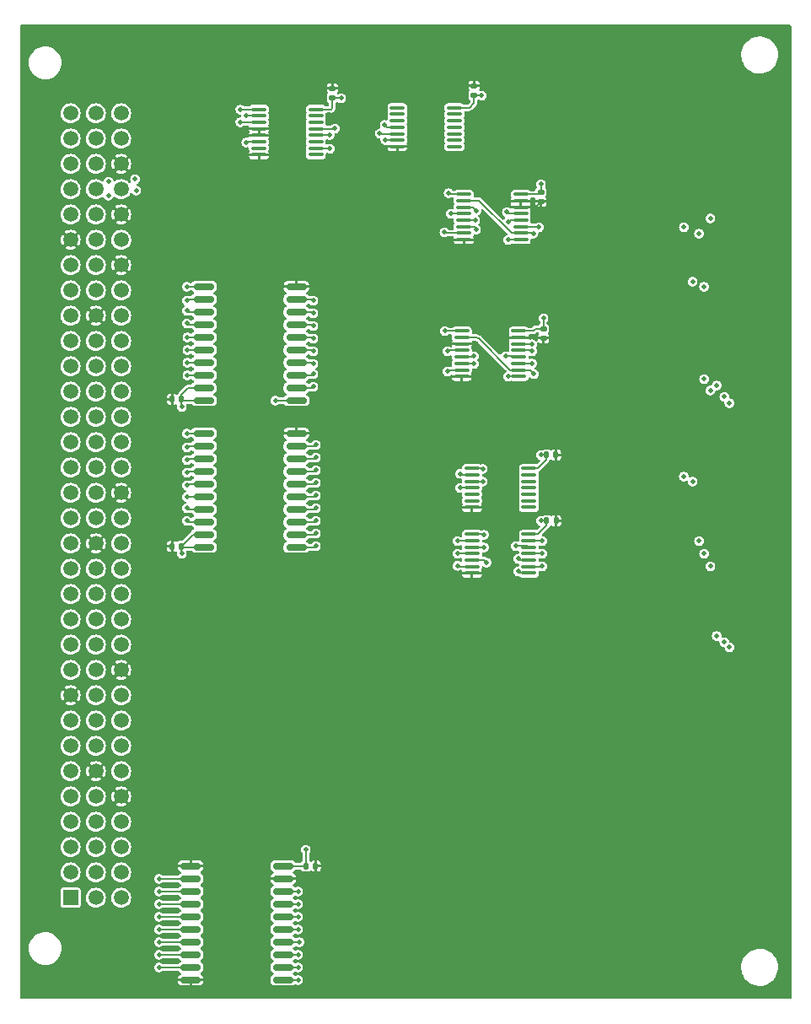
<source format=gbr>
%TF.GenerationSoftware,KiCad,Pcbnew,(7.0.0)*%
%TF.CreationDate,2023-12-30T21:58:10+02:00*%
%TF.ProjectId,alu,616c752e-6b69-4636-9164-5f7063625858,rev?*%
%TF.SameCoordinates,Original*%
%TF.FileFunction,Copper,L1,Top*%
%TF.FilePolarity,Positive*%
%FSLAX46Y46*%
G04 Gerber Fmt 4.6, Leading zero omitted, Abs format (unit mm)*
G04 Created by KiCad (PCBNEW (7.0.0)) date 2023-12-30 21:58:10*
%MOMM*%
%LPD*%
G01*
G04 APERTURE LIST*
G04 Aperture macros list*
%AMRoundRect*
0 Rectangle with rounded corners*
0 $1 Rounding radius*
0 $2 $3 $4 $5 $6 $7 $8 $9 X,Y pos of 4 corners*
0 Add a 4 corners polygon primitive as box body*
4,1,4,$2,$3,$4,$5,$6,$7,$8,$9,$2,$3,0*
0 Add four circle primitives for the rounded corners*
1,1,$1+$1,$2,$3*
1,1,$1+$1,$4,$5*
1,1,$1+$1,$6,$7*
1,1,$1+$1,$8,$9*
0 Add four rect primitives between the rounded corners*
20,1,$1+$1,$2,$3,$4,$5,0*
20,1,$1+$1,$4,$5,$6,$7,0*
20,1,$1+$1,$6,$7,$8,$9,0*
20,1,$1+$1,$8,$9,$2,$3,0*%
G04 Aperture macros list end*
%TA.AperFunction,SMDPad,CuDef*%
%ADD10RoundRect,0.140000X-0.140000X-0.170000X0.140000X-0.170000X0.140000X0.170000X-0.140000X0.170000X0*%
%TD*%
%TA.AperFunction,SMDPad,CuDef*%
%ADD11RoundRect,0.100000X-0.637500X-0.100000X0.637500X-0.100000X0.637500X0.100000X-0.637500X0.100000X0*%
%TD*%
%TA.AperFunction,ComponentPad*%
%ADD12R,1.508000X1.508000*%
%TD*%
%TA.AperFunction,ComponentPad*%
%ADD13C,1.508000*%
%TD*%
%TA.AperFunction,SMDPad,CuDef*%
%ADD14RoundRect,0.140000X0.140000X0.170000X-0.140000X0.170000X-0.140000X-0.170000X0.140000X-0.170000X0*%
%TD*%
%TA.AperFunction,SMDPad,CuDef*%
%ADD15RoundRect,0.140000X0.170000X-0.140000X0.170000X0.140000X-0.170000X0.140000X-0.170000X-0.140000X0*%
%TD*%
%TA.AperFunction,SMDPad,CuDef*%
%ADD16RoundRect,0.150000X-0.875000X-0.150000X0.875000X-0.150000X0.875000X0.150000X-0.875000X0.150000X0*%
%TD*%
%TA.AperFunction,SMDPad,CuDef*%
%ADD17RoundRect,0.150000X0.875000X0.150000X-0.875000X0.150000X-0.875000X-0.150000X0.875000X-0.150000X0*%
%TD*%
%TA.AperFunction,SMDPad,CuDef*%
%ADD18RoundRect,0.140000X-0.170000X0.140000X-0.170000X-0.140000X0.170000X-0.140000X0.170000X0.140000X0*%
%TD*%
%TA.AperFunction,ViaPad*%
%ADD19C,0.460000*%
%TD*%
%TA.AperFunction,Conductor*%
%ADD20C,0.127000*%
%TD*%
G04 APERTURE END LIST*
D10*
%TO.P,C28,1*%
%TO.N,+5V*%
X92258000Y-77724000D03*
%TO.P,C28,2*%
%TO.N,GND*%
X93218000Y-77724000D03*
%TD*%
%TO.P,C27,1*%
%TO.N,+5V*%
X92230000Y-71120000D03*
%TO.P,C27,2*%
%TO.N,GND*%
X93190000Y-71120000D03*
%TD*%
D11*
%TO.P,U24,1*%
%TO.N,/X_OUT7*%
X84767500Y-72472000D03*
%TO.P,U24,2*%
%TO.N,Net-(U25-A7)*%
X84767500Y-73122000D03*
%TO.P,U24,3*%
%TO.N,/X_OUT6*%
X84767500Y-73772000D03*
%TO.P,U24,4*%
%TO.N,Net-(U25-A6)*%
X84767500Y-74422000D03*
%TO.P,U24,5*%
%TO.N,N/C*%
X84767500Y-75072000D03*
%TO.P,U24,6*%
X84767500Y-75722000D03*
%TO.P,U24,7,GND*%
%TO.N,GND*%
X84767500Y-76372000D03*
%TO.P,U24,8*%
%TO.N,N/C*%
X90492500Y-76372000D03*
%TO.P,U24,9*%
X90492500Y-75722000D03*
%TO.P,U24,10*%
X90492500Y-75072000D03*
%TO.P,U24,11*%
X90492500Y-74422000D03*
%TO.P,U24,12*%
X90492500Y-73772000D03*
%TO.P,U24,13*%
X90492500Y-73122000D03*
%TO.P,U24,14,VCC*%
%TO.N,+5V*%
X90492500Y-72472000D03*
%TD*%
D12*
%TO.P,J1,A1,A1*%
%TO.N,Net-(U13-A7)*%
X44449999Y-115569999D03*
D13*
%TO.P,J1,A2,A2*%
%TO.N,Net-(U13-A6)*%
X44450000Y-113030000D03*
%TO.P,J1,A3,A3*%
%TO.N,Net-(U13-A5)*%
X44450000Y-110490000D03*
%TO.P,J1,A4,A4*%
%TO.N,Net-(U13-A4)*%
X44450000Y-107950000D03*
%TO.P,J1,A5,A5*%
%TO.N,Net-(U13-A3)*%
X44450000Y-105410000D03*
%TO.P,J1,A6,A6*%
%TO.N,Net-(U13-A2)*%
X44450000Y-102870000D03*
%TO.P,J1,A7,A7*%
%TO.N,Net-(U13-A1)*%
X44450000Y-100330000D03*
%TO.P,J1,A8,A8*%
%TO.N,Net-(U13-A0)*%
X44450000Y-97790000D03*
%TO.P,J1,A9,A9*%
%TO.N,GND*%
X44450000Y-95250000D03*
%TO.P,J1,A10,A10*%
%TO.N,unconnected-(J1-PadA10)*%
X44450000Y-92710000D03*
%TO.P,J1,A11,A11*%
%TO.N,unconnected-(J1-PadA11)*%
X44450000Y-90170000D03*
%TO.P,J1,A12,A12*%
%TO.N,unconnected-(J1-PadA12)*%
X44450000Y-87630000D03*
%TO.P,J1,A13,A13*%
%TO.N,unconnected-(J1-PadA13)*%
X44450000Y-85090000D03*
%TO.P,J1,A14,A14*%
%TO.N,unconnected-(J1-PadA14)*%
X44450000Y-82550000D03*
%TO.P,J1,A15,A15*%
%TO.N,unconnected-(J1-PadA15)*%
X44450000Y-80010000D03*
%TO.P,J1,A16,A16*%
%TO.N,unconnected-(J1-PadA16)*%
X44450000Y-77470000D03*
%TO.P,J1,A17,A17*%
%TO.N,unconnected-(J1-PadA17)*%
X44450000Y-74930000D03*
%TO.P,J1,A18,A18*%
%TO.N,/X_IN0*%
X44450000Y-72390000D03*
%TO.P,J1,A19,A19*%
%TO.N,/X_IN1*%
X44450000Y-69850000D03*
%TO.P,J1,A20,A20*%
%TO.N,/X_IN2*%
X44450000Y-67310000D03*
%TO.P,J1,A21,A21*%
%TO.N,/X_IN3*%
X44450000Y-64770000D03*
%TO.P,J1,A22,A22*%
%TO.N,/X_IN4*%
X44450000Y-62230000D03*
%TO.P,J1,A23,A23*%
%TO.N,/X_IN5*%
X44450000Y-59690000D03*
%TO.P,J1,A24,A24*%
%TO.N,/X_IN6*%
X44450000Y-57150000D03*
%TO.P,J1,A25,A25*%
%TO.N,/X_IN7*%
X44450000Y-54610000D03*
%TO.P,J1,A26,A26*%
%TO.N,unconnected-(J1-PadA26)*%
X44450000Y-52070000D03*
%TO.P,J1,A27,A27*%
%TO.N,GND*%
X44450000Y-49530000D03*
%TO.P,J1,A28,A28*%
%TO.N,Net-(U29-E3)*%
X44450000Y-46990000D03*
%TO.P,J1,A29,A29*%
%TO.N,Net-(U29-A2)*%
X44450000Y-44450000D03*
%TO.P,J1,A30,A30*%
%TO.N,Net-(U29-A1)*%
X44450000Y-41910000D03*
%TO.P,J1,A31,A31*%
%TO.N,Net-(U29-A0)*%
X44450000Y-39370000D03*
%TO.P,J1,A32,A32*%
%TO.N,+5V*%
X44450000Y-36830000D03*
%TO.P,J1,B1,B1*%
%TO.N,unconnected-(J1-PadB1)*%
X46990000Y-115570000D03*
%TO.P,J1,B2,B2*%
%TO.N,unconnected-(J1-PadB2)*%
X46990000Y-113030000D03*
%TO.P,J1,B3,B3*%
%TO.N,unconnected-(J1-PadB3)*%
X46990000Y-110490000D03*
%TO.P,J1,B4,B4*%
%TO.N,unconnected-(J1-PadB4)*%
X46990000Y-107950000D03*
%TO.P,J1,B5,B5*%
%TO.N,unconnected-(J1-PadB5)*%
X46990000Y-105410000D03*
%TO.P,J1,B6,B6*%
%TO.N,GND*%
X46990000Y-102870000D03*
%TO.P,J1,B7,B7*%
%TO.N,unconnected-(J1-PadB7)*%
X46990000Y-100330000D03*
%TO.P,J1,B8,B8*%
%TO.N,unconnected-(J1-PadB8)*%
X46990000Y-97790000D03*
%TO.P,J1,B9,B9*%
%TO.N,unconnected-(J1-PadB9)*%
X46990000Y-95250000D03*
%TO.P,J1,B10,B10*%
%TO.N,unconnected-(J1-PadB10)*%
X46990000Y-92710000D03*
%TO.P,J1,B11,B11*%
%TO.N,unconnected-(J1-PadB11)*%
X46990000Y-90170000D03*
%TO.P,J1,B12,B12*%
%TO.N,unconnected-(J1-PadB12)*%
X46990000Y-87630000D03*
%TO.P,J1,B13,B13*%
%TO.N,unconnected-(J1-PadB13)*%
X46990000Y-85090000D03*
%TO.P,J1,B14,B14*%
%TO.N,unconnected-(J1-PadB14)*%
X46990000Y-82550000D03*
%TO.P,J1,B15,B15*%
%TO.N,GND*%
X46990000Y-80010000D03*
%TO.P,J1,B16,B16*%
%TO.N,unconnected-(J1-PadB16)*%
X46990000Y-77470000D03*
%TO.P,J1,B17,B17*%
%TO.N,unconnected-(J1-PadB17)*%
X46990000Y-74930000D03*
%TO.P,J1,B18,B18*%
%TO.N,unconnected-(J1-PadB18)*%
X46990000Y-72390000D03*
%TO.P,J1,B19,B19*%
%TO.N,unconnected-(J1-PadB19)*%
X46990000Y-69850000D03*
%TO.P,J1,B20,B20*%
%TO.N,unconnected-(J1-PadB20)*%
X46990000Y-67310000D03*
%TO.P,J1,B21,B21*%
%TO.N,unconnected-(J1-PadB21)*%
X46990000Y-64770000D03*
%TO.P,J1,B22,B22*%
%TO.N,unconnected-(J1-PadB22)*%
X46990000Y-62230000D03*
%TO.P,J1,B23,B23*%
%TO.N,unconnected-(J1-PadB23)*%
X46990000Y-59690000D03*
%TO.P,J1,B24,B24*%
%TO.N,GND*%
X46990000Y-57150000D03*
%TO.P,J1,B25,B25*%
%TO.N,unconnected-(J1-PadB25)*%
X46990000Y-54610000D03*
%TO.P,J1,B26,B26*%
%TO.N,unconnected-(J1-PadB26)*%
X46990000Y-52070000D03*
%TO.P,J1,B27,B27*%
%TO.N,unconnected-(J1-PadB27)*%
X46990000Y-49530000D03*
%TO.P,J1,B28,B28*%
%TO.N,unconnected-(J1-PadB28)*%
X46990000Y-46990000D03*
%TO.P,J1,B29,B29*%
%TO.N,unconnected-(J1-PadB29)*%
X46990000Y-44450000D03*
%TO.P,J1,B30,B30*%
%TO.N,unconnected-(J1-PadB30)*%
X46990000Y-41910000D03*
%TO.P,J1,B31,B31*%
%TO.N,unconnected-(J1-PadB31)*%
X46990000Y-39370000D03*
%TO.P,J1,B32,B32*%
%TO.N,unconnected-(J1-PadB32)*%
X46990000Y-36830000D03*
%TO.P,J1,C1,C1*%
%TO.N,unconnected-(J1-PadC1)*%
X49530000Y-115570000D03*
%TO.P,J1,C2,C2*%
%TO.N,unconnected-(J1-PadC2)*%
X49530000Y-113030000D03*
%TO.P,J1,C3,C3*%
%TO.N,unconnected-(J1-PadC3)*%
X49530000Y-110490000D03*
%TO.P,J1,C4,C4*%
%TO.N,unconnected-(J1-PadC4)*%
X49530000Y-107950000D03*
%TO.P,J1,C5,C5*%
%TO.N,GND*%
X49530000Y-105410000D03*
%TO.P,J1,C6,C6*%
%TO.N,unconnected-(J1-PadC6)*%
X49530000Y-102870000D03*
%TO.P,J1,C7,C7*%
%TO.N,unconnected-(J1-PadC7)*%
X49530000Y-100330000D03*
%TO.P,J1,C8,C8*%
%TO.N,unconnected-(J1-PadC8)*%
X49530000Y-97790000D03*
%TO.P,J1,C9,C9*%
%TO.N,unconnected-(J1-PadC9)*%
X49530000Y-95250000D03*
%TO.P,J1,C10,C10*%
%TO.N,GND*%
X49530000Y-92710000D03*
%TO.P,J1,C11,C11*%
%TO.N,unconnected-(J1-PadC11)*%
X49530000Y-90170000D03*
%TO.P,J1,C12,C12*%
%TO.N,unconnected-(J1-PadC12)*%
X49530000Y-87630000D03*
%TO.P,J1,C13,C13*%
%TO.N,unconnected-(J1-PadC13)*%
X49530000Y-85090000D03*
%TO.P,J1,C14,C14*%
%TO.N,unconnected-(J1-PadC14)*%
X49530000Y-82550000D03*
%TO.P,J1,C15,C15*%
%TO.N,unconnected-(J1-PadC15)*%
X49530000Y-80010000D03*
%TO.P,J1,C16,C16*%
%TO.N,unconnected-(J1-PadC16)*%
X49530000Y-77470000D03*
%TO.P,J1,C17,C17*%
%TO.N,GND*%
X49530000Y-74930000D03*
%TO.P,J1,C18,C18*%
%TO.N,unconnected-(J1-PadC18)*%
X49530000Y-72390000D03*
%TO.P,J1,C19,C19*%
%TO.N,unconnected-(J1-PadC19)*%
X49530000Y-69850000D03*
%TO.P,J1,C20,C20*%
%TO.N,unconnected-(J1-PadC20)*%
X49530000Y-67310000D03*
%TO.P,J1,C21,C21*%
%TO.N,unconnected-(J1-PadC21)*%
X49530000Y-64770000D03*
%TO.P,J1,C22,C22*%
%TO.N,unconnected-(J1-PadC22)*%
X49530000Y-62230000D03*
%TO.P,J1,C23,C23*%
%TO.N,unconnected-(J1-PadC23)*%
X49530000Y-59690000D03*
%TO.P,J1,C24,C24*%
%TO.N,unconnected-(J1-PadC24)*%
X49530000Y-57150000D03*
%TO.P,J1,C25,C25*%
%TO.N,unconnected-(J1-PadC25)*%
X49530000Y-54610000D03*
%TO.P,J1,C26,C26*%
%TO.N,GND*%
X49530000Y-52070000D03*
%TO.P,J1,C27,C27*%
%TO.N,unconnected-(J1-PadC27)*%
X49530000Y-49530000D03*
%TO.P,J1,C28,C28*%
%TO.N,GND*%
X49530000Y-46990000D03*
%TO.P,J1,C29,C29*%
%TO.N,+5V*%
X49530000Y-44450000D03*
%TO.P,J1,C30,C30*%
%TO.N,GND*%
X49530000Y-41910000D03*
%TO.P,J1,C31,C31*%
%TO.N,unconnected-(J1-PadC31)*%
X49530000Y-39370000D03*
%TO.P,J1,C32,C32*%
%TO.N,+5V*%
X49530000Y-36830000D03*
%TD*%
D11*
%TO.P,U27,1,S*%
%TO.N,Net-(U26-S)*%
X83937000Y-44958000D03*
%TO.P,U27,2,I0a*%
%TO.N,/X_OUT5*%
X83937000Y-45608000D03*
%TO.P,U27,3,I1a*%
%TO.N,/X_OUT3*%
X83937000Y-46258000D03*
%TO.P,U27,4,Za*%
%TO.N,Net-(U27-Za)*%
X83937000Y-46908000D03*
%TO.P,U27,5,I0b*%
%TO.N,/X_OUT6*%
X83937000Y-47558000D03*
%TO.P,U27,6,I1b*%
%TO.N,/X_OUT4*%
X83937000Y-48208000D03*
%TO.P,U27,7,Zb*%
%TO.N,Net-(U27-Zb)*%
X83937000Y-48858000D03*
%TO.P,U27,8,GND*%
%TO.N,GND*%
X83937000Y-49508000D03*
%TO.P,U27,9,Zc*%
%TO.N,Net-(U27-Zc)*%
X89662000Y-49508000D03*
%TO.P,U27,10,I1c*%
%TO.N,/X_OUT5*%
X89662000Y-48858000D03*
%TO.P,U27,11,I0c*%
%TO.N,/X_OUT7*%
X89662000Y-48208000D03*
%TO.P,U27,12,Zd*%
%TO.N,Net-(U27-Zd)*%
X89662000Y-47558000D03*
%TO.P,U27,13,I1d*%
%TO.N,/X_OUT6*%
X89662000Y-46908000D03*
%TO.P,U27,14,I0d*%
%TO.N,GND*%
X89662000Y-46258000D03*
%TO.P,U27,15,E*%
X89662000Y-45608000D03*
%TO.P,U27,16,VCC*%
%TO.N,+5V*%
X89662000Y-44958000D03*
%TD*%
D14*
%TO.P,C25,1*%
%TO.N,+5V*%
X55598000Y-80292000D03*
%TO.P,C25,2*%
%TO.N,GND*%
X54638000Y-80292000D03*
%TD*%
D15*
%TO.P,C1,1*%
%TO.N,+5V*%
X84963000Y-35024000D03*
%TO.P,C1,2*%
%TO.N,GND*%
X84963000Y-34064000D03*
%TD*%
D11*
%TO.P,U30,1*%
%TO.N,N/C*%
X77274500Y-36277000D03*
%TO.P,U30,2*%
X77274500Y-36927000D03*
%TO.P,U30,3*%
X77274500Y-37577000D03*
%TO.P,U30,4*%
%TO.N,Net-(U26-S)*%
X77274500Y-38227000D03*
%TO.P,U30,5*%
%TO.N,Net-(U29-Y3)*%
X77274500Y-38877000D03*
%TO.P,U30,6*%
%TO.N,Net-(U28-GAB)*%
X77274500Y-39527000D03*
%TO.P,U30,7,GND*%
%TO.N,GND*%
X77274500Y-40177000D03*
%TO.P,U30,8*%
%TO.N,N/C*%
X82999500Y-40177000D03*
%TO.P,U30,9*%
X82999500Y-39527000D03*
%TO.P,U30,10*%
X82999500Y-38877000D03*
%TO.P,U30,11*%
X82999500Y-38227000D03*
%TO.P,U30,12*%
X82999500Y-37577000D03*
%TO.P,U30,13*%
X82999500Y-36927000D03*
%TO.P,U30,14,VCC*%
%TO.N,+5V*%
X82999500Y-36277000D03*
%TD*%
D15*
%TO.P,C26,1*%
%TO.N,+5V*%
X70739000Y-35278000D03*
%TO.P,C26,2*%
%TO.N,GND*%
X70739000Y-34318000D03*
%TD*%
D11*
%TO.P,U29,1,A0*%
%TO.N,Net-(U29-A0)*%
X63363000Y-36434000D03*
%TO.P,U29,2,A1*%
%TO.N,Net-(U29-A1)*%
X63363000Y-37084000D03*
%TO.P,U29,3,A2*%
%TO.N,Net-(U29-A2)*%
X63363000Y-37734000D03*
%TO.P,U29,4,~{E1}*%
%TO.N,GND*%
X63363000Y-38384000D03*
%TO.P,U29,5,~{E2}*%
X63363000Y-39034000D03*
%TO.P,U29,6,E3*%
%TO.N,Net-(U29-E3)*%
X63363000Y-39684000D03*
%TO.P,U29,7,Y7*%
%TO.N,unconnected-(U29-Y7-Pad7)*%
X63363000Y-40334000D03*
%TO.P,U29,8,GND*%
%TO.N,GND*%
X63363000Y-40984000D03*
%TO.P,U29,9,Y6*%
%TO.N,unconnected-(U29-Y6-Pad9)*%
X69088000Y-40984000D03*
%TO.P,U29,10,Y5*%
%TO.N,Net-(U25-GAB)*%
X69088000Y-40334000D03*
%TO.P,U29,11,Y4*%
%TO.N,unconnected-(U29-Y4-Pad11)*%
X69088000Y-39684000D03*
%TO.P,U29,12,Y3*%
%TO.N,Net-(U29-Y3)*%
X69088000Y-39034000D03*
%TO.P,U29,13,Y2*%
%TO.N,Net-(U26-S)*%
X69088000Y-38384000D03*
%TO.P,U29,14,Y1*%
%TO.N,unconnected-(U29-Y1-Pad14)*%
X69088000Y-37734000D03*
%TO.P,U29,15,Y0*%
%TO.N,unconnected-(U29-Y0-Pad15)*%
X69088000Y-37084000D03*
%TO.P,U29,16,VCC*%
%TO.N,+5V*%
X69088000Y-36434000D03*
%TD*%
D16*
%TO.P,U13,1,G1*%
%TO.N,GND*%
X56515000Y-112395000D03*
%TO.P,U13,2,A0*%
%TO.N,Net-(U13-A0)*%
X56515000Y-113665000D03*
%TO.P,U13,3,A1*%
%TO.N,Net-(U13-A1)*%
X56515000Y-114935000D03*
%TO.P,U13,4,A2*%
%TO.N,Net-(U13-A2)*%
X56515000Y-116205000D03*
%TO.P,U13,5,A3*%
%TO.N,Net-(U13-A3)*%
X56515000Y-117475000D03*
%TO.P,U13,6,A4*%
%TO.N,Net-(U13-A4)*%
X56515000Y-118745000D03*
%TO.P,U13,7,A5*%
%TO.N,Net-(U13-A5)*%
X56515000Y-120015000D03*
%TO.P,U13,8,A6*%
%TO.N,Net-(U13-A6)*%
X56515000Y-121285000D03*
%TO.P,U13,9,A7*%
%TO.N,Net-(U13-A7)*%
X56515000Y-122555000D03*
%TO.P,U13,10,GND*%
%TO.N,GND*%
X56515000Y-123825000D03*
%TO.P,U13,11,Y7*%
%TO.N,/X_OUT0*%
X65815000Y-123825000D03*
%TO.P,U13,12,Y6*%
%TO.N,/X_OUT1*%
X65815000Y-122555000D03*
%TO.P,U13,13,Y5*%
%TO.N,/X_OUT2*%
X65815000Y-121285000D03*
%TO.P,U13,14,Y4*%
%TO.N,/X_OUT3*%
X65815000Y-120015000D03*
%TO.P,U13,15,Y3*%
%TO.N,/X_OUT4*%
X65815000Y-118745000D03*
%TO.P,U13,16,Y2*%
%TO.N,/X_OUT5*%
X65815000Y-117475000D03*
%TO.P,U13,17,Y1*%
%TO.N,/X_OUT6*%
X65815000Y-116205000D03*
%TO.P,U13,18,Y0*%
%TO.N,/X_OUT7*%
X65815000Y-114935000D03*
%TO.P,U13,19,G2*%
%TO.N,GND*%
X65815000Y-113665000D03*
%TO.P,U13,20,VCC*%
%TO.N,+5V*%
X65815000Y-112395000D03*
%TD*%
D11*
%TO.P,U26,1,S*%
%TO.N,Net-(U26-S)*%
X83751500Y-58685000D03*
%TO.P,U26,2,I0a*%
%TO.N,/X_OUT1*%
X83751500Y-59335000D03*
%TO.P,U26,3,I1a*%
%TO.N,GND*%
X83751500Y-59985000D03*
%TO.P,U26,4,Za*%
%TO.N,Net-(U26-Za)*%
X83751500Y-60635000D03*
%TO.P,U26,5,I0b*%
%TO.N,/X_OUT2*%
X83751500Y-61285000D03*
%TO.P,U26,6,I1b*%
%TO.N,/X_OUT0*%
X83751500Y-61935000D03*
%TO.P,U26,7,Zb*%
%TO.N,Net-(U26-Zb)*%
X83751500Y-62585000D03*
%TO.P,U26,8,GND*%
%TO.N,GND*%
X83751500Y-63235000D03*
%TO.P,U26,9,Zc*%
%TO.N,Net-(U26-Zc)*%
X89476500Y-63235000D03*
%TO.P,U26,10,I1c*%
%TO.N,/X_OUT1*%
X89476500Y-62585000D03*
%TO.P,U26,11,I0c*%
%TO.N,/X_OUT3*%
X89476500Y-61935000D03*
%TO.P,U26,12,Zd*%
%TO.N,Net-(U26-Zd)*%
X89476500Y-61285000D03*
%TO.P,U26,13,I1d*%
%TO.N,/X_OUT2*%
X89476500Y-60635000D03*
%TO.P,U26,14,I0d*%
%TO.N,/X_OUT4*%
X89476500Y-59985000D03*
%TO.P,U26,15,E*%
%TO.N,GND*%
X89476500Y-59335000D03*
%TO.P,U26,16,VCC*%
%TO.N,+5V*%
X89476500Y-58685000D03*
%TD*%
D10*
%TO.P,C23,1*%
%TO.N,+5V*%
X68100000Y-112395000D03*
%TO.P,C23,2*%
%TO.N,GND*%
X69060000Y-112395000D03*
%TD*%
D17*
%TO.P,U28,1,GAB*%
%TO.N,Net-(U28-GAB)*%
X67134000Y-65659000D03*
%TO.P,U28,2,A0*%
%TO.N,Net-(U26-Za)*%
X67134000Y-64389000D03*
%TO.P,U28,3,A1*%
%TO.N,Net-(U26-Zb)*%
X67134000Y-63119000D03*
%TO.P,U28,4,A2*%
%TO.N,Net-(U26-Zc)*%
X67134000Y-61849000D03*
%TO.P,U28,5,A3*%
%TO.N,Net-(U26-Zd)*%
X67134000Y-60579000D03*
%TO.P,U28,6,A4*%
%TO.N,Net-(U27-Za)*%
X67134000Y-59309000D03*
%TO.P,U28,7,A5*%
%TO.N,Net-(U27-Zb)*%
X67134000Y-58039000D03*
%TO.P,U28,8,A6*%
%TO.N,Net-(U27-Zc)*%
X67134000Y-56769000D03*
%TO.P,U28,9,A7*%
%TO.N,Net-(U27-Zd)*%
X67134000Y-55499000D03*
%TO.P,U28,10,GND*%
%TO.N,GND*%
X67134000Y-54229000D03*
%TO.P,U28,11,B7*%
%TO.N,/X_IN7*%
X57834000Y-54229000D03*
%TO.P,U28,12,B6*%
%TO.N,/X_IN6*%
X57834000Y-55499000D03*
%TO.P,U28,13,B5*%
%TO.N,/X_IN5*%
X57834000Y-56769000D03*
%TO.P,U28,14,B4*%
%TO.N,/X_IN4*%
X57834000Y-58039000D03*
%TO.P,U28,15,B3*%
%TO.N,/X_IN3*%
X57834000Y-59309000D03*
%TO.P,U28,16,B2*%
%TO.N,/X_IN2*%
X57834000Y-60579000D03*
%TO.P,U28,17,B1*%
%TO.N,/X_IN1*%
X57834000Y-61849000D03*
%TO.P,U28,18,B0*%
%TO.N,/X_IN0*%
X57834000Y-63119000D03*
%TO.P,U28,19,~{GBA}*%
%TO.N,+5V*%
X57834000Y-64389000D03*
%TO.P,U28,20,VCC*%
X57834000Y-65659000D03*
%TD*%
%TO.P,U25,1,GAB*%
%TO.N,Net-(U25-GAB)*%
X67134000Y-80391000D03*
%TO.P,U25,2,A0*%
%TO.N,Net-(U25-A0)*%
X67134000Y-79121000D03*
%TO.P,U25,3,A1*%
%TO.N,Net-(U25-A1)*%
X67134000Y-77851000D03*
%TO.P,U25,4,A2*%
%TO.N,Net-(U25-A2)*%
X67134000Y-76581000D03*
%TO.P,U25,5,A3*%
%TO.N,Net-(U25-A3)*%
X67134000Y-75311000D03*
%TO.P,U25,6,A4*%
%TO.N,Net-(U25-A4)*%
X67134000Y-74041000D03*
%TO.P,U25,7,A5*%
%TO.N,Net-(U25-A5)*%
X67134000Y-72771000D03*
%TO.P,U25,8,A6*%
%TO.N,Net-(U25-A6)*%
X67134000Y-71501000D03*
%TO.P,U25,9,A7*%
%TO.N,Net-(U25-A7)*%
X67134000Y-70231000D03*
%TO.P,U25,10,GND*%
%TO.N,GND*%
X67134000Y-68961000D03*
%TO.P,U25,11,B7*%
%TO.N,/X_IN7*%
X57834000Y-68961000D03*
%TO.P,U25,12,B6*%
%TO.N,/X_IN6*%
X57834000Y-70231000D03*
%TO.P,U25,13,B5*%
%TO.N,/X_IN5*%
X57834000Y-71501000D03*
%TO.P,U25,14,B4*%
%TO.N,/X_IN4*%
X57834000Y-72771000D03*
%TO.P,U25,15,B3*%
%TO.N,/X_IN3*%
X57834000Y-74041000D03*
%TO.P,U25,16,B2*%
%TO.N,/X_IN2*%
X57834000Y-75311000D03*
%TO.P,U25,17,B1*%
%TO.N,/X_IN1*%
X57834000Y-76581000D03*
%TO.P,U25,18,B0*%
%TO.N,/X_IN0*%
X57834000Y-77851000D03*
%TO.P,U25,19,~{GBA}*%
%TO.N,+5V*%
X57834000Y-79121000D03*
%TO.P,U25,20,VCC*%
X57834000Y-80391000D03*
%TD*%
D18*
%TO.P,C30,1*%
%TO.N,+5V*%
X91694000Y-44732000D03*
%TO.P,C30,2*%
%TO.N,GND*%
X91694000Y-45692000D03*
%TD*%
D14*
%TO.P,C24,1*%
%TO.N,+5V*%
X55598000Y-65532000D03*
%TO.P,C24,2*%
%TO.N,GND*%
X54638000Y-65532000D03*
%TD*%
D11*
%TO.P,U23,1*%
%TO.N,/X_OUT2*%
X84767500Y-79076000D03*
%TO.P,U23,2*%
%TO.N,Net-(U25-A2)*%
X84767500Y-79726000D03*
%TO.P,U23,3*%
%TO.N,/X_OUT1*%
X84767500Y-80376000D03*
%TO.P,U23,4*%
%TO.N,Net-(U25-A1)*%
X84767500Y-81026000D03*
%TO.P,U23,5*%
%TO.N,/X_OUT0*%
X84767500Y-81676000D03*
%TO.P,U23,6*%
%TO.N,Net-(U25-A0)*%
X84767500Y-82326000D03*
%TO.P,U23,7,GND*%
%TO.N,GND*%
X84767500Y-82976000D03*
%TO.P,U23,8*%
%TO.N,Net-(U25-A3)*%
X90492500Y-82976000D03*
%TO.P,U23,9*%
%TO.N,/X_OUT3*%
X90492500Y-82326000D03*
%TO.P,U23,10*%
%TO.N,Net-(U25-A4)*%
X90492500Y-81676000D03*
%TO.P,U23,11*%
%TO.N,/X_OUT4*%
X90492500Y-81026000D03*
%TO.P,U23,12*%
%TO.N,Net-(U25-A5)*%
X90492500Y-80376000D03*
%TO.P,U23,13*%
%TO.N,/X_OUT5*%
X90492500Y-79726000D03*
%TO.P,U23,14,VCC*%
%TO.N,+5V*%
X90492500Y-79076000D03*
%TD*%
D18*
%TO.P,C29,1*%
%TO.N,+5V*%
X91948000Y-58448000D03*
%TO.P,C29,2*%
%TO.N,GND*%
X91948000Y-59408000D03*
%TD*%
D19*
%TO.N,+5V*%
X68072000Y-110744000D03*
X91694000Y-71120000D03*
X91948000Y-57404000D03*
X55626000Y-66294000D03*
X48260000Y-43688000D03*
X55626000Y-81026000D03*
X91694000Y-77724000D03*
X50927000Y-43434000D03*
X91694000Y-43942000D03*
X71628000Y-35306000D03*
X48260000Y-45085000D03*
X85725000Y-35052000D03*
X51054000Y-44577000D03*
%TO.N,GND*%
X65000000Y-39500000D03*
X63500000Y-55590000D03*
X92710000Y-45720000D03*
X103000000Y-36250000D03*
X56515000Y-125095000D03*
X84937600Y-63246000D03*
X65250000Y-59400000D03*
X58420000Y-121285000D03*
X58000000Y-29072400D03*
X86106000Y-76454000D03*
X91694000Y-46736000D03*
X59750000Y-72630000D03*
X98750000Y-112000000D03*
X63500000Y-58130000D03*
X61500000Y-39330600D03*
X97000000Y-106322400D03*
X65250000Y-70340000D03*
X97000000Y-110072400D03*
X57000000Y-92072400D03*
X64135000Y-116205000D03*
X54500000Y-31000000D03*
X83312000Y-83058000D03*
X59750000Y-76440000D03*
X52750000Y-31000000D03*
X83769200Y-64465200D03*
X69088000Y-69088000D03*
X60500000Y-90250000D03*
X65250000Y-64480000D03*
X64770000Y-41021000D03*
X104750000Y-30572400D03*
X59750000Y-75170000D03*
X65250000Y-69070000D03*
X108250000Y-30572400D03*
X64135000Y-113665000D03*
X108250000Y-34322400D03*
X106500000Y-30572400D03*
X64135000Y-123825000D03*
X54500000Y-29072400D03*
X54500000Y-34750000D03*
X64770000Y-38608000D03*
X54610000Y-123825000D03*
X60500000Y-92072400D03*
X106500000Y-32500000D03*
X59750000Y-70090000D03*
X54500000Y-32822400D03*
X55250000Y-92072400D03*
X75500000Y-40500000D03*
X58420000Y-123825000D03*
X65250000Y-77960000D03*
X65250000Y-56860000D03*
X108250000Y-32500000D03*
X55250000Y-94000000D03*
X86500000Y-50500000D03*
X102250000Y-106322400D03*
X84963000Y-32893000D03*
X65250000Y-60670000D03*
X58420000Y-114935000D03*
X59750000Y-71360000D03*
X67945000Y-113665000D03*
X102250000Y-110072400D03*
X58420000Y-113665000D03*
X56250000Y-34750000D03*
X103000000Y-34322400D03*
X59750000Y-78980000D03*
X106500000Y-34322400D03*
X104750000Y-36250000D03*
X54610000Y-112395000D03*
X97000000Y-108250000D03*
X59750000Y-73900000D03*
X64135000Y-112395000D03*
X102250000Y-108250000D03*
X58000000Y-32822400D03*
X69215000Y-113665000D03*
X65250000Y-75420000D03*
X94488000Y-71120000D03*
X63500000Y-59400000D03*
X65250000Y-61940000D03*
X64135000Y-114935000D03*
X64135000Y-118745000D03*
X57000000Y-94000000D03*
X64135000Y-122555000D03*
X60500000Y-88322400D03*
X58420000Y-112395000D03*
X64135000Y-117475000D03*
X108250000Y-36250000D03*
X69088000Y-54356000D03*
X58750000Y-92072400D03*
X57000000Y-88322400D03*
X56250000Y-29072400D03*
X98750000Y-106322400D03*
X67056000Y-67818000D03*
X56250000Y-32822400D03*
X58750000Y-90250000D03*
X63500000Y-54320000D03*
X65250000Y-63210000D03*
X100500000Y-106322400D03*
X63500000Y-61940000D03*
X52750000Y-34750000D03*
X56250000Y-31000000D03*
X65250000Y-79230000D03*
X86106000Y-34036000D03*
X103000000Y-32500000D03*
X98750000Y-110072400D03*
X60500000Y-94000000D03*
X63373000Y-41910000D03*
X65250000Y-76690000D03*
X67310000Y-53086000D03*
X94488000Y-77724000D03*
X57000000Y-90250000D03*
X52750000Y-32822400D03*
X65250000Y-55590000D03*
X91948000Y-60452000D03*
X98750000Y-108250000D03*
X100500000Y-112000000D03*
X58750000Y-88322400D03*
X71882000Y-34290000D03*
X88265000Y-59309000D03*
X106500000Y-36250000D03*
X53594000Y-65532000D03*
X65250000Y-74150000D03*
X82500000Y-50000000D03*
X59750000Y-68820000D03*
X58420000Y-122555000D03*
X52750000Y-29072400D03*
X62103000Y-40894000D03*
X84000000Y-50500000D03*
X65250000Y-54320000D03*
X63500000Y-63210000D03*
X58420000Y-117475000D03*
X63500000Y-64480000D03*
X61976000Y-38481000D03*
X64135000Y-120015000D03*
X63500000Y-60670000D03*
X104750000Y-32500000D03*
X78613000Y-40259000D03*
X58420000Y-118745000D03*
X70739000Y-33147000D03*
X69723000Y-34290000D03*
X59750000Y-80250000D03*
X86106000Y-83058000D03*
X65250000Y-71610000D03*
X53594000Y-80264000D03*
X103000000Y-30572400D03*
X83947000Y-34036000D03*
X93218000Y-59436000D03*
X65250000Y-58130000D03*
X63500000Y-56860000D03*
X55250000Y-90250000D03*
X100500000Y-110072400D03*
X58420000Y-120015000D03*
X58420000Y-116205000D03*
X58000000Y-31000000D03*
X58750000Y-94000000D03*
X65250000Y-72880000D03*
X100500000Y-108250000D03*
X55250000Y-88322400D03*
X102250000Y-112000000D03*
X64135000Y-121285000D03*
X77343000Y-41148000D03*
X85242400Y-60401200D03*
X58000000Y-34750000D03*
X104750000Y-34322400D03*
X59750000Y-77710000D03*
X97000000Y-112000000D03*
X83566000Y-76454000D03*
%TO.N,/X_IN1*%
X56134000Y-76454000D03*
X56184800Y-61849000D03*
%TO.N,/X_IN2*%
X56134000Y-75311000D03*
X56184800Y-60579000D03*
%TO.N,/X_IN3*%
X56184800Y-59309000D03*
X56134000Y-74168000D03*
%TO.N,/X_IN4*%
X56134000Y-57912000D03*
X56134000Y-72898000D03*
%TO.N,/X_IN5*%
X56134000Y-56642000D03*
X56134000Y-71628000D03*
%TO.N,/X_IN6*%
X56134000Y-55626000D03*
X56134000Y-70358000D03*
%TO.N,/X_IN7*%
X56134000Y-54229000D03*
X56134000Y-68961000D03*
%TO.N,Net-(U29-E3)*%
X62103000Y-39751000D03*
%TO.N,Net-(U29-A2)*%
X61500000Y-37719000D03*
%TO.N,Net-(U29-A1)*%
X62103000Y-37084000D03*
%TO.N,Net-(U29-A0)*%
X61500000Y-36449000D03*
%TO.N,Net-(U13-A0)*%
X53340000Y-113665000D03*
%TO.N,Net-(U13-A1)*%
X53340000Y-114935000D03*
%TO.N,Net-(U13-A2)*%
X53340000Y-116205000D03*
%TO.N,Net-(U13-A3)*%
X53340000Y-117475000D03*
%TO.N,Net-(U13-A4)*%
X53340000Y-118745000D03*
%TO.N,Net-(U13-A5)*%
X53340000Y-120015000D03*
%TO.N,Net-(U13-A6)*%
X53340000Y-121285000D03*
%TO.N,Net-(U13-A7)*%
X53340000Y-122555000D03*
%TO.N,/X_OUT7*%
X85852000Y-72517000D03*
X67310000Y-114935000D03*
X91500000Y-48260000D03*
X106045000Y-73279000D03*
X106045000Y-48260000D03*
%TO.N,/X_OUT6*%
X85852000Y-73787000D03*
X67310000Y-116205000D03*
X85090000Y-47581139D03*
X88265000Y-46736000D03*
X106934000Y-53721000D03*
X106934000Y-73787000D03*
%TO.N,/X_OUT5*%
X90932000Y-48895000D03*
X107569000Y-79756000D03*
X67310000Y-117475000D03*
X107569000Y-48895000D03*
X91821000Y-79756000D03*
%TO.N,/X_OUT4*%
X108077000Y-81026000D03*
X91821000Y-81026000D03*
X90805000Y-60005501D03*
X85178000Y-48500000D03*
X108077000Y-54229000D03*
X67310000Y-118745000D03*
X108077000Y-63500000D03*
%TO.N,/X_OUT3*%
X91821000Y-82296000D03*
X90805000Y-61935000D03*
X67437000Y-120015000D03*
X108712000Y-82296000D03*
X85217000Y-46609000D03*
X108712000Y-64643000D03*
X108712000Y-47371000D03*
%TO.N,/X_OUT2*%
X84963000Y-61214000D03*
X109347000Y-64135000D03*
X109347000Y-89281000D03*
X67310000Y-121285000D03*
X85979000Y-79121000D03*
X90805000Y-60706000D03*
%TO.N,/X_OUT1*%
X110109000Y-89916000D03*
X85979000Y-80391000D03*
X91000000Y-63000000D03*
X67310000Y-122555000D03*
X110109000Y-65278000D03*
%TO.N,/X_OUT0*%
X110617000Y-65913000D03*
X86233000Y-81915000D03*
X110617000Y-90424000D03*
X84963000Y-61976000D03*
X67310000Y-123825000D03*
%TO.N,Net-(U25-A0)*%
X83312000Y-82250000D03*
X69088000Y-78994000D03*
%TO.N,Net-(U25-A1)*%
X83312000Y-81026000D03*
X69088000Y-77724000D03*
%TO.N,Net-(U25-A2)*%
X83312000Y-79756000D03*
X69088000Y-76454000D03*
%TO.N,Net-(U25-A3)*%
X69088000Y-75184000D03*
X89408000Y-82804000D03*
%TO.N,Net-(U25-A4)*%
X69088000Y-73914000D03*
X89408000Y-81534000D03*
%TO.N,Net-(U25-A5)*%
X89154000Y-80264000D03*
X69088000Y-72644000D03*
%TO.N,Net-(U25-A6)*%
X83566000Y-74422000D03*
X69088000Y-71374000D03*
%TO.N,Net-(U25-A7)*%
X83566000Y-73000000D03*
X69088000Y-70104000D03*
%TO.N,Net-(U25-GAB)*%
X70485000Y-40386000D03*
X69088000Y-80264000D03*
%TO.N,Net-(U26-S)*%
X76000000Y-38000000D03*
X82042000Y-58674000D03*
X82423000Y-44831000D03*
X71000000Y-38354000D03*
%TO.N,Net-(U26-Za)*%
X82296000Y-60706000D03*
X68834000Y-64262000D03*
%TO.N,Net-(U26-Zb)*%
X68834000Y-62992000D03*
X82296000Y-62738000D03*
%TO.N,Net-(U26-Zc)*%
X68834000Y-61976000D03*
X88392000Y-63246000D03*
%TO.N,Net-(U26-Zd)*%
X88138000Y-61214000D03*
X68834000Y-60706000D03*
%TO.N,Net-(U27-Za)*%
X68834000Y-59436000D03*
X82632000Y-46908000D03*
%TO.N,Net-(U27-Zb)*%
X82000000Y-48768000D03*
X68834000Y-58166000D03*
%TO.N,Net-(U27-Zc)*%
X68834000Y-56896000D03*
X88392000Y-49530000D03*
%TO.N,Net-(U27-Zd)*%
X68834000Y-55626000D03*
X88392000Y-47752000D03*
%TO.N,Net-(U28-GAB)*%
X65024000Y-65659000D03*
X76073000Y-39497000D03*
%TO.N,Net-(U29-Y3)*%
X75500000Y-38862000D03*
X70485000Y-38989000D03*
%TO.N,/X_IN0*%
X56184800Y-63119000D03*
X56134000Y-77724000D03*
%TD*%
D20*
%TO.N,+5V*%
X55725000Y-65659000D02*
X55598000Y-65532000D01*
X57834000Y-64389000D02*
X56261000Y-64389000D01*
X91158000Y-58448000D02*
X91948000Y-58448000D01*
X70739000Y-35278000D02*
X71473000Y-35278000D01*
X92230000Y-71600000D02*
X92230000Y-71120000D01*
X84963000Y-35814000D02*
X84963000Y-35024000D01*
X55697000Y-80391000D02*
X55598000Y-80292000D01*
X70597000Y-36434000D02*
X70612000Y-36449000D01*
X69088000Y-36434000D02*
X70597000Y-36434000D01*
X57834000Y-79121000D02*
X56769000Y-79121000D01*
X55598000Y-65052000D02*
X55598000Y-65532000D01*
X68100000Y-110772000D02*
X68072000Y-110744000D01*
X70612000Y-36449000D02*
X70739000Y-36322000D01*
X91948000Y-58448000D02*
X91948000Y-57404000D01*
X89476500Y-58685000D02*
X90921000Y-58685000D01*
X55598000Y-65532000D02*
X55598000Y-66266000D01*
X65815000Y-112395000D02*
X68100000Y-112395000D01*
X89662000Y-44958000D02*
X91468000Y-44958000D01*
X91358000Y-72472000D02*
X92230000Y-71600000D01*
X56769000Y-79121000D02*
X55598000Y-80292000D01*
X90921000Y-58685000D02*
X91158000Y-58448000D01*
X70739000Y-36322000D02*
X70739000Y-35278000D01*
X91468000Y-44958000D02*
X91694000Y-44732000D01*
X84963000Y-35024000D02*
X85697000Y-35024000D01*
X71628000Y-35306000D02*
X71501000Y-35306000D01*
X82999500Y-36277000D02*
X84500000Y-36277000D01*
X55598000Y-66266000D02*
X55626000Y-66294000D01*
X92258000Y-77724000D02*
X91694000Y-77724000D01*
X57834000Y-65659000D02*
X55725000Y-65659000D01*
X90492500Y-72472000D02*
X91358000Y-72472000D01*
X55598000Y-80998000D02*
X55626000Y-81026000D01*
X68100000Y-112395000D02*
X68100000Y-110772000D01*
X92230000Y-71120000D02*
X91694000Y-71120000D01*
X71473000Y-35278000D02*
X71628000Y-35306000D01*
X91358000Y-79076000D02*
X92258000Y-78176000D01*
X90492500Y-79076000D02*
X91358000Y-79076000D01*
X91694000Y-44732000D02*
X91694000Y-43942000D01*
X56261000Y-64389000D02*
X55598000Y-65052000D01*
X92258000Y-78176000D02*
X92258000Y-77724000D01*
X57834000Y-80391000D02*
X55697000Y-80391000D01*
X55598000Y-80292000D02*
X55598000Y-80998000D01*
X84500000Y-36277000D02*
X84963000Y-35814000D01*
%TO.N,GND*%
X83566000Y-76454000D02*
X83648000Y-76372000D01*
X75823000Y-40177000D02*
X77274500Y-40177000D01*
X63363000Y-40984000D02*
X62193000Y-40984000D01*
X84927800Y-59985000D02*
X85242400Y-60401200D01*
X84926600Y-63235000D02*
X84937600Y-63246000D01*
X61500000Y-39330600D02*
X61796600Y-39034000D01*
X89476500Y-59335000D02*
X88418000Y-59335000D01*
X83394000Y-82976000D02*
X83312000Y-83058000D01*
X78277000Y-40177000D02*
X77274500Y-40177000D01*
X62193000Y-40984000D02*
X62103000Y-40894000D01*
X89662000Y-46258000D02*
X91128000Y-46258000D01*
X91610000Y-45608000D02*
X91694000Y-45692000D01*
X83769200Y-64262000D02*
X83751500Y-64244300D01*
X65000000Y-39500000D02*
X64534000Y-39034000D01*
X84767500Y-82976000D02*
X86024000Y-82976000D01*
X88418000Y-59335000D02*
X88265000Y-59309000D01*
X63363000Y-40984000D02*
X64733000Y-40984000D01*
X64546000Y-38384000D02*
X64770000Y-38608000D01*
X61796600Y-39034000D02*
X63363000Y-39034000D01*
X84767500Y-76372000D02*
X86106000Y-76454000D01*
X64733000Y-40984000D02*
X64770000Y-41021000D01*
X64534000Y-39034000D02*
X63363000Y-39034000D01*
X75500000Y-40500000D02*
X75823000Y-40177000D01*
X88265000Y-59309000D02*
X88392000Y-59309000D01*
X83769200Y-64465200D02*
X83769200Y-64262000D01*
X83751500Y-63235000D02*
X84926600Y-63235000D01*
X89476500Y-59335000D02*
X91875000Y-59335000D01*
X86024000Y-82976000D02*
X86106000Y-83058000D01*
X84767500Y-76372000D02*
X83566000Y-76454000D01*
X63363000Y-38384000D02*
X64546000Y-38384000D01*
X91875000Y-59335000D02*
X91948000Y-59408000D01*
X86106000Y-76454000D02*
X86024000Y-76372000D01*
X89662000Y-45608000D02*
X91610000Y-45608000D01*
X62073000Y-38384000D02*
X61976000Y-38481000D01*
X91128000Y-46258000D02*
X91694000Y-45692000D01*
X83751500Y-64447500D02*
X83769200Y-64465200D01*
X63363000Y-38384000D02*
X62073000Y-38384000D01*
X83751500Y-59985000D02*
X84927800Y-59985000D01*
X83751500Y-63235000D02*
X83751500Y-64447500D01*
X78277000Y-40177000D02*
X78359000Y-40259000D01*
X84767500Y-82976000D02*
X83394000Y-82976000D01*
%TO.N,/X_IN1*%
X56261000Y-76581000D02*
X57834000Y-76581000D01*
X56134000Y-76454000D02*
X56261000Y-76581000D01*
X56184800Y-61849000D02*
X57834000Y-61849000D01*
%TO.N,/X_IN2*%
X56134000Y-75311000D02*
X57834000Y-75311000D01*
X56184800Y-60579000D02*
X57834000Y-60579000D01*
%TO.N,/X_IN3*%
X56261000Y-74041000D02*
X57834000Y-74041000D01*
X56184800Y-59309000D02*
X57834000Y-59309000D01*
X56134000Y-74168000D02*
X56261000Y-74041000D01*
%TO.N,/X_IN4*%
X56261000Y-58039000D02*
X57834000Y-58039000D01*
X56261000Y-72771000D02*
X56134000Y-72898000D01*
X56134000Y-57912000D02*
X56261000Y-58039000D01*
X57834000Y-72771000D02*
X56261000Y-72771000D01*
%TO.N,/X_IN5*%
X56261000Y-56769000D02*
X57834000Y-56769000D01*
X56261000Y-71501000D02*
X57834000Y-71501000D01*
X56134000Y-71628000D02*
X56261000Y-71501000D01*
X56134000Y-56642000D02*
X56261000Y-56769000D01*
%TO.N,/X_IN6*%
X56261000Y-70231000D02*
X57834000Y-70231000D01*
X56261000Y-55499000D02*
X57834000Y-55499000D01*
X56134000Y-55626000D02*
X56261000Y-55499000D01*
X56134000Y-70358000D02*
X56261000Y-70231000D01*
%TO.N,/X_IN7*%
X56134000Y-54229000D02*
X57834000Y-54229000D01*
X56134000Y-68961000D02*
X57834000Y-68961000D01*
%TO.N,Net-(U29-E3)*%
X63363000Y-39684000D02*
X62170000Y-39684000D01*
X62170000Y-39684000D02*
X62103000Y-39751000D01*
%TO.N,Net-(U29-A2)*%
X63363000Y-37734000D02*
X61515000Y-37734000D01*
X61515000Y-37734000D02*
X61500000Y-37719000D01*
%TO.N,Net-(U29-A1)*%
X63363000Y-37084000D02*
X62103000Y-37084000D01*
%TO.N,Net-(U29-A0)*%
X63363000Y-36434000D02*
X61515000Y-36434000D01*
X61515000Y-36434000D02*
X61500000Y-36449000D01*
%TO.N,Net-(U13-A0)*%
X53340000Y-113665000D02*
X56515000Y-113665000D01*
%TO.N,Net-(U13-A1)*%
X53340000Y-114935000D02*
X56515000Y-114935000D01*
%TO.N,Net-(U13-A2)*%
X53340000Y-116205000D02*
X56515000Y-116205000D01*
%TO.N,Net-(U13-A3)*%
X53340000Y-117475000D02*
X56515000Y-117475000D01*
%TO.N,Net-(U13-A4)*%
X53340000Y-118745000D02*
X56515000Y-118745000D01*
%TO.N,Net-(U13-A5)*%
X53340000Y-120015000D02*
X56515000Y-120015000D01*
%TO.N,Net-(U13-A6)*%
X53340000Y-121285000D02*
X56515000Y-121285000D01*
%TO.N,Net-(U13-A7)*%
X53340000Y-122555000D02*
X56515000Y-122555000D01*
%TO.N,/X_OUT7*%
X65815000Y-114935000D02*
X67310000Y-114935000D01*
X85807000Y-72472000D02*
X85852000Y-72517000D01*
X91500000Y-48260000D02*
X91448000Y-48208000D01*
X84767500Y-72472000D02*
X85807000Y-72472000D01*
X91448000Y-48208000D02*
X89662000Y-48208000D01*
%TO.N,/X_OUT6*%
X88437000Y-46908000D02*
X88265000Y-46736000D01*
X84767500Y-73772000D02*
X85837000Y-73772000D01*
X85066861Y-47558000D02*
X83937000Y-47558000D01*
X65815000Y-116205000D02*
X67310000Y-116205000D01*
X89662000Y-46908000D02*
X88437000Y-46908000D01*
X85837000Y-73772000D02*
X85852000Y-73787000D01*
%TO.N,/X_OUT5*%
X89662000Y-48858000D02*
X90895000Y-48858000D01*
X90895000Y-48858000D02*
X90932000Y-48895000D01*
X83937000Y-45608000D02*
X85486000Y-45608000D01*
X65815000Y-117475000D02*
X67310000Y-117475000D01*
X90492500Y-79726000D02*
X91791000Y-79726000D01*
X91791000Y-79726000D02*
X91821000Y-79756000D01*
X88736000Y-48858000D02*
X89662000Y-48858000D01*
X85486000Y-45608000D02*
X88736000Y-48858000D01*
%TO.N,/X_OUT4*%
X90492500Y-81026000D02*
X91821000Y-81026000D01*
X90784499Y-59985000D02*
X90805000Y-60005501D01*
X85178000Y-48348000D02*
X85038000Y-48208000D01*
X90784501Y-60005501D02*
X90764000Y-59985000D01*
X85178000Y-48500000D02*
X85178000Y-48348000D01*
X85038000Y-48208000D02*
X83937000Y-48208000D01*
X89476500Y-59985000D02*
X90784499Y-59985000D01*
X90805000Y-60005501D02*
X90784501Y-60005501D01*
X65815000Y-118745000D02*
X67310000Y-118745000D01*
%TO.N,/X_OUT3*%
X90805000Y-61935000D02*
X89476500Y-61935000D01*
X65815000Y-120015000D02*
X67437000Y-120015000D01*
X84866000Y-46258000D02*
X85217000Y-46609000D01*
X91821000Y-82296000D02*
X91791000Y-82326000D01*
X90492500Y-82326000D02*
X91791000Y-82326000D01*
X83937000Y-46258000D02*
X84866000Y-46258000D01*
%TO.N,/X_OUT2*%
X84767500Y-79076000D02*
X85934000Y-79076000D01*
X83751500Y-61285000D02*
X84892000Y-61285000D01*
X89476500Y-60635000D02*
X90734000Y-60635000D01*
X65815000Y-121285000D02*
X67310000Y-121285000D01*
X85934000Y-79076000D02*
X85979000Y-79121000D01*
X90734000Y-60635000D02*
X90805000Y-60706000D01*
X84892000Y-61285000D02*
X84963000Y-61214000D01*
%TO.N,/X_OUT1*%
X85964000Y-80376000D02*
X85979000Y-80391000D01*
X88620000Y-62585000D02*
X85471000Y-59436000D01*
X85471000Y-59436000D02*
X85344000Y-59436000D01*
X89476500Y-62585000D02*
X88620000Y-62585000D01*
X85710000Y-80376000D02*
X85964000Y-80376000D01*
X65815000Y-122555000D02*
X67310000Y-122555000D01*
X85243000Y-59335000D02*
X83751500Y-59335000D01*
X84767500Y-80376000D02*
X85710000Y-80376000D01*
X85344000Y-59436000D02*
X85243000Y-59335000D01*
X90585000Y-62585000D02*
X91000000Y-63000000D01*
X89476500Y-62585000D02*
X90585000Y-62585000D01*
%TO.N,/X_OUT0*%
X83751500Y-61935000D02*
X84795000Y-61935000D01*
X85994000Y-81676000D02*
X86233000Y-81915000D01*
X84795000Y-61935000D02*
X84963000Y-61976000D01*
X67183000Y-123825000D02*
X67310000Y-123825000D01*
X65815000Y-123825000D02*
X67183000Y-123825000D01*
X84767500Y-81676000D02*
X85994000Y-81676000D01*
X84963000Y-61976000D02*
X84836000Y-61976000D01*
%TO.N,Net-(U25-A0)*%
X67134000Y-79121000D02*
X68961000Y-79121000D01*
X83388000Y-82326000D02*
X83312000Y-82250000D01*
X84767500Y-82326000D02*
X83388000Y-82326000D01*
X68961000Y-79121000D02*
X69088000Y-78994000D01*
%TO.N,Net-(U25-A1)*%
X68961000Y-77851000D02*
X69088000Y-77724000D01*
X67134000Y-77851000D02*
X68961000Y-77851000D01*
X84767500Y-81026000D02*
X83312000Y-81026000D01*
%TO.N,Net-(U25-A2)*%
X68961000Y-76581000D02*
X69088000Y-76454000D01*
X83342000Y-79726000D02*
X83312000Y-79756000D01*
X84767500Y-79726000D02*
X83342000Y-79726000D01*
X67134000Y-76581000D02*
X68961000Y-76581000D01*
%TO.N,Net-(U25-A3)*%
X90492500Y-82976000D02*
X89580000Y-82976000D01*
X68961000Y-75311000D02*
X69088000Y-75184000D01*
X89580000Y-82976000D02*
X89408000Y-82804000D01*
X67134000Y-75311000D02*
X68961000Y-75311000D01*
%TO.N,Net-(U25-A4)*%
X89550000Y-81676000D02*
X89408000Y-81534000D01*
X67134000Y-74041000D02*
X68961000Y-74041000D01*
X68961000Y-74041000D02*
X69088000Y-73914000D01*
X90492500Y-81676000D02*
X89550000Y-81676000D01*
%TO.N,Net-(U25-A5)*%
X67134000Y-72771000D02*
X68961000Y-72771000D01*
X90492500Y-80376000D02*
X90380500Y-80264000D01*
X68961000Y-72771000D02*
X69088000Y-72644000D01*
X90380500Y-80264000D02*
X89154000Y-80264000D01*
%TO.N,Net-(U25-A6)*%
X67134000Y-71501000D02*
X68961000Y-71501000D01*
X68961000Y-71501000D02*
X69088000Y-71374000D01*
X84767500Y-74422000D02*
X83566000Y-74422000D01*
%TO.N,Net-(U25-A7)*%
X84767500Y-73122000D02*
X83688000Y-73122000D01*
X67134000Y-70231000D02*
X68961000Y-70231000D01*
X83688000Y-73122000D02*
X83566000Y-73000000D01*
X68961000Y-70231000D02*
X69088000Y-70104000D01*
%TO.N,Net-(U25-GAB)*%
X70485000Y-40386000D02*
X70462000Y-40334000D01*
X70358000Y-40334000D02*
X70485000Y-40386000D01*
X67134000Y-80391000D02*
X68961000Y-80391000D01*
X68961000Y-80391000D02*
X69088000Y-80264000D01*
X70462000Y-40334000D02*
X70410000Y-40334000D01*
X69088000Y-40334000D02*
X70358000Y-40334000D01*
%TO.N,Net-(U26-S)*%
X83751500Y-58685000D02*
X82053000Y-58685000D01*
X70970000Y-38384000D02*
X71000000Y-38354000D01*
X69088000Y-38384000D02*
X70970000Y-38384000D01*
X82550000Y-44958000D02*
X82423000Y-44831000D01*
X76227000Y-38227000D02*
X76000000Y-38000000D01*
X82053000Y-58685000D02*
X82042000Y-58674000D01*
X77274500Y-38227000D02*
X76227000Y-38227000D01*
X83937000Y-44958000D02*
X82550000Y-44958000D01*
%TO.N,Net-(U26-Za)*%
X82367000Y-60635000D02*
X82296000Y-60706000D01*
X83751500Y-60635000D02*
X82367000Y-60635000D01*
X68707000Y-64389000D02*
X68834000Y-64262000D01*
X67134000Y-64389000D02*
X68707000Y-64389000D01*
%TO.N,Net-(U26-Zb)*%
X68707000Y-63119000D02*
X68834000Y-62992000D01*
X83751500Y-62585000D02*
X82449000Y-62585000D01*
X67134000Y-63119000D02*
X68707000Y-63119000D01*
X82449000Y-62585000D02*
X82296000Y-62738000D01*
%TO.N,Net-(U26-Zc)*%
X68707000Y-61849000D02*
X68834000Y-61976000D01*
X67134000Y-61849000D02*
X68707000Y-61849000D01*
X88403000Y-63235000D02*
X88392000Y-63246000D01*
X89476500Y-63235000D02*
X88403000Y-63235000D01*
%TO.N,Net-(U26-Zd)*%
X89476500Y-61285000D02*
X88138000Y-61214000D01*
X68707000Y-60579000D02*
X68834000Y-60706000D01*
X67134000Y-60579000D02*
X68707000Y-60579000D01*
%TO.N,Net-(U27-Za)*%
X68707000Y-59309000D02*
X68834000Y-59436000D01*
X67134000Y-59309000D02*
X68707000Y-59309000D01*
X83937000Y-46908000D02*
X82632000Y-46908000D01*
%TO.N,Net-(U27-Zb)*%
X82090000Y-48858000D02*
X83937000Y-48858000D01*
X68707000Y-58039000D02*
X68834000Y-58166000D01*
X82000000Y-48768000D02*
X82090000Y-48858000D01*
X67134000Y-58039000D02*
X68707000Y-58039000D01*
%TO.N,Net-(U27-Zc)*%
X68707000Y-56769000D02*
X68834000Y-56896000D01*
X88414000Y-49508000D02*
X88392000Y-49530000D01*
X67134000Y-56769000D02*
X68707000Y-56769000D01*
X89662000Y-49508000D02*
X88414000Y-49508000D01*
%TO.N,Net-(U27-Zd)*%
X89662000Y-47558000D02*
X88586000Y-47558000D01*
X68707000Y-55499000D02*
X68834000Y-55626000D01*
X88586000Y-47558000D02*
X88392000Y-47752000D01*
X67134000Y-55499000D02*
X68707000Y-55499000D01*
%TO.N,Net-(U28-GAB)*%
X76103000Y-39527000D02*
X76073000Y-39497000D01*
X67134000Y-65659000D02*
X65024000Y-65659000D01*
X77274500Y-39527000D02*
X76103000Y-39527000D01*
%TO.N,Net-(U29-Y3)*%
X70358000Y-38989000D02*
X70313000Y-39034000D01*
X75515000Y-38877000D02*
X77274500Y-38877000D01*
X70313000Y-39034000D02*
X69088000Y-39034000D01*
X70485000Y-38989000D02*
X70358000Y-38989000D01*
X75500000Y-38862000D02*
X75515000Y-38877000D01*
%TO.N,/X_IN0*%
X56134000Y-77724000D02*
X56261000Y-77851000D01*
X56261000Y-77851000D02*
X57834000Y-77851000D01*
X56184800Y-63119000D02*
X57834000Y-63119000D01*
%TD*%
%TA.AperFunction,Conductor*%
%TO.N,GND*%
G36*
X116777000Y-27956881D02*
G01*
X116823119Y-28003000D01*
X116840000Y-28066000D01*
X116840000Y-125604000D01*
X116823119Y-125667000D01*
X116777000Y-125713119D01*
X116714000Y-125730000D01*
X39496000Y-125730000D01*
X39433000Y-125713119D01*
X39386881Y-125667000D01*
X39370000Y-125604000D01*
X39370000Y-124001840D01*
X55236001Y-124001840D01*
X55236775Y-124011686D01*
X55249433Y-124091606D01*
X55255484Y-124110232D01*
X55304582Y-124206592D01*
X55316094Y-124222436D01*
X55392563Y-124298905D01*
X55408407Y-124310417D01*
X55504767Y-124359515D01*
X55523392Y-124365566D01*
X55603314Y-124378225D01*
X55613158Y-124379000D01*
X56371410Y-124379000D01*
X56384493Y-124375493D01*
X56388000Y-124362410D01*
X56388000Y-124362409D01*
X56642000Y-124362409D01*
X56645506Y-124375492D01*
X56658590Y-124378999D01*
X57416840Y-124378999D01*
X57426686Y-124378224D01*
X57506606Y-124365566D01*
X57525232Y-124359515D01*
X57621592Y-124310417D01*
X57637436Y-124298905D01*
X57713905Y-124222436D01*
X57725417Y-124206592D01*
X57774515Y-124110232D01*
X57780566Y-124091607D01*
X57793225Y-124011685D01*
X57793607Y-124006834D01*
X64535500Y-124006834D01*
X64536273Y-124011715D01*
X64536274Y-124011726D01*
X64547315Y-124081432D01*
X64550502Y-124101555D01*
X64555000Y-124110384D01*
X64555002Y-124110388D01*
X64598077Y-124194926D01*
X64608674Y-124215723D01*
X64699277Y-124306326D01*
X64813445Y-124364498D01*
X64908166Y-124379500D01*
X66716880Y-124379500D01*
X66721834Y-124379500D01*
X66816555Y-124364498D01*
X66930723Y-124306326D01*
X66949758Y-124287290D01*
X66992020Y-124259413D01*
X67041850Y-124250423D01*
X67091195Y-124261774D01*
X67099078Y-124265374D01*
X67106662Y-124270248D01*
X67115309Y-124272787D01*
X67231695Y-124306962D01*
X67231696Y-124306962D01*
X67240339Y-124309500D01*
X67370652Y-124309500D01*
X67379661Y-124309500D01*
X67513338Y-124270248D01*
X67630543Y-124194926D01*
X67721778Y-124089634D01*
X67779655Y-123962903D01*
X67799482Y-123825000D01*
X67788377Y-123747763D01*
X67780937Y-123696013D01*
X67780936Y-123696012D01*
X67779655Y-123687097D01*
X67721778Y-123560366D01*
X67630543Y-123455074D01*
X67513338Y-123379752D01*
X67504694Y-123377213D01*
X67504690Y-123377212D01*
X67388304Y-123343037D01*
X67388298Y-123343036D01*
X67379661Y-123340500D01*
X67240339Y-123340500D01*
X67231702Y-123343035D01*
X67231695Y-123343037D01*
X67115304Y-123377214D01*
X67115301Y-123377215D01*
X67106662Y-123379752D01*
X67099090Y-123384618D01*
X67091187Y-123388227D01*
X67041845Y-123399575D01*
X66992019Y-123390585D01*
X66949755Y-123362706D01*
X66937734Y-123350685D01*
X66930723Y-123343674D01*
X66921891Y-123339174D01*
X66921890Y-123339173D01*
X66850005Y-123302546D01*
X66849455Y-123302265D01*
X66799227Y-123255835D01*
X66780660Y-123190000D01*
X66799227Y-123124165D01*
X66849455Y-123077734D01*
X66930723Y-123036326D01*
X66949758Y-123017290D01*
X66992020Y-122989413D01*
X67041850Y-122980423D01*
X67091195Y-122991774D01*
X67099078Y-122995374D01*
X67106662Y-123000248D01*
X67115309Y-123002787D01*
X67231695Y-123036962D01*
X67231696Y-123036962D01*
X67240339Y-123039500D01*
X67370652Y-123039500D01*
X67379661Y-123039500D01*
X67513338Y-123000248D01*
X67630543Y-122924926D01*
X67721778Y-122819634D01*
X67779655Y-122692903D01*
X67789718Y-122622911D01*
X111806780Y-122622911D01*
X111807282Y-122627478D01*
X111807283Y-122627490D01*
X111834297Y-122873000D01*
X111836470Y-122892747D01*
X111837632Y-122897195D01*
X111837634Y-122897201D01*
X111903968Y-123150933D01*
X111905132Y-123155384D01*
X111906926Y-123159607D01*
X111906929Y-123159614D01*
X112009504Y-123400992D01*
X112009507Y-123400998D01*
X112011303Y-123405224D01*
X112013699Y-123409150D01*
X112150320Y-123633014D01*
X112150323Y-123633019D01*
X112152719Y-123636944D01*
X112326368Y-123845604D01*
X112329799Y-123848678D01*
X112525109Y-124023678D01*
X112525113Y-124023681D01*
X112528546Y-124026757D01*
X112754947Y-124176542D01*
X113000743Y-124291767D01*
X113260697Y-124369975D01*
X113529268Y-124409500D01*
X113730481Y-124409500D01*
X113732781Y-124409500D01*
X113935740Y-124394645D01*
X114200709Y-124335621D01*
X114454261Y-124238646D01*
X114690991Y-124105786D01*
X114905853Y-123939875D01*
X115094269Y-123744447D01*
X115252223Y-123523668D01*
X115376348Y-123282244D01*
X115463998Y-123025320D01*
X115513306Y-122758371D01*
X115523220Y-122487089D01*
X115493530Y-122217253D01*
X115424868Y-121954616D01*
X115318697Y-121704776D01*
X115177281Y-121473056D01*
X115003632Y-121264396D01*
X114895279Y-121167311D01*
X114804890Y-121086321D01*
X114804884Y-121086316D01*
X114801454Y-121083243D01*
X114575053Y-120933458D01*
X114525439Y-120910200D01*
X114417447Y-120859575D01*
X114329257Y-120818233D01*
X114069303Y-120740025D01*
X114064759Y-120739356D01*
X114064749Y-120739354D01*
X113805293Y-120701171D01*
X113805289Y-120701170D01*
X113800732Y-120700500D01*
X113597219Y-120700500D01*
X113594948Y-120700666D01*
X113594926Y-120700667D01*
X113398842Y-120715019D01*
X113398833Y-120715020D01*
X113394260Y-120715355D01*
X113389787Y-120716351D01*
X113389776Y-120716353D01*
X113133783Y-120773378D01*
X113133778Y-120773379D01*
X113129291Y-120774379D01*
X113124993Y-120776022D01*
X113124989Y-120776024D01*
X112880043Y-120869707D01*
X112880032Y-120869711D01*
X112875739Y-120871354D01*
X112871731Y-120873603D01*
X112871719Y-120873609D01*
X112643018Y-121001963D01*
X112643007Y-121001969D01*
X112639009Y-121004214D01*
X112635384Y-121007012D01*
X112635372Y-121007021D01*
X112427790Y-121167311D01*
X112427782Y-121167317D01*
X112424147Y-121170125D01*
X112420956Y-121173434D01*
X112420949Y-121173441D01*
X112238928Y-121362236D01*
X112238921Y-121362243D01*
X112235731Y-121365553D01*
X112233053Y-121369294D01*
X112233048Y-121369302D01*
X112080459Y-121582582D01*
X112080453Y-121582590D01*
X112077777Y-121586332D01*
X112075674Y-121590420D01*
X112075671Y-121590427D01*
X111955757Y-121823660D01*
X111955752Y-121823670D01*
X111953652Y-121827756D01*
X111952165Y-121832114D01*
X111952164Y-121832117D01*
X111869974Y-122073037D01*
X111866002Y-122084680D01*
X111865164Y-122089213D01*
X111865164Y-122089216D01*
X111817530Y-122347099D01*
X111817528Y-122347108D01*
X111816694Y-122351629D01*
X111816526Y-122356218D01*
X111816525Y-122356230D01*
X111808936Y-122563917D01*
X111806780Y-122622911D01*
X67789718Y-122622911D01*
X67799482Y-122555000D01*
X67779655Y-122417097D01*
X67721778Y-122290366D01*
X67630543Y-122185074D01*
X67544184Y-122129575D01*
X67520921Y-122114625D01*
X67520919Y-122114624D01*
X67513338Y-122109752D01*
X67504694Y-122107213D01*
X67504690Y-122107212D01*
X67388304Y-122073037D01*
X67388298Y-122073036D01*
X67379661Y-122070500D01*
X67240339Y-122070500D01*
X67231702Y-122073035D01*
X67231695Y-122073037D01*
X67115304Y-122107214D01*
X67115301Y-122107215D01*
X67106662Y-122109752D01*
X67099090Y-122114618D01*
X67091187Y-122118227D01*
X67041845Y-122129575D01*
X66992019Y-122120585D01*
X66949755Y-122092706D01*
X66937734Y-122080685D01*
X66937733Y-122080684D01*
X66930723Y-122073674D01*
X66921891Y-122069174D01*
X66921890Y-122069173D01*
X66891616Y-122053747D01*
X66849455Y-122032265D01*
X66799227Y-121985835D01*
X66780660Y-121920000D01*
X66799227Y-121854165D01*
X66849455Y-121807734D01*
X66930723Y-121766326D01*
X66949758Y-121747290D01*
X66992020Y-121719413D01*
X67041850Y-121710423D01*
X67091195Y-121721774D01*
X67099078Y-121725374D01*
X67106662Y-121730248D01*
X67115309Y-121732787D01*
X67231695Y-121766962D01*
X67231696Y-121766962D01*
X67240339Y-121769500D01*
X67370652Y-121769500D01*
X67379661Y-121769500D01*
X67513338Y-121730248D01*
X67630543Y-121654926D01*
X67721778Y-121549634D01*
X67779655Y-121422903D01*
X67799482Y-121285000D01*
X67779655Y-121147097D01*
X67721778Y-121020366D01*
X67630543Y-120915074D01*
X67513338Y-120839752D01*
X67504694Y-120837213D01*
X67504690Y-120837212D01*
X67388304Y-120803037D01*
X67388298Y-120803036D01*
X67379661Y-120800500D01*
X67240339Y-120800500D01*
X67231702Y-120803035D01*
X67231695Y-120803037D01*
X67115304Y-120837214D01*
X67115301Y-120837215D01*
X67106662Y-120839752D01*
X67099090Y-120844618D01*
X67091187Y-120848227D01*
X67041845Y-120859575D01*
X66992019Y-120850585D01*
X66949755Y-120822706D01*
X66937734Y-120810685D01*
X66937733Y-120810684D01*
X66930723Y-120803674D01*
X66921891Y-120799174D01*
X66921890Y-120799173D01*
X66876457Y-120776024D01*
X66849455Y-120762265D01*
X66799227Y-120715835D01*
X66780660Y-120650000D01*
X66799227Y-120584165D01*
X66849455Y-120537734D01*
X66930723Y-120496326D01*
X66999411Y-120427637D01*
X67047291Y-120397666D01*
X67103460Y-120391627D01*
X67156621Y-120410737D01*
X67233662Y-120460248D01*
X67242309Y-120462787D01*
X67358695Y-120496962D01*
X67358696Y-120496962D01*
X67367339Y-120499500D01*
X67497652Y-120499500D01*
X67506661Y-120499500D01*
X67640338Y-120460248D01*
X67757543Y-120384926D01*
X67848778Y-120279634D01*
X67906655Y-120152903D01*
X67926482Y-120015000D01*
X67906655Y-119877097D01*
X67848778Y-119750366D01*
X67757543Y-119645074D01*
X67640338Y-119569752D01*
X67631694Y-119567213D01*
X67631690Y-119567212D01*
X67515304Y-119533037D01*
X67515298Y-119533036D01*
X67506661Y-119530500D01*
X67367339Y-119530500D01*
X67358702Y-119533035D01*
X67358695Y-119533037D01*
X67242309Y-119567212D01*
X67242303Y-119567214D01*
X67233662Y-119569752D01*
X67226083Y-119574622D01*
X67226080Y-119574624D01*
X67156621Y-119619262D01*
X67103459Y-119638372D01*
X67047291Y-119632333D01*
X66999407Y-119602358D01*
X66937734Y-119540685D01*
X66930723Y-119533674D01*
X66921891Y-119529174D01*
X66921890Y-119529173D01*
X66891616Y-119513747D01*
X66849455Y-119492265D01*
X66799227Y-119445835D01*
X66780660Y-119380000D01*
X66799227Y-119314165D01*
X66849455Y-119267734D01*
X66930723Y-119226326D01*
X66949758Y-119207290D01*
X66992020Y-119179413D01*
X67041850Y-119170423D01*
X67091195Y-119181774D01*
X67099078Y-119185374D01*
X67106662Y-119190248D01*
X67115309Y-119192787D01*
X67231695Y-119226962D01*
X67231696Y-119226962D01*
X67240339Y-119229500D01*
X67370652Y-119229500D01*
X67379661Y-119229500D01*
X67513338Y-119190248D01*
X67630543Y-119114926D01*
X67721778Y-119009634D01*
X67779655Y-118882903D01*
X67799482Y-118745000D01*
X67779655Y-118607097D01*
X67721778Y-118480366D01*
X67630543Y-118375074D01*
X67513338Y-118299752D01*
X67504694Y-118297213D01*
X67504690Y-118297212D01*
X67388304Y-118263037D01*
X67388298Y-118263036D01*
X67379661Y-118260500D01*
X67240339Y-118260500D01*
X67231702Y-118263035D01*
X67231695Y-118263037D01*
X67115304Y-118297214D01*
X67115301Y-118297215D01*
X67106662Y-118299752D01*
X67099090Y-118304618D01*
X67091187Y-118308227D01*
X67041845Y-118319575D01*
X66992019Y-118310585D01*
X66949755Y-118282706D01*
X66937734Y-118270685D01*
X66937733Y-118270684D01*
X66930723Y-118263674D01*
X66921890Y-118259173D01*
X66921887Y-118259171D01*
X66849456Y-118222265D01*
X66799227Y-118175833D01*
X66780660Y-118109998D01*
X66799228Y-118044163D01*
X66849455Y-117997734D01*
X66930723Y-117956326D01*
X66949758Y-117937290D01*
X66992020Y-117909413D01*
X67041850Y-117900423D01*
X67091195Y-117911774D01*
X67099078Y-117915374D01*
X67106662Y-117920248D01*
X67115309Y-117922787D01*
X67231695Y-117956962D01*
X67231696Y-117956962D01*
X67240339Y-117959500D01*
X67370652Y-117959500D01*
X67379661Y-117959500D01*
X67513338Y-117920248D01*
X67630543Y-117844926D01*
X67721778Y-117739634D01*
X67779655Y-117612903D01*
X67799482Y-117475000D01*
X67779655Y-117337097D01*
X67721778Y-117210366D01*
X67630543Y-117105074D01*
X67513338Y-117029752D01*
X67504694Y-117027213D01*
X67504690Y-117027212D01*
X67388304Y-116993037D01*
X67388298Y-116993036D01*
X67379661Y-116990500D01*
X67240339Y-116990500D01*
X67231702Y-116993035D01*
X67231695Y-116993037D01*
X67115304Y-117027214D01*
X67115301Y-117027215D01*
X67106662Y-117029752D01*
X67099090Y-117034618D01*
X67091187Y-117038227D01*
X67041845Y-117049575D01*
X66992019Y-117040585D01*
X66949755Y-117012706D01*
X66937734Y-117000685D01*
X66937733Y-117000684D01*
X66930723Y-116993674D01*
X66921890Y-116989173D01*
X66921887Y-116989171D01*
X66849456Y-116952265D01*
X66799227Y-116905833D01*
X66780660Y-116839998D01*
X66799228Y-116774163D01*
X66849455Y-116727734D01*
X66930723Y-116686326D01*
X66949758Y-116667290D01*
X66992020Y-116639413D01*
X67041850Y-116630423D01*
X67091195Y-116641774D01*
X67099078Y-116645374D01*
X67106662Y-116650248D01*
X67115309Y-116652787D01*
X67231695Y-116686962D01*
X67231696Y-116686962D01*
X67240339Y-116689500D01*
X67370652Y-116689500D01*
X67379661Y-116689500D01*
X67513338Y-116650248D01*
X67630543Y-116574926D01*
X67721778Y-116469634D01*
X67779655Y-116342903D01*
X67799482Y-116205000D01*
X67779655Y-116067097D01*
X67721778Y-115940366D01*
X67630543Y-115835074D01*
X67513338Y-115759752D01*
X67504694Y-115757213D01*
X67504690Y-115757212D01*
X67388304Y-115723037D01*
X67388298Y-115723036D01*
X67379661Y-115720500D01*
X67240339Y-115720500D01*
X67231702Y-115723035D01*
X67231695Y-115723037D01*
X67115304Y-115757214D01*
X67115301Y-115757215D01*
X67106662Y-115759752D01*
X67099090Y-115764618D01*
X67091187Y-115768227D01*
X67041845Y-115779575D01*
X66992019Y-115770585D01*
X66949755Y-115742706D01*
X66937734Y-115730685D01*
X66930723Y-115723674D01*
X66921891Y-115719174D01*
X66921890Y-115719173D01*
X66891616Y-115703747D01*
X66849455Y-115682265D01*
X66799227Y-115635835D01*
X66780660Y-115570000D01*
X66799227Y-115504165D01*
X66849455Y-115457734D01*
X66930723Y-115416326D01*
X66949758Y-115397290D01*
X66992020Y-115369413D01*
X67041850Y-115360423D01*
X67091195Y-115371774D01*
X67099078Y-115375374D01*
X67106662Y-115380248D01*
X67115309Y-115382787D01*
X67231695Y-115416962D01*
X67231696Y-115416962D01*
X67240339Y-115419500D01*
X67370652Y-115419500D01*
X67379661Y-115419500D01*
X67513338Y-115380248D01*
X67630543Y-115304926D01*
X67721778Y-115199634D01*
X67779655Y-115072903D01*
X67799482Y-114935000D01*
X67779655Y-114797097D01*
X67721778Y-114670366D01*
X67630543Y-114565074D01*
X67513338Y-114489752D01*
X67504694Y-114487213D01*
X67504690Y-114487212D01*
X67388304Y-114453037D01*
X67388298Y-114453036D01*
X67379661Y-114450500D01*
X67240339Y-114450500D01*
X67231702Y-114453035D01*
X67231695Y-114453037D01*
X67115304Y-114487214D01*
X67115301Y-114487215D01*
X67106662Y-114489752D01*
X67099090Y-114494618D01*
X67091187Y-114498227D01*
X67041845Y-114509575D01*
X66992019Y-114500585D01*
X66949755Y-114472706D01*
X66937734Y-114460685D01*
X66930723Y-114453674D01*
X66921890Y-114449173D01*
X66921887Y-114449171D01*
X66848906Y-114411985D01*
X66798677Y-114365553D01*
X66780110Y-114299718D01*
X66798678Y-114233884D01*
X66848908Y-114187452D01*
X66921590Y-114150418D01*
X66937436Y-114138905D01*
X67013905Y-114062436D01*
X67025417Y-114046592D01*
X67074515Y-113950232D01*
X67080566Y-113931607D01*
X67093225Y-113851685D01*
X67094000Y-113841842D01*
X67094000Y-113808590D01*
X67090493Y-113795506D01*
X67077410Y-113792000D01*
X64552591Y-113792000D01*
X64539507Y-113795506D01*
X64536001Y-113808590D01*
X64536001Y-113841840D01*
X64536775Y-113851686D01*
X64549433Y-113931606D01*
X64555484Y-113950232D01*
X64604582Y-114046592D01*
X64616094Y-114062436D01*
X64692563Y-114138905D01*
X64708407Y-114150417D01*
X64781092Y-114187452D01*
X64831321Y-114233884D01*
X64849889Y-114299718D01*
X64831322Y-114365553D01*
X64781093Y-114411985D01*
X64708112Y-114449171D01*
X64708105Y-114449175D01*
X64699277Y-114453674D01*
X64692268Y-114460682D01*
X64692265Y-114460685D01*
X64615685Y-114537265D01*
X64615682Y-114537268D01*
X64608674Y-114544277D01*
X64604175Y-114553105D01*
X64604173Y-114553109D01*
X64555002Y-114649611D01*
X64554999Y-114649617D01*
X64550502Y-114658445D01*
X64548951Y-114668236D01*
X64548951Y-114668237D01*
X64536274Y-114748273D01*
X64536273Y-114748285D01*
X64535500Y-114753166D01*
X64535500Y-115116834D01*
X64536273Y-115121715D01*
X64536274Y-115121726D01*
X64544987Y-115176734D01*
X64550502Y-115211555D01*
X64555000Y-115220384D01*
X64555002Y-115220388D01*
X64600560Y-115309799D01*
X64608674Y-115325723D01*
X64699277Y-115416326D01*
X64708109Y-115420826D01*
X64780542Y-115457733D01*
X64830772Y-115504165D01*
X64849339Y-115570000D01*
X64830772Y-115635835D01*
X64780542Y-115682267D01*
X64708109Y-115719173D01*
X64708105Y-115719175D01*
X64699277Y-115723674D01*
X64692268Y-115730682D01*
X64692265Y-115730685D01*
X64615685Y-115807265D01*
X64615682Y-115807268D01*
X64608674Y-115814277D01*
X64604175Y-115823105D01*
X64604173Y-115823109D01*
X64555002Y-115919611D01*
X64554999Y-115919617D01*
X64550502Y-115928445D01*
X64548951Y-115938236D01*
X64548951Y-115938237D01*
X64536274Y-116018273D01*
X64536273Y-116018285D01*
X64535500Y-116023166D01*
X64535500Y-116386834D01*
X64536273Y-116391715D01*
X64536274Y-116391726D01*
X64542910Y-116433620D01*
X64550502Y-116481555D01*
X64555000Y-116490384D01*
X64555002Y-116490388D01*
X64602385Y-116583380D01*
X64608674Y-116595723D01*
X64699277Y-116686326D01*
X64780542Y-116727732D01*
X64830771Y-116774163D01*
X64849339Y-116839998D01*
X64830772Y-116905833D01*
X64780543Y-116952265D01*
X64708112Y-116989171D01*
X64708105Y-116989175D01*
X64699277Y-116993674D01*
X64692268Y-117000682D01*
X64692265Y-117000685D01*
X64615685Y-117077265D01*
X64615682Y-117077268D01*
X64608674Y-117084277D01*
X64604175Y-117093105D01*
X64604173Y-117093109D01*
X64555002Y-117189611D01*
X64554999Y-117189617D01*
X64550502Y-117198445D01*
X64548951Y-117208236D01*
X64548951Y-117208237D01*
X64536274Y-117288273D01*
X64536273Y-117288285D01*
X64535500Y-117293166D01*
X64535500Y-117656834D01*
X64536273Y-117661715D01*
X64536274Y-117661726D01*
X64547315Y-117731432D01*
X64550502Y-117751555D01*
X64555000Y-117760384D01*
X64555002Y-117760388D01*
X64600560Y-117849799D01*
X64608674Y-117865723D01*
X64699277Y-117956326D01*
X64780542Y-117997732D01*
X64830771Y-118044163D01*
X64849339Y-118109998D01*
X64830772Y-118175833D01*
X64780543Y-118222265D01*
X64708112Y-118259171D01*
X64708105Y-118259175D01*
X64699277Y-118263674D01*
X64692268Y-118270682D01*
X64692265Y-118270685D01*
X64615685Y-118347265D01*
X64615682Y-118347268D01*
X64608674Y-118354277D01*
X64604175Y-118363105D01*
X64604173Y-118363109D01*
X64555002Y-118459611D01*
X64554999Y-118459617D01*
X64550502Y-118468445D01*
X64548951Y-118478236D01*
X64548951Y-118478237D01*
X64536274Y-118558273D01*
X64536273Y-118558285D01*
X64535500Y-118563166D01*
X64535500Y-118926834D01*
X64536273Y-118931715D01*
X64536274Y-118931726D01*
X64547167Y-119000500D01*
X64550502Y-119021555D01*
X64555000Y-119030384D01*
X64555002Y-119030388D01*
X64600560Y-119119799D01*
X64608674Y-119135723D01*
X64699277Y-119226326D01*
X64708109Y-119230826D01*
X64780542Y-119267733D01*
X64830772Y-119314165D01*
X64849339Y-119380000D01*
X64830772Y-119445835D01*
X64780542Y-119492267D01*
X64708109Y-119529173D01*
X64708105Y-119529175D01*
X64699277Y-119533674D01*
X64692268Y-119540682D01*
X64692265Y-119540685D01*
X64615685Y-119617265D01*
X64615682Y-119617268D01*
X64608674Y-119624277D01*
X64604175Y-119633105D01*
X64604173Y-119633109D01*
X64555002Y-119729611D01*
X64554999Y-119729617D01*
X64550502Y-119738445D01*
X64548951Y-119748236D01*
X64548951Y-119748237D01*
X64536274Y-119828273D01*
X64536273Y-119828285D01*
X64535500Y-119833166D01*
X64535500Y-120196834D01*
X64536273Y-120201715D01*
X64536274Y-120201726D01*
X64547315Y-120271432D01*
X64550502Y-120291555D01*
X64555000Y-120300384D01*
X64555002Y-120300388D01*
X64604173Y-120396890D01*
X64608674Y-120405723D01*
X64699277Y-120496326D01*
X64708109Y-120500826D01*
X64780542Y-120537733D01*
X64830772Y-120584165D01*
X64849339Y-120650000D01*
X64830772Y-120715835D01*
X64780542Y-120762267D01*
X64708109Y-120799173D01*
X64708105Y-120799175D01*
X64699277Y-120803674D01*
X64692268Y-120810682D01*
X64692265Y-120810685D01*
X64615685Y-120887265D01*
X64615682Y-120887268D01*
X64608674Y-120894277D01*
X64604175Y-120903105D01*
X64604173Y-120903109D01*
X64555002Y-120999611D01*
X64554999Y-120999617D01*
X64550502Y-121008445D01*
X64548951Y-121018236D01*
X64548951Y-121018237D01*
X64536274Y-121098273D01*
X64536273Y-121098285D01*
X64535500Y-121103166D01*
X64535500Y-121466834D01*
X64536273Y-121471715D01*
X64536274Y-121471726D01*
X64547315Y-121541432D01*
X64550502Y-121561555D01*
X64555000Y-121570384D01*
X64555002Y-121570388D01*
X64600560Y-121659799D01*
X64608674Y-121675723D01*
X64699277Y-121766326D01*
X64708109Y-121770826D01*
X64780542Y-121807733D01*
X64830772Y-121854165D01*
X64849339Y-121920000D01*
X64830772Y-121985835D01*
X64780542Y-122032267D01*
X64708109Y-122069173D01*
X64708105Y-122069175D01*
X64699277Y-122073674D01*
X64692268Y-122080682D01*
X64692265Y-122080685D01*
X64615685Y-122157265D01*
X64615682Y-122157268D01*
X64608674Y-122164277D01*
X64604175Y-122173105D01*
X64604173Y-122173109D01*
X64555002Y-122269611D01*
X64554999Y-122269617D01*
X64550502Y-122278445D01*
X64548951Y-122288236D01*
X64548951Y-122288237D01*
X64536274Y-122368273D01*
X64536273Y-122368285D01*
X64535500Y-122373166D01*
X64535500Y-122736834D01*
X64536273Y-122741715D01*
X64536274Y-122741726D01*
X64539628Y-122762900D01*
X64550502Y-122831555D01*
X64555000Y-122840384D01*
X64555002Y-122840388D01*
X64600560Y-122929799D01*
X64608674Y-122945723D01*
X64699277Y-123036326D01*
X64708109Y-123040826D01*
X64780542Y-123077733D01*
X64830772Y-123124165D01*
X64849339Y-123190000D01*
X64830772Y-123255835D01*
X64780542Y-123302267D01*
X64708109Y-123339173D01*
X64708105Y-123339175D01*
X64699277Y-123343674D01*
X64692268Y-123350682D01*
X64692265Y-123350685D01*
X64615685Y-123427265D01*
X64615682Y-123427268D01*
X64608674Y-123434277D01*
X64604175Y-123443105D01*
X64604173Y-123443109D01*
X64555002Y-123539611D01*
X64554999Y-123539617D01*
X64550502Y-123548445D01*
X64548951Y-123558236D01*
X64548951Y-123558237D01*
X64536274Y-123638273D01*
X64536273Y-123638285D01*
X64535500Y-123643166D01*
X64535500Y-124006834D01*
X57793607Y-124006834D01*
X57794000Y-124001842D01*
X57794000Y-123968590D01*
X57790493Y-123955506D01*
X57777410Y-123952000D01*
X56658590Y-123952000D01*
X56645506Y-123955506D01*
X56642000Y-123968590D01*
X56642000Y-124362409D01*
X56388000Y-124362409D01*
X56388000Y-123968590D01*
X56384493Y-123955506D01*
X56371410Y-123952000D01*
X55252591Y-123952000D01*
X55239507Y-123955506D01*
X55236001Y-123968590D01*
X55236001Y-124001840D01*
X39370000Y-124001840D01*
X39370000Y-122555000D01*
X52850518Y-122555000D01*
X52851800Y-122563917D01*
X52869062Y-122683986D01*
X52869063Y-122683992D01*
X52870345Y-122692903D01*
X52928222Y-122819634D01*
X53019457Y-122924926D01*
X53136662Y-123000248D01*
X53145309Y-123002787D01*
X53261695Y-123036962D01*
X53261696Y-123036962D01*
X53270339Y-123039500D01*
X53400652Y-123039500D01*
X53409661Y-123039500D01*
X53543338Y-123000248D01*
X53660543Y-122924926D01*
X53666729Y-122917785D01*
X53667858Y-122916485D01*
X53671293Y-122913913D01*
X53673257Y-122912212D01*
X53673378Y-122912352D01*
X53710739Y-122884386D01*
X53763080Y-122873000D01*
X55194407Y-122873000D01*
X55260241Y-122891567D01*
X55296175Y-122930439D01*
X55298343Y-122928864D01*
X55304170Y-122936884D01*
X55308674Y-122945723D01*
X55399277Y-123036326D01*
X55408109Y-123040826D01*
X55481092Y-123078013D01*
X55531322Y-123124445D01*
X55549889Y-123190279D01*
X55531322Y-123256114D01*
X55481093Y-123302546D01*
X55408410Y-123339580D01*
X55392563Y-123351094D01*
X55316094Y-123427563D01*
X55304582Y-123443407D01*
X55255484Y-123539767D01*
X55249433Y-123558392D01*
X55236774Y-123638314D01*
X55236000Y-123648158D01*
X55236000Y-123681410D01*
X55239506Y-123694493D01*
X55252590Y-123698000D01*
X57777409Y-123698000D01*
X57790492Y-123694493D01*
X57793999Y-123681410D01*
X57793999Y-123648160D01*
X57793224Y-123638313D01*
X57780566Y-123558393D01*
X57774515Y-123539767D01*
X57725417Y-123443407D01*
X57713905Y-123427563D01*
X57637436Y-123351094D01*
X57621592Y-123339582D01*
X57548907Y-123302547D01*
X57498677Y-123256114D01*
X57480110Y-123190279D01*
X57498678Y-123124445D01*
X57548908Y-123078013D01*
X57549458Y-123077733D01*
X57630723Y-123036326D01*
X57721326Y-122945723D01*
X57779498Y-122831555D01*
X57794500Y-122736834D01*
X57794500Y-122373166D01*
X57779498Y-122278445D01*
X57721326Y-122164277D01*
X57630723Y-122073674D01*
X57621891Y-122069174D01*
X57621890Y-122069173D01*
X57591616Y-122053747D01*
X57549455Y-122032265D01*
X57499227Y-121985835D01*
X57480660Y-121920000D01*
X57499227Y-121854165D01*
X57549455Y-121807734D01*
X57630723Y-121766326D01*
X57721326Y-121675723D01*
X57779498Y-121561555D01*
X57794500Y-121466834D01*
X57794500Y-121103166D01*
X57779498Y-121008445D01*
X57721326Y-120894277D01*
X57630723Y-120803674D01*
X57621891Y-120799174D01*
X57621890Y-120799173D01*
X57576457Y-120776024D01*
X57549455Y-120762265D01*
X57499227Y-120715835D01*
X57480660Y-120650000D01*
X57499227Y-120584165D01*
X57549455Y-120537734D01*
X57630723Y-120496326D01*
X57721326Y-120405723D01*
X57779498Y-120291555D01*
X57794500Y-120196834D01*
X57794500Y-119833166D01*
X57779498Y-119738445D01*
X57721326Y-119624277D01*
X57630723Y-119533674D01*
X57621891Y-119529174D01*
X57621890Y-119529173D01*
X57591616Y-119513747D01*
X57549455Y-119492265D01*
X57499227Y-119445835D01*
X57480660Y-119380000D01*
X57499227Y-119314165D01*
X57549455Y-119267734D01*
X57630723Y-119226326D01*
X57721326Y-119135723D01*
X57779498Y-119021555D01*
X57794500Y-118926834D01*
X57794500Y-118563166D01*
X57779498Y-118468445D01*
X57721326Y-118354277D01*
X57630723Y-118263674D01*
X57621890Y-118259173D01*
X57621887Y-118259171D01*
X57549456Y-118222265D01*
X57499227Y-118175833D01*
X57480660Y-118109998D01*
X57499228Y-118044163D01*
X57549455Y-117997734D01*
X57630723Y-117956326D01*
X57721326Y-117865723D01*
X57779498Y-117751555D01*
X57794500Y-117656834D01*
X57794500Y-117293166D01*
X57779498Y-117198445D01*
X57721326Y-117084277D01*
X57630723Y-116993674D01*
X57621890Y-116989173D01*
X57621887Y-116989171D01*
X57549456Y-116952265D01*
X57499227Y-116905833D01*
X57480660Y-116839998D01*
X57499228Y-116774163D01*
X57549455Y-116727734D01*
X57630723Y-116686326D01*
X57721326Y-116595723D01*
X57779498Y-116481555D01*
X57794500Y-116386834D01*
X57794500Y-116023166D01*
X57779498Y-115928445D01*
X57721326Y-115814277D01*
X57630723Y-115723674D01*
X57621891Y-115719174D01*
X57621890Y-115719173D01*
X57591616Y-115703747D01*
X57549455Y-115682265D01*
X57499227Y-115635835D01*
X57480660Y-115570000D01*
X57499227Y-115504165D01*
X57549455Y-115457734D01*
X57630723Y-115416326D01*
X57721326Y-115325723D01*
X57779498Y-115211555D01*
X57794500Y-115116834D01*
X57794500Y-114753166D01*
X57779498Y-114658445D01*
X57766286Y-114632516D01*
X57730102Y-114561501D01*
X57721326Y-114544277D01*
X57630723Y-114453674D01*
X57621891Y-114449174D01*
X57621890Y-114449173D01*
X57591616Y-114433747D01*
X57549455Y-114412265D01*
X57499227Y-114365835D01*
X57480660Y-114300000D01*
X57499227Y-114234165D01*
X57549455Y-114187734D01*
X57630723Y-114146326D01*
X57721326Y-114055723D01*
X57779498Y-113941555D01*
X57794500Y-113846834D01*
X57794500Y-113483166D01*
X57779498Y-113388445D01*
X57721326Y-113274277D01*
X57630723Y-113183674D01*
X57621890Y-113179173D01*
X57621887Y-113179171D01*
X57548906Y-113141985D01*
X57498677Y-113095553D01*
X57480110Y-113029718D01*
X57498678Y-112963884D01*
X57548908Y-112917452D01*
X57621590Y-112880418D01*
X57637436Y-112868905D01*
X57713905Y-112792436D01*
X57725417Y-112776592D01*
X57774515Y-112680232D01*
X57780566Y-112661607D01*
X57793225Y-112581685D01*
X57793607Y-112576834D01*
X64535500Y-112576834D01*
X64536273Y-112581715D01*
X64536274Y-112581726D01*
X64539311Y-112600897D01*
X64550502Y-112671555D01*
X64555000Y-112680384D01*
X64555002Y-112680388D01*
X64600886Y-112770439D01*
X64608674Y-112785723D01*
X64699277Y-112876326D01*
X64730482Y-112892226D01*
X64781092Y-112918013D01*
X64831322Y-112964445D01*
X64849889Y-113030279D01*
X64831322Y-113096114D01*
X64781093Y-113142546D01*
X64708410Y-113179580D01*
X64692563Y-113191094D01*
X64616094Y-113267563D01*
X64604582Y-113283407D01*
X64555484Y-113379767D01*
X64549433Y-113398392D01*
X64536774Y-113478314D01*
X64536000Y-113488158D01*
X64536000Y-113521410D01*
X64539506Y-113534493D01*
X64552590Y-113538000D01*
X67077409Y-113538000D01*
X67090492Y-113534493D01*
X67093999Y-113521410D01*
X67093999Y-113488160D01*
X67093224Y-113478313D01*
X67080566Y-113398393D01*
X67074515Y-113379767D01*
X67025417Y-113283407D01*
X67013905Y-113267563D01*
X66937436Y-113191094D01*
X66921592Y-113179582D01*
X66848907Y-113142547D01*
X66798677Y-113096114D01*
X66780110Y-113030279D01*
X66798678Y-112964445D01*
X66848908Y-112918013D01*
X66850009Y-112917452D01*
X66930723Y-112876326D01*
X67021326Y-112785723D01*
X67025830Y-112776883D01*
X67031657Y-112768864D01*
X67033824Y-112770439D01*
X67069759Y-112731567D01*
X67135593Y-112713000D01*
X67515440Y-112713000D01*
X67581275Y-112731568D01*
X67627707Y-112781798D01*
X67636865Y-112799771D01*
X67725229Y-112888135D01*
X67836573Y-112944868D01*
X67928955Y-112959500D01*
X68271044Y-112959499D01*
X68363427Y-112944868D01*
X68474771Y-112888135D01*
X68491257Y-112871648D01*
X68547742Y-112839036D01*
X68612964Y-112839036D01*
X68669448Y-112871648D01*
X68678514Y-112880714D01*
X68694358Y-112892226D01*
X68787896Y-112939886D01*
X68806521Y-112945937D01*
X68884102Y-112958225D01*
X68893946Y-112959000D01*
X68916410Y-112959000D01*
X68929493Y-112955493D01*
X68933000Y-112942410D01*
X68933000Y-112942409D01*
X69187000Y-112942409D01*
X69190506Y-112955492D01*
X69203590Y-112958999D01*
X69226051Y-112958999D01*
X69235899Y-112958224D01*
X69313472Y-112945938D01*
X69332107Y-112939883D01*
X69425641Y-112892226D01*
X69441485Y-112880714D01*
X69515714Y-112806485D01*
X69527226Y-112790641D01*
X69574886Y-112697103D01*
X69580937Y-112678478D01*
X69593225Y-112600897D01*
X69594000Y-112591054D01*
X69594000Y-112538590D01*
X69590493Y-112525506D01*
X69577410Y-112522000D01*
X69203590Y-112522000D01*
X69190506Y-112525506D01*
X69187000Y-112538590D01*
X69187000Y-112942409D01*
X68933000Y-112942409D01*
X68933000Y-112251410D01*
X69187000Y-112251410D01*
X69190506Y-112264493D01*
X69203590Y-112268000D01*
X69577409Y-112268000D01*
X69590492Y-112264493D01*
X69593999Y-112251410D01*
X69593999Y-112198949D01*
X69593224Y-112189100D01*
X69580938Y-112111527D01*
X69574883Y-112092892D01*
X69527226Y-111999358D01*
X69515714Y-111983514D01*
X69441485Y-111909285D01*
X69425641Y-111897773D01*
X69332103Y-111850113D01*
X69313478Y-111844062D01*
X69235897Y-111831774D01*
X69226054Y-111831000D01*
X69203590Y-111831000D01*
X69190506Y-111834506D01*
X69187000Y-111847590D01*
X69187000Y-112251410D01*
X68933000Y-112251410D01*
X68933000Y-111847591D01*
X68929493Y-111834507D01*
X68916410Y-111831001D01*
X68893949Y-111831001D01*
X68884100Y-111831775D01*
X68806527Y-111844061D01*
X68787892Y-111850116D01*
X68694358Y-111897773D01*
X68678514Y-111909285D01*
X68669448Y-111918352D01*
X68612964Y-111950964D01*
X68547742Y-111950964D01*
X68491258Y-111918352D01*
X68481786Y-111908880D01*
X68474771Y-111901865D01*
X68468623Y-111898732D01*
X68431733Y-111855538D01*
X68418000Y-111798336D01*
X68418000Y-111131542D01*
X68425944Y-111087510D01*
X68448775Y-111049030D01*
X68450062Y-111047545D01*
X68483778Y-111008634D01*
X68541655Y-110881903D01*
X68561482Y-110744000D01*
X68541655Y-110606097D01*
X68483778Y-110479366D01*
X68392543Y-110374074D01*
X68275338Y-110298752D01*
X68266694Y-110296213D01*
X68266690Y-110296212D01*
X68150304Y-110262037D01*
X68150298Y-110262036D01*
X68141661Y-110259500D01*
X68002339Y-110259500D01*
X67993702Y-110262035D01*
X67993695Y-110262037D01*
X67877309Y-110296212D01*
X67877303Y-110296214D01*
X67868662Y-110298752D01*
X67861082Y-110303622D01*
X67861078Y-110303625D01*
X67759041Y-110369200D01*
X67751457Y-110374074D01*
X67660222Y-110479366D01*
X67656478Y-110487563D01*
X67656476Y-110487567D01*
X67606088Y-110597900D01*
X67606087Y-110597903D01*
X67602345Y-110606097D01*
X67601064Y-110615005D01*
X67601062Y-110615013D01*
X67591498Y-110681538D01*
X67582518Y-110744000D01*
X67583800Y-110752917D01*
X67601062Y-110872986D01*
X67601063Y-110872992D01*
X67602345Y-110881903D01*
X67660222Y-111008634D01*
X67728568Y-111087510D01*
X67751225Y-111113658D01*
X67774056Y-111152138D01*
X67782000Y-111196170D01*
X67782000Y-111798336D01*
X67768267Y-111855538D01*
X67731376Y-111898732D01*
X67725229Y-111901865D01*
X67718216Y-111908877D01*
X67718213Y-111908880D01*
X67643876Y-111983217D01*
X67643873Y-111983220D01*
X67636865Y-111990229D01*
X67632365Y-111999059D01*
X67632363Y-111999063D01*
X67627707Y-112008202D01*
X67581275Y-112058432D01*
X67515440Y-112077000D01*
X67135593Y-112077000D01*
X67069759Y-112058433D01*
X67033824Y-112019560D01*
X67031657Y-112021136D01*
X67025829Y-112013115D01*
X67021326Y-112004277D01*
X66930723Y-111913674D01*
X66921891Y-111909174D01*
X66921890Y-111909173D01*
X66825388Y-111860002D01*
X66825384Y-111860000D01*
X66816555Y-111855502D01*
X66804387Y-111853574D01*
X66726726Y-111841274D01*
X66726715Y-111841273D01*
X66721834Y-111840500D01*
X64908166Y-111840500D01*
X64903285Y-111841273D01*
X64903273Y-111841274D01*
X64823237Y-111853951D01*
X64823236Y-111853951D01*
X64813445Y-111855502D01*
X64804617Y-111859999D01*
X64804611Y-111860002D01*
X64708109Y-111909173D01*
X64708105Y-111909175D01*
X64699277Y-111913674D01*
X64692268Y-111920682D01*
X64692265Y-111920685D01*
X64615685Y-111997265D01*
X64615682Y-111997268D01*
X64608674Y-112004277D01*
X64604175Y-112013105D01*
X64604173Y-112013109D01*
X64555002Y-112109611D01*
X64554999Y-112109617D01*
X64550502Y-112118445D01*
X64548951Y-112128236D01*
X64548951Y-112128237D01*
X64536274Y-112208273D01*
X64536273Y-112208285D01*
X64535500Y-112213166D01*
X64535500Y-112576834D01*
X57793607Y-112576834D01*
X57794000Y-112571842D01*
X57794000Y-112538590D01*
X57790493Y-112525506D01*
X57777410Y-112522000D01*
X55252591Y-112522000D01*
X55239507Y-112525506D01*
X55236001Y-112538590D01*
X55236001Y-112571840D01*
X55236775Y-112581686D01*
X55249433Y-112661606D01*
X55255484Y-112680232D01*
X55304582Y-112776592D01*
X55316094Y-112792436D01*
X55392563Y-112868905D01*
X55408407Y-112880417D01*
X55481092Y-112917452D01*
X55531321Y-112963884D01*
X55549889Y-113029718D01*
X55531322Y-113095553D01*
X55481093Y-113141985D01*
X55408112Y-113179171D01*
X55408105Y-113179175D01*
X55399277Y-113183674D01*
X55392268Y-113190682D01*
X55392265Y-113190685D01*
X55315689Y-113267261D01*
X55315686Y-113267264D01*
X55308674Y-113274277D01*
X55304171Y-113283114D01*
X55298343Y-113291136D01*
X55296175Y-113289560D01*
X55260241Y-113328433D01*
X55194407Y-113347000D01*
X53763080Y-113347000D01*
X53710739Y-113335614D01*
X53673378Y-113307647D01*
X53673257Y-113307788D01*
X53671293Y-113306086D01*
X53667858Y-113303515D01*
X53666448Y-113301888D01*
X53666445Y-113301885D01*
X53660543Y-113295074D01*
X53543338Y-113219752D01*
X53534694Y-113217213D01*
X53534690Y-113217212D01*
X53418304Y-113183037D01*
X53418298Y-113183036D01*
X53409661Y-113180500D01*
X53270339Y-113180500D01*
X53261702Y-113183035D01*
X53261695Y-113183037D01*
X53145309Y-113217212D01*
X53145303Y-113217214D01*
X53136662Y-113219752D01*
X53129082Y-113224622D01*
X53129078Y-113224625D01*
X53051818Y-113274277D01*
X53019457Y-113295074D01*
X53013555Y-113301884D01*
X53013554Y-113301886D01*
X52984329Y-113335614D01*
X52928222Y-113400366D01*
X52924478Y-113408563D01*
X52924476Y-113408567D01*
X52874088Y-113518900D01*
X52874087Y-113518903D01*
X52870345Y-113527097D01*
X52869064Y-113536005D01*
X52869062Y-113536013D01*
X52860869Y-113593004D01*
X52850518Y-113665000D01*
X52851800Y-113673917D01*
X52869062Y-113793986D01*
X52869063Y-113793992D01*
X52870345Y-113802903D01*
X52928222Y-113929634D01*
X53019457Y-114034926D01*
X53136662Y-114110248D01*
X53145309Y-114112787D01*
X53261695Y-114146962D01*
X53261696Y-114146962D01*
X53270339Y-114149500D01*
X53400652Y-114149500D01*
X53409661Y-114149500D01*
X53543338Y-114110248D01*
X53660543Y-114034926D01*
X53666729Y-114027785D01*
X53667858Y-114026485D01*
X53671293Y-114023913D01*
X53673257Y-114022212D01*
X53673378Y-114022352D01*
X53710739Y-113994386D01*
X53763080Y-113983000D01*
X55194407Y-113983000D01*
X55260241Y-114001567D01*
X55296175Y-114040439D01*
X55298343Y-114038864D01*
X55304170Y-114046884D01*
X55308674Y-114055723D01*
X55399277Y-114146326D01*
X55408109Y-114150826D01*
X55480542Y-114187733D01*
X55530772Y-114234165D01*
X55549339Y-114300000D01*
X55530772Y-114365835D01*
X55480542Y-114412267D01*
X55408109Y-114449173D01*
X55408105Y-114449175D01*
X55399277Y-114453674D01*
X55392268Y-114460682D01*
X55392265Y-114460685D01*
X55315689Y-114537261D01*
X55315686Y-114537264D01*
X55308674Y-114544277D01*
X55304171Y-114553114D01*
X55298343Y-114561136D01*
X55296175Y-114559560D01*
X55260241Y-114598433D01*
X55194407Y-114617000D01*
X53763080Y-114617000D01*
X53710739Y-114605614D01*
X53673378Y-114577647D01*
X53673257Y-114577788D01*
X53671293Y-114576086D01*
X53667858Y-114573515D01*
X53666448Y-114571888D01*
X53666445Y-114571885D01*
X53660543Y-114565074D01*
X53543338Y-114489752D01*
X53534694Y-114487213D01*
X53534690Y-114487212D01*
X53418304Y-114453037D01*
X53418298Y-114453036D01*
X53409661Y-114450500D01*
X53270339Y-114450500D01*
X53261702Y-114453035D01*
X53261695Y-114453037D01*
X53145309Y-114487212D01*
X53145303Y-114487214D01*
X53136662Y-114489752D01*
X53129082Y-114494622D01*
X53129078Y-114494625D01*
X53038075Y-114553109D01*
X53019457Y-114565074D01*
X53013555Y-114571884D01*
X53013554Y-114571886D01*
X52957412Y-114636678D01*
X52928222Y-114670366D01*
X52924478Y-114678563D01*
X52924476Y-114678567D01*
X52874088Y-114788900D01*
X52874087Y-114788903D01*
X52870345Y-114797097D01*
X52869064Y-114806005D01*
X52869062Y-114806013D01*
X52862809Y-114849509D01*
X52850518Y-114935000D01*
X52851800Y-114943917D01*
X52869062Y-115063986D01*
X52869063Y-115063992D01*
X52870345Y-115072903D01*
X52928222Y-115199634D01*
X53019457Y-115304926D01*
X53136662Y-115380248D01*
X53145309Y-115382787D01*
X53261695Y-115416962D01*
X53261696Y-115416962D01*
X53270339Y-115419500D01*
X53400652Y-115419500D01*
X53409661Y-115419500D01*
X53543338Y-115380248D01*
X53660543Y-115304926D01*
X53666729Y-115297785D01*
X53667858Y-115296485D01*
X53671293Y-115293913D01*
X53673257Y-115292212D01*
X53673378Y-115292352D01*
X53710739Y-115264386D01*
X53763080Y-115253000D01*
X55194407Y-115253000D01*
X55260241Y-115271567D01*
X55296175Y-115310439D01*
X55298343Y-115308864D01*
X55304170Y-115316884D01*
X55308674Y-115325723D01*
X55399277Y-115416326D01*
X55408109Y-115420826D01*
X55480542Y-115457733D01*
X55530772Y-115504165D01*
X55549339Y-115570000D01*
X55530772Y-115635835D01*
X55480542Y-115682267D01*
X55408109Y-115719173D01*
X55408105Y-115719175D01*
X55399277Y-115723674D01*
X55392268Y-115730682D01*
X55392265Y-115730685D01*
X55315689Y-115807261D01*
X55315686Y-115807264D01*
X55308674Y-115814277D01*
X55304171Y-115823114D01*
X55298343Y-115831136D01*
X55296175Y-115829560D01*
X55260241Y-115868433D01*
X55194407Y-115887000D01*
X53763080Y-115887000D01*
X53710739Y-115875614D01*
X53673378Y-115847647D01*
X53673257Y-115847788D01*
X53671293Y-115846086D01*
X53667858Y-115843515D01*
X53666448Y-115841888D01*
X53666445Y-115841885D01*
X53660543Y-115835074D01*
X53543338Y-115759752D01*
X53534694Y-115757213D01*
X53534690Y-115757212D01*
X53418304Y-115723037D01*
X53418298Y-115723036D01*
X53409661Y-115720500D01*
X53270339Y-115720500D01*
X53261702Y-115723035D01*
X53261695Y-115723037D01*
X53145309Y-115757212D01*
X53145303Y-115757214D01*
X53136662Y-115759752D01*
X53129082Y-115764622D01*
X53129078Y-115764625D01*
X53038075Y-115823109D01*
X53019457Y-115835074D01*
X53013555Y-115841884D01*
X53013554Y-115841886D01*
X52984329Y-115875614D01*
X52928222Y-115940366D01*
X52924478Y-115948563D01*
X52924476Y-115948567D01*
X52874088Y-116058900D01*
X52874087Y-116058903D01*
X52870345Y-116067097D01*
X52869064Y-116076005D01*
X52869062Y-116076013D01*
X52860869Y-116133004D01*
X52850518Y-116205000D01*
X52851800Y-116213917D01*
X52869062Y-116333986D01*
X52869063Y-116333992D01*
X52870345Y-116342903D01*
X52928222Y-116469634D01*
X53019457Y-116574926D01*
X53136662Y-116650248D01*
X53145309Y-116652787D01*
X53261695Y-116686962D01*
X53261696Y-116686962D01*
X53270339Y-116689500D01*
X53400652Y-116689500D01*
X53409661Y-116689500D01*
X53543338Y-116650248D01*
X53660543Y-116574926D01*
X53666729Y-116567785D01*
X53667858Y-116566485D01*
X53671293Y-116563913D01*
X53673257Y-116562212D01*
X53673378Y-116562352D01*
X53710739Y-116534386D01*
X53763080Y-116523000D01*
X55194407Y-116523000D01*
X55260241Y-116541567D01*
X55296175Y-116580439D01*
X55298343Y-116578864D01*
X55304170Y-116586884D01*
X55308674Y-116595723D01*
X55399277Y-116686326D01*
X55480542Y-116727732D01*
X55530771Y-116774163D01*
X55549339Y-116839998D01*
X55530772Y-116905833D01*
X55480543Y-116952265D01*
X55408112Y-116989171D01*
X55408105Y-116989175D01*
X55399277Y-116993674D01*
X55392268Y-117000682D01*
X55392265Y-117000685D01*
X55315689Y-117077261D01*
X55315686Y-117077264D01*
X55308674Y-117084277D01*
X55304171Y-117093114D01*
X55298343Y-117101136D01*
X55296175Y-117099560D01*
X55260241Y-117138433D01*
X55194407Y-117157000D01*
X53763080Y-117157000D01*
X53710739Y-117145614D01*
X53673378Y-117117647D01*
X53673257Y-117117788D01*
X53671293Y-117116086D01*
X53667858Y-117113515D01*
X53666448Y-117111888D01*
X53666445Y-117111885D01*
X53660543Y-117105074D01*
X53543338Y-117029752D01*
X53534694Y-117027213D01*
X53534690Y-117027212D01*
X53418304Y-116993037D01*
X53418298Y-116993036D01*
X53409661Y-116990500D01*
X53270339Y-116990500D01*
X53261702Y-116993035D01*
X53261695Y-116993037D01*
X53145309Y-117027212D01*
X53145303Y-117027214D01*
X53136662Y-117029752D01*
X53129082Y-117034622D01*
X53129078Y-117034625D01*
X53038075Y-117093109D01*
X53019457Y-117105074D01*
X53013555Y-117111884D01*
X53013554Y-117111886D01*
X52984329Y-117145614D01*
X52928222Y-117210366D01*
X52924478Y-117218563D01*
X52924476Y-117218567D01*
X52874088Y-117328900D01*
X52874087Y-117328903D01*
X52870345Y-117337097D01*
X52869064Y-117346005D01*
X52869062Y-117346013D01*
X52851800Y-117466083D01*
X52850518Y-117475000D01*
X52851800Y-117483917D01*
X52869062Y-117603986D01*
X52869063Y-117603992D01*
X52870345Y-117612903D01*
X52928222Y-117739634D01*
X53019457Y-117844926D01*
X53136662Y-117920248D01*
X53145309Y-117922787D01*
X53261695Y-117956962D01*
X53261696Y-117956962D01*
X53270339Y-117959500D01*
X53400652Y-117959500D01*
X53409661Y-117959500D01*
X53543338Y-117920248D01*
X53660543Y-117844926D01*
X53666729Y-117837785D01*
X53667858Y-117836485D01*
X53671293Y-117833913D01*
X53673257Y-117832212D01*
X53673378Y-117832352D01*
X53710739Y-117804386D01*
X53763080Y-117793000D01*
X55194407Y-117793000D01*
X55260241Y-117811567D01*
X55296175Y-117850439D01*
X55298343Y-117848864D01*
X55304170Y-117856884D01*
X55308674Y-117865723D01*
X55399277Y-117956326D01*
X55480542Y-117997732D01*
X55530771Y-118044163D01*
X55549339Y-118109998D01*
X55530772Y-118175833D01*
X55480543Y-118222265D01*
X55408112Y-118259171D01*
X55408105Y-118259175D01*
X55399277Y-118263674D01*
X55392268Y-118270682D01*
X55392265Y-118270685D01*
X55315689Y-118347261D01*
X55315686Y-118347264D01*
X55308674Y-118354277D01*
X55304171Y-118363114D01*
X55298343Y-118371136D01*
X55296175Y-118369560D01*
X55260241Y-118408433D01*
X55194407Y-118427000D01*
X53763080Y-118427000D01*
X53710739Y-118415614D01*
X53673378Y-118387647D01*
X53673257Y-118387788D01*
X53671293Y-118386086D01*
X53667858Y-118383515D01*
X53666448Y-118381888D01*
X53666445Y-118381885D01*
X53660543Y-118375074D01*
X53543338Y-118299752D01*
X53534694Y-118297213D01*
X53534690Y-118297212D01*
X53418304Y-118263037D01*
X53418298Y-118263036D01*
X53409661Y-118260500D01*
X53270339Y-118260500D01*
X53261702Y-118263035D01*
X53261695Y-118263037D01*
X53145309Y-118297212D01*
X53145303Y-118297214D01*
X53136662Y-118299752D01*
X53129082Y-118304622D01*
X53129078Y-118304625D01*
X53038075Y-118363109D01*
X53019457Y-118375074D01*
X53013555Y-118381884D01*
X53013554Y-118381886D01*
X52984329Y-118415614D01*
X52928222Y-118480366D01*
X52924478Y-118488563D01*
X52924476Y-118488567D01*
X52874088Y-118598900D01*
X52874087Y-118598903D01*
X52870345Y-118607097D01*
X52869064Y-118616005D01*
X52869062Y-118616013D01*
X52851800Y-118736083D01*
X52850518Y-118745000D01*
X52851800Y-118753917D01*
X52869062Y-118873986D01*
X52869063Y-118873992D01*
X52870345Y-118882903D01*
X52874087Y-118891098D01*
X52874088Y-118891099D01*
X52924050Y-119000500D01*
X52928222Y-119009634D01*
X53019457Y-119114926D01*
X53136662Y-119190248D01*
X53145309Y-119192787D01*
X53261695Y-119226962D01*
X53261696Y-119226962D01*
X53270339Y-119229500D01*
X53400652Y-119229500D01*
X53409661Y-119229500D01*
X53543338Y-119190248D01*
X53660543Y-119114926D01*
X53666729Y-119107785D01*
X53667858Y-119106485D01*
X53671293Y-119103913D01*
X53673257Y-119102212D01*
X53673378Y-119102352D01*
X53710739Y-119074386D01*
X53763080Y-119063000D01*
X55194407Y-119063000D01*
X55260241Y-119081567D01*
X55296175Y-119120439D01*
X55298343Y-119118864D01*
X55304170Y-119126884D01*
X55308674Y-119135723D01*
X55399277Y-119226326D01*
X55408109Y-119230826D01*
X55480542Y-119267733D01*
X55530772Y-119314165D01*
X55549339Y-119380000D01*
X55530772Y-119445835D01*
X55480542Y-119492267D01*
X55408109Y-119529173D01*
X55408105Y-119529175D01*
X55399277Y-119533674D01*
X55392268Y-119540682D01*
X55392265Y-119540685D01*
X55315689Y-119617261D01*
X55315686Y-119617264D01*
X55308674Y-119624277D01*
X55304171Y-119633114D01*
X55298343Y-119641136D01*
X55296175Y-119639560D01*
X55260241Y-119678433D01*
X55194407Y-119697000D01*
X53763080Y-119697000D01*
X53710739Y-119685614D01*
X53673378Y-119657647D01*
X53673257Y-119657788D01*
X53671293Y-119656086D01*
X53667858Y-119653515D01*
X53666448Y-119651888D01*
X53666445Y-119651885D01*
X53660543Y-119645074D01*
X53543338Y-119569752D01*
X53534694Y-119567213D01*
X53534690Y-119567212D01*
X53418304Y-119533037D01*
X53418298Y-119533036D01*
X53409661Y-119530500D01*
X53270339Y-119530500D01*
X53261702Y-119533035D01*
X53261695Y-119533037D01*
X53145309Y-119567212D01*
X53145303Y-119567214D01*
X53136662Y-119569752D01*
X53129082Y-119574622D01*
X53129078Y-119574625D01*
X53028037Y-119639560D01*
X53019457Y-119645074D01*
X53013555Y-119651884D01*
X53013554Y-119651886D01*
X52987749Y-119681667D01*
X52928222Y-119750366D01*
X52924478Y-119758563D01*
X52924476Y-119758567D01*
X52874088Y-119868900D01*
X52874087Y-119868903D01*
X52870345Y-119877097D01*
X52869064Y-119886005D01*
X52869062Y-119886013D01*
X52851800Y-120006083D01*
X52850518Y-120015000D01*
X52851800Y-120023917D01*
X52869062Y-120143986D01*
X52869063Y-120143992D01*
X52870345Y-120152903D01*
X52928222Y-120279634D01*
X53019457Y-120384926D01*
X53136662Y-120460248D01*
X53145309Y-120462787D01*
X53261695Y-120496962D01*
X53261696Y-120496962D01*
X53270339Y-120499500D01*
X53400652Y-120499500D01*
X53409661Y-120499500D01*
X53543338Y-120460248D01*
X53660543Y-120384926D01*
X53666729Y-120377785D01*
X53667858Y-120376485D01*
X53671293Y-120373913D01*
X53673257Y-120372212D01*
X53673378Y-120372352D01*
X53710739Y-120344386D01*
X53763080Y-120333000D01*
X55194407Y-120333000D01*
X55260241Y-120351567D01*
X55296175Y-120390439D01*
X55298343Y-120388864D01*
X55304170Y-120396884D01*
X55308674Y-120405723D01*
X55399277Y-120496326D01*
X55408109Y-120500826D01*
X55480542Y-120537733D01*
X55530772Y-120584165D01*
X55549339Y-120650000D01*
X55530772Y-120715835D01*
X55480542Y-120762267D01*
X55408109Y-120799173D01*
X55408105Y-120799175D01*
X55399277Y-120803674D01*
X55392268Y-120810682D01*
X55392265Y-120810685D01*
X55315689Y-120887261D01*
X55315686Y-120887264D01*
X55308674Y-120894277D01*
X55304171Y-120903114D01*
X55298343Y-120911136D01*
X55296175Y-120909560D01*
X55260241Y-120948433D01*
X55194407Y-120967000D01*
X53763080Y-120967000D01*
X53710739Y-120955614D01*
X53673378Y-120927647D01*
X53673257Y-120927788D01*
X53671293Y-120926086D01*
X53667858Y-120923515D01*
X53666448Y-120921888D01*
X53666445Y-120921885D01*
X53660543Y-120915074D01*
X53543338Y-120839752D01*
X53534694Y-120837213D01*
X53534690Y-120837212D01*
X53418304Y-120803037D01*
X53418298Y-120803036D01*
X53409661Y-120800500D01*
X53270339Y-120800500D01*
X53261702Y-120803035D01*
X53261695Y-120803037D01*
X53145309Y-120837212D01*
X53145303Y-120837214D01*
X53136662Y-120839752D01*
X53129082Y-120844622D01*
X53129078Y-120844625D01*
X53029162Y-120908837D01*
X53019457Y-120915074D01*
X53013555Y-120921884D01*
X53013554Y-120921886D01*
X52939785Y-121007021D01*
X52928222Y-121020366D01*
X52924478Y-121028563D01*
X52924476Y-121028567D01*
X52874088Y-121138900D01*
X52874087Y-121138903D01*
X52870345Y-121147097D01*
X52869064Y-121156005D01*
X52869062Y-121156013D01*
X52853922Y-121261321D01*
X52850518Y-121285000D01*
X52851800Y-121293917D01*
X52869062Y-121413986D01*
X52869063Y-121413992D01*
X52870345Y-121422903D01*
X52928222Y-121549634D01*
X53019457Y-121654926D01*
X53136662Y-121730248D01*
X53145309Y-121732787D01*
X53261695Y-121766962D01*
X53261696Y-121766962D01*
X53270339Y-121769500D01*
X53400652Y-121769500D01*
X53409661Y-121769500D01*
X53543338Y-121730248D01*
X53660543Y-121654926D01*
X53666729Y-121647785D01*
X53667858Y-121646485D01*
X53671293Y-121643913D01*
X53673257Y-121642212D01*
X53673378Y-121642352D01*
X53710739Y-121614386D01*
X53763080Y-121603000D01*
X55194407Y-121603000D01*
X55260241Y-121621567D01*
X55296175Y-121660439D01*
X55298343Y-121658864D01*
X55304170Y-121666884D01*
X55308674Y-121675723D01*
X55399277Y-121766326D01*
X55408109Y-121770826D01*
X55480542Y-121807733D01*
X55530772Y-121854165D01*
X55549339Y-121920000D01*
X55530772Y-121985835D01*
X55480542Y-122032267D01*
X55408109Y-122069173D01*
X55408105Y-122069175D01*
X55399277Y-122073674D01*
X55392268Y-122080682D01*
X55392265Y-122080685D01*
X55315689Y-122157261D01*
X55315686Y-122157264D01*
X55308674Y-122164277D01*
X55304171Y-122173114D01*
X55298343Y-122181136D01*
X55296175Y-122179560D01*
X55260241Y-122218433D01*
X55194407Y-122237000D01*
X53763080Y-122237000D01*
X53710739Y-122225614D01*
X53673378Y-122197647D01*
X53673257Y-122197788D01*
X53671293Y-122196086D01*
X53667858Y-122193515D01*
X53666448Y-122191888D01*
X53666445Y-122191885D01*
X53660543Y-122185074D01*
X53574184Y-122129575D01*
X53550921Y-122114625D01*
X53550919Y-122114624D01*
X53543338Y-122109752D01*
X53534694Y-122107213D01*
X53534690Y-122107212D01*
X53418304Y-122073037D01*
X53418298Y-122073036D01*
X53409661Y-122070500D01*
X53270339Y-122070500D01*
X53261702Y-122073035D01*
X53261695Y-122073037D01*
X53145309Y-122107212D01*
X53145303Y-122107214D01*
X53136662Y-122109752D01*
X53129082Y-122114622D01*
X53129078Y-122114625D01*
X53038075Y-122173109D01*
X53019457Y-122185074D01*
X53013555Y-122191884D01*
X53013554Y-122191886D01*
X52987700Y-122221724D01*
X52928222Y-122290366D01*
X52924478Y-122298563D01*
X52924476Y-122298567D01*
X52874088Y-122408900D01*
X52874087Y-122408903D01*
X52870345Y-122417097D01*
X52869064Y-122426005D01*
X52869062Y-122426013D01*
X52859620Y-122491691D01*
X52850518Y-122555000D01*
X39370000Y-122555000D01*
X39370000Y-120650000D01*
X40255399Y-120650000D01*
X40255787Y-120654930D01*
X40275381Y-120903903D01*
X40275382Y-120903911D01*
X40275770Y-120908837D01*
X40276924Y-120913645D01*
X40276925Y-120913649D01*
X40335225Y-121156487D01*
X40335226Y-121156492D01*
X40336381Y-121161300D01*
X40435740Y-121401173D01*
X40438325Y-121405392D01*
X40438326Y-121405393D01*
X40549205Y-121586332D01*
X40571400Y-121622550D01*
X40740020Y-121819980D01*
X40937450Y-121988600D01*
X41158827Y-122124260D01*
X41398700Y-122223619D01*
X41651163Y-122284230D01*
X41845186Y-122299500D01*
X41972345Y-122299500D01*
X41974814Y-122299500D01*
X42168837Y-122284230D01*
X42421300Y-122223619D01*
X42661173Y-122124260D01*
X42882550Y-121988600D01*
X43079980Y-121819980D01*
X43248600Y-121622550D01*
X43384260Y-121401173D01*
X43483619Y-121161300D01*
X43544230Y-120908837D01*
X43564601Y-120650000D01*
X43544230Y-120391163D01*
X43483619Y-120138700D01*
X43384260Y-119898827D01*
X43248600Y-119677450D01*
X43079980Y-119480020D01*
X42882550Y-119311400D01*
X42712664Y-119207294D01*
X42665393Y-119178326D01*
X42665392Y-119178325D01*
X42661173Y-119175740D01*
X42624042Y-119160360D01*
X42425873Y-119078275D01*
X42425870Y-119078274D01*
X42421300Y-119076381D01*
X42416492Y-119075226D01*
X42416487Y-119075225D01*
X42173649Y-119016925D01*
X42173645Y-119016924D01*
X42168837Y-119015770D01*
X42163911Y-119015382D01*
X42163903Y-119015381D01*
X41977270Y-119000693D01*
X41977262Y-119000692D01*
X41974814Y-119000500D01*
X41845186Y-119000500D01*
X41842738Y-119000692D01*
X41842729Y-119000693D01*
X41656096Y-119015381D01*
X41656086Y-119015382D01*
X41651163Y-119015770D01*
X41646356Y-119016924D01*
X41646350Y-119016925D01*
X41403512Y-119075225D01*
X41403503Y-119075227D01*
X41398700Y-119076381D01*
X41394132Y-119078272D01*
X41394126Y-119078275D01*
X41163401Y-119173845D01*
X41163397Y-119173847D01*
X41158827Y-119175740D01*
X41154612Y-119178322D01*
X41154606Y-119178326D01*
X40941667Y-119308815D01*
X40941659Y-119308820D01*
X40937450Y-119311400D01*
X40933689Y-119314611D01*
X40933685Y-119314615D01*
X40743782Y-119476806D01*
X40743775Y-119476812D01*
X40740020Y-119480020D01*
X40736812Y-119483775D01*
X40736806Y-119483782D01*
X40574615Y-119673685D01*
X40574611Y-119673689D01*
X40571400Y-119677450D01*
X40568820Y-119681659D01*
X40568815Y-119681667D01*
X40438326Y-119894606D01*
X40438322Y-119894612D01*
X40435740Y-119898827D01*
X40433847Y-119903397D01*
X40433845Y-119903401D01*
X40338275Y-120134126D01*
X40338272Y-120134132D01*
X40336381Y-120138700D01*
X40335227Y-120143503D01*
X40335225Y-120143512D01*
X40278903Y-120378113D01*
X40275770Y-120391163D01*
X40275382Y-120396086D01*
X40275381Y-120396096D01*
X40260580Y-120584165D01*
X40255399Y-120650000D01*
X39370000Y-120650000D01*
X39370000Y-116342887D01*
X43441500Y-116342887D01*
X43441501Y-116349066D01*
X43442707Y-116355132D01*
X43442708Y-116355137D01*
X43453844Y-116411125D01*
X43456266Y-116423301D01*
X43463162Y-116433621D01*
X43501092Y-116490388D01*
X43512516Y-116507484D01*
X43596699Y-116563734D01*
X43670933Y-116578500D01*
X45229066Y-116578499D01*
X45303301Y-116563734D01*
X45387484Y-116507484D01*
X45443734Y-116423301D01*
X45458500Y-116349067D01*
X45458499Y-115570000D01*
X45976620Y-115570000D01*
X45977227Y-115576163D01*
X45995484Y-115761538D01*
X45995485Y-115761547D01*
X45996092Y-115767701D01*
X45997887Y-115773619D01*
X45997888Y-115773623D01*
X46028827Y-115875614D01*
X46053759Y-115957804D01*
X46147405Y-116133004D01*
X46273432Y-116286568D01*
X46426996Y-116412595D01*
X46602196Y-116506241D01*
X46792299Y-116563908D01*
X46798460Y-116564514D01*
X46798461Y-116564515D01*
X46983837Y-116582773D01*
X46990000Y-116583380D01*
X47187701Y-116563908D01*
X47377804Y-116506241D01*
X47553004Y-116412595D01*
X47706568Y-116286568D01*
X47832595Y-116133004D01*
X47926241Y-115957804D01*
X47983908Y-115767701D01*
X48003380Y-115570000D01*
X48516620Y-115570000D01*
X48517227Y-115576163D01*
X48535484Y-115761538D01*
X48535485Y-115761547D01*
X48536092Y-115767701D01*
X48537887Y-115773619D01*
X48537888Y-115773623D01*
X48568827Y-115875614D01*
X48593759Y-115957804D01*
X48687405Y-116133004D01*
X48813432Y-116286568D01*
X48966996Y-116412595D01*
X49142196Y-116506241D01*
X49332299Y-116563908D01*
X49338460Y-116564514D01*
X49338461Y-116564515D01*
X49523837Y-116582773D01*
X49530000Y-116583380D01*
X49727701Y-116563908D01*
X49917804Y-116506241D01*
X50093004Y-116412595D01*
X50246568Y-116286568D01*
X50372595Y-116133004D01*
X50466241Y-115957804D01*
X50523908Y-115767701D01*
X50543380Y-115570000D01*
X50523908Y-115372299D01*
X50466241Y-115182196D01*
X50372595Y-115006996D01*
X50246568Y-114853432D01*
X50163015Y-114784862D01*
X50097788Y-114731331D01*
X50097787Y-114731330D01*
X50093004Y-114727405D01*
X50072974Y-114716699D01*
X49923265Y-114636678D01*
X49917804Y-114633759D01*
X49862557Y-114617000D01*
X49733623Y-114577888D01*
X49733619Y-114577887D01*
X49727701Y-114576092D01*
X49721547Y-114575485D01*
X49721538Y-114575484D01*
X49536163Y-114557227D01*
X49530000Y-114556620D01*
X49523837Y-114557227D01*
X49338461Y-114575484D01*
X49338450Y-114575486D01*
X49332299Y-114576092D01*
X49326382Y-114577886D01*
X49326376Y-114577888D01*
X49148119Y-114631962D01*
X49148116Y-114631963D01*
X49142196Y-114633759D01*
X49136738Y-114636676D01*
X49136734Y-114636678D01*
X48972454Y-114724487D01*
X48972449Y-114724490D01*
X48966996Y-114727405D01*
X48962217Y-114731326D01*
X48962211Y-114731331D01*
X48818211Y-114849509D01*
X48818205Y-114849514D01*
X48813432Y-114853432D01*
X48809514Y-114858205D01*
X48809509Y-114858211D01*
X48691331Y-115002211D01*
X48691326Y-115002217D01*
X48687405Y-115006996D01*
X48684490Y-115012449D01*
X48684487Y-115012454D01*
X48596678Y-115176734D01*
X48593759Y-115182196D01*
X48591963Y-115188116D01*
X48591962Y-115188119D01*
X48537888Y-115366376D01*
X48537886Y-115366382D01*
X48536092Y-115372299D01*
X48535486Y-115378450D01*
X48535484Y-115378461D01*
X48523104Y-115504165D01*
X48516620Y-115570000D01*
X48003380Y-115570000D01*
X47983908Y-115372299D01*
X47926241Y-115182196D01*
X47832595Y-115006996D01*
X47706568Y-114853432D01*
X47623015Y-114784862D01*
X47557788Y-114731331D01*
X47557787Y-114731330D01*
X47553004Y-114727405D01*
X47532974Y-114716699D01*
X47383265Y-114636678D01*
X47377804Y-114633759D01*
X47322557Y-114617000D01*
X47193623Y-114577888D01*
X47193619Y-114577887D01*
X47187701Y-114576092D01*
X47181547Y-114575485D01*
X47181538Y-114575484D01*
X46996163Y-114557227D01*
X46990000Y-114556620D01*
X46983837Y-114557227D01*
X46798461Y-114575484D01*
X46798450Y-114575486D01*
X46792299Y-114576092D01*
X46786382Y-114577886D01*
X46786376Y-114577888D01*
X46608119Y-114631962D01*
X46608116Y-114631963D01*
X46602196Y-114633759D01*
X46596738Y-114636676D01*
X46596734Y-114636678D01*
X46432454Y-114724487D01*
X46432449Y-114724490D01*
X46426996Y-114727405D01*
X46422217Y-114731326D01*
X46422211Y-114731331D01*
X46278211Y-114849509D01*
X46278205Y-114849514D01*
X46273432Y-114853432D01*
X46269514Y-114858205D01*
X46269509Y-114858211D01*
X46151331Y-115002211D01*
X46151326Y-115002217D01*
X46147405Y-115006996D01*
X46144490Y-115012449D01*
X46144487Y-115012454D01*
X46056678Y-115176734D01*
X46053759Y-115182196D01*
X46051963Y-115188116D01*
X46051962Y-115188119D01*
X45997888Y-115366376D01*
X45997886Y-115366382D01*
X45996092Y-115372299D01*
X45995486Y-115378450D01*
X45995484Y-115378461D01*
X45983104Y-115504165D01*
X45976620Y-115570000D01*
X45458499Y-115570000D01*
X45458499Y-114790934D01*
X45443734Y-114716699D01*
X45387484Y-114632516D01*
X45303301Y-114576266D01*
X45291131Y-114573845D01*
X45291128Y-114573844D01*
X45235135Y-114562707D01*
X45229067Y-114561500D01*
X45222880Y-114561500D01*
X43677122Y-114561500D01*
X43677111Y-114561500D01*
X43670934Y-114561501D01*
X43664868Y-114562707D01*
X43664862Y-114562708D01*
X43608874Y-114573844D01*
X43608871Y-114573844D01*
X43596699Y-114576266D01*
X43586379Y-114583161D01*
X43586378Y-114583162D01*
X43522832Y-114625622D01*
X43522829Y-114625624D01*
X43512516Y-114632516D01*
X43505624Y-114642829D01*
X43505622Y-114642832D01*
X43463161Y-114706379D01*
X43463159Y-114706381D01*
X43456266Y-114716699D01*
X43453845Y-114728867D01*
X43453844Y-114728871D01*
X43442707Y-114784864D01*
X43441500Y-114790933D01*
X43441500Y-114797118D01*
X43441500Y-114797119D01*
X43441500Y-116342877D01*
X43441500Y-116342887D01*
X39370000Y-116342887D01*
X39370000Y-113030000D01*
X43436620Y-113030000D01*
X43437227Y-113036163D01*
X43455484Y-113221538D01*
X43455485Y-113221547D01*
X43456092Y-113227701D01*
X43457887Y-113233619D01*
X43457888Y-113233623D01*
X43488827Y-113335614D01*
X43513759Y-113417804D01*
X43607405Y-113593004D01*
X43733432Y-113746568D01*
X43886996Y-113872595D01*
X44062196Y-113966241D01*
X44252299Y-114023908D01*
X44258460Y-114024514D01*
X44258461Y-114024515D01*
X44443837Y-114042773D01*
X44450000Y-114043380D01*
X44647701Y-114023908D01*
X44837804Y-113966241D01*
X45013004Y-113872595D01*
X45166568Y-113746568D01*
X45292595Y-113593004D01*
X45386241Y-113417804D01*
X45443908Y-113227701D01*
X45463380Y-113030000D01*
X45976620Y-113030000D01*
X45977227Y-113036163D01*
X45995484Y-113221538D01*
X45995485Y-113221547D01*
X45996092Y-113227701D01*
X45997887Y-113233619D01*
X45997888Y-113233623D01*
X46028827Y-113335614D01*
X46053759Y-113417804D01*
X46147405Y-113593004D01*
X46273432Y-113746568D01*
X46426996Y-113872595D01*
X46602196Y-113966241D01*
X46792299Y-114023908D01*
X46798460Y-114024514D01*
X46798461Y-114024515D01*
X46983837Y-114042773D01*
X46990000Y-114043380D01*
X47187701Y-114023908D01*
X47377804Y-113966241D01*
X47553004Y-113872595D01*
X47706568Y-113746568D01*
X47832595Y-113593004D01*
X47926241Y-113417804D01*
X47983908Y-113227701D01*
X48003380Y-113030000D01*
X48516620Y-113030000D01*
X48517227Y-113036163D01*
X48535484Y-113221538D01*
X48535485Y-113221547D01*
X48536092Y-113227701D01*
X48537887Y-113233619D01*
X48537888Y-113233623D01*
X48568827Y-113335614D01*
X48593759Y-113417804D01*
X48687405Y-113593004D01*
X48813432Y-113746568D01*
X48966996Y-113872595D01*
X49142196Y-113966241D01*
X49332299Y-114023908D01*
X49338460Y-114024514D01*
X49338461Y-114024515D01*
X49523837Y-114042773D01*
X49530000Y-114043380D01*
X49727701Y-114023908D01*
X49917804Y-113966241D01*
X50093004Y-113872595D01*
X50246568Y-113746568D01*
X50372595Y-113593004D01*
X50466241Y-113417804D01*
X50523908Y-113227701D01*
X50543380Y-113030000D01*
X50534552Y-112940364D01*
X50524515Y-112838461D01*
X50524514Y-112838460D01*
X50523908Y-112832299D01*
X50466241Y-112642196D01*
X50372595Y-112466996D01*
X50246568Y-112313432D01*
X50170994Y-112251410D01*
X55236000Y-112251410D01*
X55239506Y-112264493D01*
X55252590Y-112268000D01*
X56371410Y-112268000D01*
X56384493Y-112264493D01*
X56388000Y-112251410D01*
X56642000Y-112251410D01*
X56645506Y-112264493D01*
X56658590Y-112268000D01*
X57777409Y-112268000D01*
X57790492Y-112264493D01*
X57793999Y-112251410D01*
X57793999Y-112218160D01*
X57793224Y-112208313D01*
X57780566Y-112128393D01*
X57774515Y-112109767D01*
X57725417Y-112013407D01*
X57713905Y-111997563D01*
X57637436Y-111921094D01*
X57621592Y-111909582D01*
X57525232Y-111860484D01*
X57506607Y-111854433D01*
X57426685Y-111841774D01*
X57416842Y-111841000D01*
X56658590Y-111841000D01*
X56645506Y-111844506D01*
X56642000Y-111857590D01*
X56642000Y-112251410D01*
X56388000Y-112251410D01*
X56388000Y-111857591D01*
X56384493Y-111844507D01*
X56371410Y-111841001D01*
X55613160Y-111841001D01*
X55603313Y-111841775D01*
X55523393Y-111854433D01*
X55504767Y-111860484D01*
X55408407Y-111909582D01*
X55392563Y-111921094D01*
X55316094Y-111997563D01*
X55304582Y-112013407D01*
X55255484Y-112109767D01*
X55249433Y-112128392D01*
X55236774Y-112208314D01*
X55236000Y-112218158D01*
X55236000Y-112251410D01*
X50170994Y-112251410D01*
X50118480Y-112208313D01*
X50097788Y-112191331D01*
X50097787Y-112191330D01*
X50093004Y-112187405D01*
X49917804Y-112093759D01*
X49801350Y-112058433D01*
X49733623Y-112037888D01*
X49733619Y-112037887D01*
X49727701Y-112036092D01*
X49721547Y-112035485D01*
X49721538Y-112035484D01*
X49536163Y-112017227D01*
X49530000Y-112016620D01*
X49523837Y-112017227D01*
X49338461Y-112035484D01*
X49338450Y-112035486D01*
X49332299Y-112036092D01*
X49326382Y-112037886D01*
X49326376Y-112037888D01*
X49148119Y-112091962D01*
X49148116Y-112091963D01*
X49142196Y-112093759D01*
X49136738Y-112096676D01*
X49136734Y-112096678D01*
X48972454Y-112184487D01*
X48972449Y-112184490D01*
X48966996Y-112187405D01*
X48962217Y-112191326D01*
X48962211Y-112191331D01*
X48818211Y-112309509D01*
X48818205Y-112309514D01*
X48813432Y-112313432D01*
X48809514Y-112318205D01*
X48809509Y-112318211D01*
X48691331Y-112462211D01*
X48691326Y-112462217D01*
X48687405Y-112466996D01*
X48684490Y-112472449D01*
X48684487Y-112472454D01*
X48596678Y-112636734D01*
X48593759Y-112642196D01*
X48591963Y-112648116D01*
X48591962Y-112648119D01*
X48537888Y-112826376D01*
X48537886Y-112826382D01*
X48536092Y-112832299D01*
X48535486Y-112838450D01*
X48535484Y-112838461D01*
X48517227Y-113023837D01*
X48516620Y-113030000D01*
X48003380Y-113030000D01*
X47994552Y-112940364D01*
X47984515Y-112838461D01*
X47984514Y-112838460D01*
X47983908Y-112832299D01*
X47926241Y-112642196D01*
X47832595Y-112466996D01*
X47706568Y-112313432D01*
X47578480Y-112208313D01*
X47557788Y-112191331D01*
X47557787Y-112191330D01*
X47553004Y-112187405D01*
X47377804Y-112093759D01*
X47261350Y-112058433D01*
X47193623Y-112037888D01*
X47193619Y-112037887D01*
X47187701Y-112036092D01*
X47181547Y-112035485D01*
X47181538Y-112035484D01*
X46996163Y-112017227D01*
X46990000Y-112016620D01*
X46983837Y-112017227D01*
X46798461Y-112035484D01*
X46798450Y-112035486D01*
X46792299Y-112036092D01*
X46786382Y-112037886D01*
X46786376Y-112037888D01*
X46608119Y-112091962D01*
X46608116Y-112091963D01*
X46602196Y-112093759D01*
X46596738Y-112096676D01*
X46596734Y-112096678D01*
X46432454Y-112184487D01*
X46432449Y-112184490D01*
X46426996Y-112187405D01*
X46422217Y-112191326D01*
X46422211Y-112191331D01*
X46278211Y-112309509D01*
X46278205Y-112309514D01*
X46273432Y-112313432D01*
X46269514Y-112318205D01*
X46269509Y-112318211D01*
X46151331Y-112462211D01*
X46151326Y-112462217D01*
X46147405Y-112466996D01*
X46144490Y-112472449D01*
X46144487Y-112472454D01*
X46056678Y-112636734D01*
X46053759Y-112642196D01*
X46051963Y-112648116D01*
X46051962Y-112648119D01*
X45997888Y-112826376D01*
X45997886Y-112826382D01*
X45996092Y-112832299D01*
X45995486Y-112838450D01*
X45995484Y-112838461D01*
X45977227Y-113023837D01*
X45976620Y-113030000D01*
X45463380Y-113030000D01*
X45454552Y-112940364D01*
X45444515Y-112838461D01*
X45444514Y-112838460D01*
X45443908Y-112832299D01*
X45386241Y-112642196D01*
X45292595Y-112466996D01*
X45166568Y-112313432D01*
X45038480Y-112208313D01*
X45017788Y-112191331D01*
X45017787Y-112191330D01*
X45013004Y-112187405D01*
X44837804Y-112093759D01*
X44721350Y-112058433D01*
X44653623Y-112037888D01*
X44653619Y-112037887D01*
X44647701Y-112036092D01*
X44641547Y-112035485D01*
X44641538Y-112035484D01*
X44456163Y-112017227D01*
X44450000Y-112016620D01*
X44443837Y-112017227D01*
X44258461Y-112035484D01*
X44258450Y-112035486D01*
X44252299Y-112036092D01*
X44246382Y-112037886D01*
X44246376Y-112037888D01*
X44068119Y-112091962D01*
X44068116Y-112091963D01*
X44062196Y-112093759D01*
X44056738Y-112096676D01*
X44056734Y-112096678D01*
X43892454Y-112184487D01*
X43892449Y-112184490D01*
X43886996Y-112187405D01*
X43882217Y-112191326D01*
X43882211Y-112191331D01*
X43738211Y-112309509D01*
X43738205Y-112309514D01*
X43733432Y-112313432D01*
X43729514Y-112318205D01*
X43729509Y-112318211D01*
X43611331Y-112462211D01*
X43611326Y-112462217D01*
X43607405Y-112466996D01*
X43604490Y-112472449D01*
X43604487Y-112472454D01*
X43516678Y-112636734D01*
X43513759Y-112642196D01*
X43511963Y-112648116D01*
X43511962Y-112648119D01*
X43457888Y-112826376D01*
X43457886Y-112826382D01*
X43456092Y-112832299D01*
X43455486Y-112838450D01*
X43455484Y-112838461D01*
X43437227Y-113023837D01*
X43436620Y-113030000D01*
X39370000Y-113030000D01*
X39370000Y-110490000D01*
X43436620Y-110490000D01*
X43437227Y-110496163D01*
X43455484Y-110681538D01*
X43455485Y-110681547D01*
X43456092Y-110687701D01*
X43513759Y-110877804D01*
X43607405Y-111053004D01*
X43611330Y-111057787D01*
X43611331Y-111057788D01*
X43724898Y-111196170D01*
X43733432Y-111206568D01*
X43886996Y-111332595D01*
X44062196Y-111426241D01*
X44252299Y-111483908D01*
X44258460Y-111484514D01*
X44258461Y-111484515D01*
X44443837Y-111502773D01*
X44450000Y-111503380D01*
X44647701Y-111483908D01*
X44837804Y-111426241D01*
X45013004Y-111332595D01*
X45166568Y-111206568D01*
X45292595Y-111053004D01*
X45386241Y-110877804D01*
X45443908Y-110687701D01*
X45463380Y-110490000D01*
X45976620Y-110490000D01*
X45977227Y-110496163D01*
X45995484Y-110681538D01*
X45995485Y-110681547D01*
X45996092Y-110687701D01*
X46053759Y-110877804D01*
X46147405Y-111053004D01*
X46151330Y-111057787D01*
X46151331Y-111057788D01*
X46264898Y-111196170D01*
X46273432Y-111206568D01*
X46426996Y-111332595D01*
X46602196Y-111426241D01*
X46792299Y-111483908D01*
X46798460Y-111484514D01*
X46798461Y-111484515D01*
X46983837Y-111502773D01*
X46990000Y-111503380D01*
X47187701Y-111483908D01*
X47377804Y-111426241D01*
X47553004Y-111332595D01*
X47706568Y-111206568D01*
X47832595Y-111053004D01*
X47926241Y-110877804D01*
X47983908Y-110687701D01*
X48003380Y-110490000D01*
X48516620Y-110490000D01*
X48517227Y-110496163D01*
X48535484Y-110681538D01*
X48535485Y-110681547D01*
X48536092Y-110687701D01*
X48593759Y-110877804D01*
X48687405Y-111053004D01*
X48691330Y-111057787D01*
X48691331Y-111057788D01*
X48804898Y-111196170D01*
X48813432Y-111206568D01*
X48966996Y-111332595D01*
X49142196Y-111426241D01*
X49332299Y-111483908D01*
X49338460Y-111484514D01*
X49338461Y-111484515D01*
X49523837Y-111502773D01*
X49530000Y-111503380D01*
X49727701Y-111483908D01*
X49917804Y-111426241D01*
X50093004Y-111332595D01*
X50246568Y-111206568D01*
X50372595Y-111053004D01*
X50466241Y-110877804D01*
X50523908Y-110687701D01*
X50543380Y-110490000D01*
X50523908Y-110292299D01*
X50466241Y-110102196D01*
X50372595Y-109926996D01*
X50246568Y-109773432D01*
X50093004Y-109647405D01*
X49917804Y-109553759D01*
X49902845Y-109549221D01*
X49733623Y-109497888D01*
X49733619Y-109497887D01*
X49727701Y-109496092D01*
X49721547Y-109495485D01*
X49721538Y-109495484D01*
X49536163Y-109477227D01*
X49530000Y-109476620D01*
X49523837Y-109477227D01*
X49338461Y-109495484D01*
X49338450Y-109495486D01*
X49332299Y-109496092D01*
X49326382Y-109497886D01*
X49326376Y-109497888D01*
X49148119Y-109551962D01*
X49148116Y-109551963D01*
X49142196Y-109553759D01*
X49136738Y-109556676D01*
X49136734Y-109556678D01*
X48972454Y-109644487D01*
X48972449Y-109644490D01*
X48966996Y-109647405D01*
X48962217Y-109651326D01*
X48962211Y-109651331D01*
X48818211Y-109769509D01*
X48818205Y-109769514D01*
X48813432Y-109773432D01*
X48809514Y-109778205D01*
X48809509Y-109778211D01*
X48691331Y-109922211D01*
X48691326Y-109922217D01*
X48687405Y-109926996D01*
X48684490Y-109932449D01*
X48684487Y-109932454D01*
X48596678Y-110096734D01*
X48593759Y-110102196D01*
X48591963Y-110108116D01*
X48591962Y-110108119D01*
X48537888Y-110286376D01*
X48537886Y-110286382D01*
X48536092Y-110292299D01*
X48535486Y-110298450D01*
X48535484Y-110298461D01*
X48518338Y-110472553D01*
X48516620Y-110490000D01*
X48003380Y-110490000D01*
X47983908Y-110292299D01*
X47926241Y-110102196D01*
X47832595Y-109926996D01*
X47706568Y-109773432D01*
X47553004Y-109647405D01*
X47377804Y-109553759D01*
X47362845Y-109549221D01*
X47193623Y-109497888D01*
X47193619Y-109497887D01*
X47187701Y-109496092D01*
X47181547Y-109495485D01*
X47181538Y-109495484D01*
X46996163Y-109477227D01*
X46990000Y-109476620D01*
X46983837Y-109477227D01*
X46798461Y-109495484D01*
X46798450Y-109495486D01*
X46792299Y-109496092D01*
X46786382Y-109497886D01*
X46786376Y-109497888D01*
X46608119Y-109551962D01*
X46608116Y-109551963D01*
X46602196Y-109553759D01*
X46596738Y-109556676D01*
X46596734Y-109556678D01*
X46432454Y-109644487D01*
X46432449Y-109644490D01*
X46426996Y-109647405D01*
X46422217Y-109651326D01*
X46422211Y-109651331D01*
X46278211Y-109769509D01*
X46278205Y-109769514D01*
X46273432Y-109773432D01*
X46269514Y-109778205D01*
X46269509Y-109778211D01*
X46151331Y-109922211D01*
X46151326Y-109922217D01*
X46147405Y-109926996D01*
X46144490Y-109932449D01*
X46144487Y-109932454D01*
X46056678Y-110096734D01*
X46053759Y-110102196D01*
X46051963Y-110108116D01*
X46051962Y-110108119D01*
X45997888Y-110286376D01*
X45997886Y-110286382D01*
X45996092Y-110292299D01*
X45995486Y-110298450D01*
X45995484Y-110298461D01*
X45978338Y-110472553D01*
X45976620Y-110490000D01*
X45463380Y-110490000D01*
X45443908Y-110292299D01*
X45386241Y-110102196D01*
X45292595Y-109926996D01*
X45166568Y-109773432D01*
X45013004Y-109647405D01*
X44837804Y-109553759D01*
X44822845Y-109549221D01*
X44653623Y-109497888D01*
X44653619Y-109497887D01*
X44647701Y-109496092D01*
X44641547Y-109495485D01*
X44641538Y-109495484D01*
X44456163Y-109477227D01*
X44450000Y-109476620D01*
X44443837Y-109477227D01*
X44258461Y-109495484D01*
X44258450Y-109495486D01*
X44252299Y-109496092D01*
X44246382Y-109497886D01*
X44246376Y-109497888D01*
X44068119Y-109551962D01*
X44068116Y-109551963D01*
X44062196Y-109553759D01*
X44056738Y-109556676D01*
X44056734Y-109556678D01*
X43892454Y-109644487D01*
X43892449Y-109644490D01*
X43886996Y-109647405D01*
X43882217Y-109651326D01*
X43882211Y-109651331D01*
X43738211Y-109769509D01*
X43738205Y-109769514D01*
X43733432Y-109773432D01*
X43729514Y-109778205D01*
X43729509Y-109778211D01*
X43611331Y-109922211D01*
X43611326Y-109922217D01*
X43607405Y-109926996D01*
X43604490Y-109932449D01*
X43604487Y-109932454D01*
X43516678Y-110096734D01*
X43513759Y-110102196D01*
X43511963Y-110108116D01*
X43511962Y-110108119D01*
X43457888Y-110286376D01*
X43457886Y-110286382D01*
X43456092Y-110292299D01*
X43455486Y-110298450D01*
X43455484Y-110298461D01*
X43438338Y-110472553D01*
X43436620Y-110490000D01*
X39370000Y-110490000D01*
X39370000Y-107950000D01*
X43436620Y-107950000D01*
X43437227Y-107956163D01*
X43455484Y-108141538D01*
X43455485Y-108141547D01*
X43456092Y-108147701D01*
X43513759Y-108337804D01*
X43607405Y-108513004D01*
X43733432Y-108666568D01*
X43886996Y-108792595D01*
X44062196Y-108886241D01*
X44252299Y-108943908D01*
X44258460Y-108944514D01*
X44258461Y-108944515D01*
X44443837Y-108962773D01*
X44450000Y-108963380D01*
X44647701Y-108943908D01*
X44837804Y-108886241D01*
X45013004Y-108792595D01*
X45166568Y-108666568D01*
X45292595Y-108513004D01*
X45386241Y-108337804D01*
X45443908Y-108147701D01*
X45463380Y-107950000D01*
X45976620Y-107950000D01*
X45977227Y-107956163D01*
X45995484Y-108141538D01*
X45995485Y-108141547D01*
X45996092Y-108147701D01*
X46053759Y-108337804D01*
X46147405Y-108513004D01*
X46273432Y-108666568D01*
X46426996Y-108792595D01*
X46602196Y-108886241D01*
X46792299Y-108943908D01*
X46798460Y-108944514D01*
X46798461Y-108944515D01*
X46983837Y-108962773D01*
X46990000Y-108963380D01*
X47187701Y-108943908D01*
X47377804Y-108886241D01*
X47553004Y-108792595D01*
X47706568Y-108666568D01*
X47832595Y-108513004D01*
X47926241Y-108337804D01*
X47983908Y-108147701D01*
X48003380Y-107950000D01*
X48516620Y-107950000D01*
X48517227Y-107956163D01*
X48535484Y-108141538D01*
X48535485Y-108141547D01*
X48536092Y-108147701D01*
X48593759Y-108337804D01*
X48687405Y-108513004D01*
X48813432Y-108666568D01*
X48966996Y-108792595D01*
X49142196Y-108886241D01*
X49332299Y-108943908D01*
X49338460Y-108944514D01*
X49338461Y-108944515D01*
X49523837Y-108962773D01*
X49530000Y-108963380D01*
X49727701Y-108943908D01*
X49917804Y-108886241D01*
X50093004Y-108792595D01*
X50246568Y-108666568D01*
X50372595Y-108513004D01*
X50466241Y-108337804D01*
X50523908Y-108147701D01*
X50543380Y-107950000D01*
X50523908Y-107752299D01*
X50466241Y-107562196D01*
X50372595Y-107386996D01*
X50246568Y-107233432D01*
X50093004Y-107107405D01*
X49917804Y-107013759D01*
X49902845Y-107009221D01*
X49733623Y-106957888D01*
X49733619Y-106957887D01*
X49727701Y-106956092D01*
X49721547Y-106955485D01*
X49721538Y-106955484D01*
X49536163Y-106937227D01*
X49530000Y-106936620D01*
X49523837Y-106937227D01*
X49338461Y-106955484D01*
X49338450Y-106955486D01*
X49332299Y-106956092D01*
X49326382Y-106957886D01*
X49326376Y-106957888D01*
X49148119Y-107011962D01*
X49148116Y-107011963D01*
X49142196Y-107013759D01*
X49136738Y-107016676D01*
X49136734Y-107016678D01*
X48972454Y-107104487D01*
X48972449Y-107104490D01*
X48966996Y-107107405D01*
X48962217Y-107111326D01*
X48962211Y-107111331D01*
X48818211Y-107229509D01*
X48818205Y-107229514D01*
X48813432Y-107233432D01*
X48809514Y-107238205D01*
X48809509Y-107238211D01*
X48691331Y-107382211D01*
X48691326Y-107382217D01*
X48687405Y-107386996D01*
X48684490Y-107392449D01*
X48684487Y-107392454D01*
X48596678Y-107556734D01*
X48593759Y-107562196D01*
X48591963Y-107568116D01*
X48591962Y-107568119D01*
X48537888Y-107746376D01*
X48537886Y-107746382D01*
X48536092Y-107752299D01*
X48535486Y-107758450D01*
X48535484Y-107758461D01*
X48517227Y-107943837D01*
X48516620Y-107950000D01*
X48003380Y-107950000D01*
X47983908Y-107752299D01*
X47926241Y-107562196D01*
X47832595Y-107386996D01*
X47706568Y-107233432D01*
X47553004Y-107107405D01*
X47377804Y-107013759D01*
X47362845Y-107009221D01*
X47193623Y-106957888D01*
X47193619Y-106957887D01*
X47187701Y-106956092D01*
X47181547Y-106955485D01*
X47181538Y-106955484D01*
X46996163Y-106937227D01*
X46990000Y-106936620D01*
X46983837Y-106937227D01*
X46798461Y-106955484D01*
X46798450Y-106955486D01*
X46792299Y-106956092D01*
X46786382Y-106957886D01*
X46786376Y-106957888D01*
X46608119Y-107011962D01*
X46608116Y-107011963D01*
X46602196Y-107013759D01*
X46596738Y-107016676D01*
X46596734Y-107016678D01*
X46432454Y-107104487D01*
X46432449Y-107104490D01*
X46426996Y-107107405D01*
X46422217Y-107111326D01*
X46422211Y-107111331D01*
X46278211Y-107229509D01*
X46278205Y-107229514D01*
X46273432Y-107233432D01*
X46269514Y-107238205D01*
X46269509Y-107238211D01*
X46151331Y-107382211D01*
X46151326Y-107382217D01*
X46147405Y-107386996D01*
X46144490Y-107392449D01*
X46144487Y-107392454D01*
X46056678Y-107556734D01*
X46053759Y-107562196D01*
X46051963Y-107568116D01*
X46051962Y-107568119D01*
X45997888Y-107746376D01*
X45997886Y-107746382D01*
X45996092Y-107752299D01*
X45995486Y-107758450D01*
X45995484Y-107758461D01*
X45977227Y-107943837D01*
X45976620Y-107950000D01*
X45463380Y-107950000D01*
X45443908Y-107752299D01*
X45386241Y-107562196D01*
X45292595Y-107386996D01*
X45166568Y-107233432D01*
X45013004Y-107107405D01*
X44837804Y-107013759D01*
X44822845Y-107009221D01*
X44653623Y-106957888D01*
X44653619Y-106957887D01*
X44647701Y-106956092D01*
X44641547Y-106955485D01*
X44641538Y-106955484D01*
X44456163Y-106937227D01*
X44450000Y-106936620D01*
X44443837Y-106937227D01*
X44258461Y-106955484D01*
X44258450Y-106955486D01*
X44252299Y-106956092D01*
X44246382Y-106957886D01*
X44246376Y-106957888D01*
X44068119Y-107011962D01*
X44068116Y-107011963D01*
X44062196Y-107013759D01*
X44056738Y-107016676D01*
X44056734Y-107016678D01*
X43892454Y-107104487D01*
X43892449Y-107104490D01*
X43886996Y-107107405D01*
X43882217Y-107111326D01*
X43882211Y-107111331D01*
X43738211Y-107229509D01*
X43738205Y-107229514D01*
X43733432Y-107233432D01*
X43729514Y-107238205D01*
X43729509Y-107238211D01*
X43611331Y-107382211D01*
X43611326Y-107382217D01*
X43607405Y-107386996D01*
X43604490Y-107392449D01*
X43604487Y-107392454D01*
X43516678Y-107556734D01*
X43513759Y-107562196D01*
X43511963Y-107568116D01*
X43511962Y-107568119D01*
X43457888Y-107746376D01*
X43457886Y-107746382D01*
X43456092Y-107752299D01*
X43455486Y-107758450D01*
X43455484Y-107758461D01*
X43437227Y-107943837D01*
X43436620Y-107950000D01*
X39370000Y-107950000D01*
X39370000Y-105410000D01*
X43436620Y-105410000D01*
X43437227Y-105416163D01*
X43455484Y-105601538D01*
X43455485Y-105601547D01*
X43456092Y-105607701D01*
X43513759Y-105797804D01*
X43607405Y-105973004D01*
X43733432Y-106126568D01*
X43886996Y-106252595D01*
X44062196Y-106346241D01*
X44252299Y-106403908D01*
X44258460Y-106404514D01*
X44258461Y-106404515D01*
X44443837Y-106422773D01*
X44450000Y-106423380D01*
X44647701Y-106403908D01*
X44837804Y-106346241D01*
X45013004Y-106252595D01*
X45166568Y-106126568D01*
X45292595Y-105973004D01*
X45386241Y-105797804D01*
X45443908Y-105607701D01*
X45463380Y-105410000D01*
X45976620Y-105410000D01*
X45977227Y-105416163D01*
X45995484Y-105601538D01*
X45995485Y-105601547D01*
X45996092Y-105607701D01*
X46053759Y-105797804D01*
X46147405Y-105973004D01*
X46273432Y-106126568D01*
X46426996Y-106252595D01*
X46602196Y-106346241D01*
X46792299Y-106403908D01*
X46798460Y-106404514D01*
X46798461Y-106404515D01*
X46983837Y-106422773D01*
X46990000Y-106423380D01*
X47187701Y-106403908D01*
X47377804Y-106346241D01*
X47553004Y-106252595D01*
X47608697Y-106206889D01*
X48918131Y-106206889D01*
X48926068Y-106218358D01*
X48962491Y-106248249D01*
X48972735Y-106255093D01*
X49136930Y-106342858D01*
X49148313Y-106347573D01*
X49326468Y-106401616D01*
X49338562Y-106404022D01*
X49523837Y-106422270D01*
X49536163Y-106422270D01*
X49721437Y-106404022D01*
X49733531Y-106401616D01*
X49911686Y-106347573D01*
X49923069Y-106342858D01*
X50087259Y-106255096D01*
X50097514Y-106248244D01*
X50133929Y-106218358D01*
X50141867Y-106206889D01*
X50135090Y-106194695D01*
X49541729Y-105601334D01*
X49529999Y-105594562D01*
X49518271Y-105601333D01*
X48924906Y-106194697D01*
X48918131Y-106206889D01*
X47608697Y-106206889D01*
X47706568Y-106126568D01*
X47832595Y-105973004D01*
X47926241Y-105797804D01*
X47983908Y-105607701D01*
X48002773Y-105416163D01*
X48517730Y-105416163D01*
X48535977Y-105601437D01*
X48538383Y-105613531D01*
X48592426Y-105791686D01*
X48597141Y-105803069D01*
X48684906Y-105967264D01*
X48691750Y-105977508D01*
X48721641Y-106013930D01*
X48733110Y-106021867D01*
X48745301Y-106015092D01*
X49338664Y-105421730D01*
X49345437Y-105409999D01*
X49714562Y-105409999D01*
X49721334Y-105421729D01*
X50314695Y-106015090D01*
X50326889Y-106021867D01*
X50338358Y-106013929D01*
X50368244Y-105977514D01*
X50375096Y-105967259D01*
X50462858Y-105803069D01*
X50467573Y-105791686D01*
X50521616Y-105613531D01*
X50524022Y-105601437D01*
X50542270Y-105416163D01*
X50542270Y-105403837D01*
X50524022Y-105218562D01*
X50521616Y-105206468D01*
X50467573Y-105028313D01*
X50462858Y-105016930D01*
X50375093Y-104852735D01*
X50368249Y-104842491D01*
X50338358Y-104806068D01*
X50326889Y-104798131D01*
X50314697Y-104804906D01*
X49721333Y-105398271D01*
X49714562Y-105409999D01*
X49345437Y-105409999D01*
X49338665Y-105398270D01*
X48745303Y-104804908D01*
X48733109Y-104798131D01*
X48721640Y-104806070D01*
X48691747Y-104842494D01*
X48684907Y-104852731D01*
X48597141Y-105016930D01*
X48592426Y-105028313D01*
X48538383Y-105206468D01*
X48535977Y-105218562D01*
X48517730Y-105403837D01*
X48517730Y-105416163D01*
X48002773Y-105416163D01*
X48003380Y-105410000D01*
X47983908Y-105212299D01*
X47926241Y-105022196D01*
X47832595Y-104846996D01*
X47706568Y-104693432D01*
X47608694Y-104613109D01*
X48918131Y-104613109D01*
X48924908Y-104625303D01*
X49518270Y-105218665D01*
X49529999Y-105225437D01*
X49541730Y-105218664D01*
X50135092Y-104625301D01*
X50141867Y-104613110D01*
X50133930Y-104601641D01*
X50097508Y-104571750D01*
X50087264Y-104564906D01*
X49923069Y-104477141D01*
X49911686Y-104472426D01*
X49733531Y-104418383D01*
X49721437Y-104415977D01*
X49536163Y-104397730D01*
X49523837Y-104397730D01*
X49338562Y-104415977D01*
X49326468Y-104418383D01*
X49148313Y-104472426D01*
X49136930Y-104477141D01*
X48972731Y-104564907D01*
X48962494Y-104571747D01*
X48926070Y-104601640D01*
X48918131Y-104613109D01*
X47608694Y-104613109D01*
X47557788Y-104571331D01*
X47557787Y-104571330D01*
X47553004Y-104567405D01*
X47377804Y-104473759D01*
X47362845Y-104469221D01*
X47193623Y-104417888D01*
X47193619Y-104417887D01*
X47187701Y-104416092D01*
X47181547Y-104415485D01*
X47181538Y-104415484D01*
X46996163Y-104397227D01*
X46990000Y-104396620D01*
X46983837Y-104397227D01*
X46798461Y-104415484D01*
X46798450Y-104415486D01*
X46792299Y-104416092D01*
X46786382Y-104417886D01*
X46786376Y-104417888D01*
X46608119Y-104471962D01*
X46608116Y-104471963D01*
X46602196Y-104473759D01*
X46596738Y-104476676D01*
X46596734Y-104476678D01*
X46432454Y-104564487D01*
X46432449Y-104564490D01*
X46426996Y-104567405D01*
X46422217Y-104571326D01*
X46422211Y-104571331D01*
X46278211Y-104689509D01*
X46278205Y-104689514D01*
X46273432Y-104693432D01*
X46269514Y-104698205D01*
X46269509Y-104698211D01*
X46151331Y-104842211D01*
X46151326Y-104842217D01*
X46147405Y-104846996D01*
X46144490Y-104852449D01*
X46144487Y-104852454D01*
X46144337Y-104852735D01*
X46053759Y-105022196D01*
X46051963Y-105028116D01*
X46051962Y-105028119D01*
X45997888Y-105206376D01*
X45997886Y-105206382D01*
X45996092Y-105212299D01*
X45995486Y-105218450D01*
X45995484Y-105218461D01*
X45977775Y-105398270D01*
X45976620Y-105410000D01*
X45463380Y-105410000D01*
X45443908Y-105212299D01*
X45386241Y-105022196D01*
X45292595Y-104846996D01*
X45166568Y-104693432D01*
X45068694Y-104613109D01*
X45017788Y-104571331D01*
X45017787Y-104571330D01*
X45013004Y-104567405D01*
X44837804Y-104473759D01*
X44822845Y-104469221D01*
X44653623Y-104417888D01*
X44653619Y-104417887D01*
X44647701Y-104416092D01*
X44641547Y-104415485D01*
X44641538Y-104415484D01*
X44456163Y-104397227D01*
X44450000Y-104396620D01*
X44443837Y-104397227D01*
X44258461Y-104415484D01*
X44258450Y-104415486D01*
X44252299Y-104416092D01*
X44246382Y-104417886D01*
X44246376Y-104417888D01*
X44068119Y-104471962D01*
X44068116Y-104471963D01*
X44062196Y-104473759D01*
X44056738Y-104476676D01*
X44056734Y-104476678D01*
X43892454Y-104564487D01*
X43892449Y-104564490D01*
X43886996Y-104567405D01*
X43882217Y-104571326D01*
X43882211Y-104571331D01*
X43738211Y-104689509D01*
X43738205Y-104689514D01*
X43733432Y-104693432D01*
X43729514Y-104698205D01*
X43729509Y-104698211D01*
X43611331Y-104842211D01*
X43611326Y-104842217D01*
X43607405Y-104846996D01*
X43604490Y-104852449D01*
X43604487Y-104852454D01*
X43604337Y-104852735D01*
X43513759Y-105022196D01*
X43511963Y-105028116D01*
X43511962Y-105028119D01*
X43457888Y-105206376D01*
X43457886Y-105206382D01*
X43456092Y-105212299D01*
X43455486Y-105218450D01*
X43455484Y-105218461D01*
X43437775Y-105398270D01*
X43436620Y-105410000D01*
X39370000Y-105410000D01*
X39370000Y-102870000D01*
X43436620Y-102870000D01*
X43437227Y-102876163D01*
X43455484Y-103061538D01*
X43455485Y-103061547D01*
X43456092Y-103067701D01*
X43513759Y-103257804D01*
X43607405Y-103433004D01*
X43733432Y-103586568D01*
X43886996Y-103712595D01*
X44062196Y-103806241D01*
X44252299Y-103863908D01*
X44258460Y-103864514D01*
X44258461Y-103864515D01*
X44443837Y-103882773D01*
X44450000Y-103883380D01*
X44647701Y-103863908D01*
X44837804Y-103806241D01*
X45013004Y-103712595D01*
X45068697Y-103666889D01*
X46378131Y-103666889D01*
X46386068Y-103678358D01*
X46422491Y-103708249D01*
X46432735Y-103715093D01*
X46596930Y-103802858D01*
X46608313Y-103807573D01*
X46786468Y-103861616D01*
X46798562Y-103864022D01*
X46983837Y-103882270D01*
X46996163Y-103882270D01*
X47181437Y-103864022D01*
X47193531Y-103861616D01*
X47371686Y-103807573D01*
X47383069Y-103802858D01*
X47547259Y-103715096D01*
X47557514Y-103708244D01*
X47593929Y-103678358D01*
X47601867Y-103666889D01*
X47595090Y-103654695D01*
X47001729Y-103061334D01*
X46989999Y-103054562D01*
X46978271Y-103061333D01*
X46384906Y-103654697D01*
X46378131Y-103666889D01*
X45068697Y-103666889D01*
X45166568Y-103586568D01*
X45292595Y-103433004D01*
X45386241Y-103257804D01*
X45443908Y-103067701D01*
X45462773Y-102876163D01*
X45977730Y-102876163D01*
X45995977Y-103061437D01*
X45998383Y-103073531D01*
X46052426Y-103251686D01*
X46057141Y-103263069D01*
X46144906Y-103427264D01*
X46151750Y-103437508D01*
X46181641Y-103473930D01*
X46193110Y-103481867D01*
X46205301Y-103475092D01*
X46798664Y-102881730D01*
X46805437Y-102869999D01*
X47174562Y-102869999D01*
X47181334Y-102881729D01*
X47774695Y-103475090D01*
X47786889Y-103481867D01*
X47798358Y-103473929D01*
X47828244Y-103437514D01*
X47835096Y-103427259D01*
X47922858Y-103263069D01*
X47927573Y-103251686D01*
X47981616Y-103073531D01*
X47984022Y-103061437D01*
X48002270Y-102876163D01*
X48002270Y-102870000D01*
X48516620Y-102870000D01*
X48517227Y-102876163D01*
X48535484Y-103061538D01*
X48535485Y-103061547D01*
X48536092Y-103067701D01*
X48593759Y-103257804D01*
X48687405Y-103433004D01*
X48813432Y-103586568D01*
X48966996Y-103712595D01*
X49142196Y-103806241D01*
X49332299Y-103863908D01*
X49338460Y-103864514D01*
X49338461Y-103864515D01*
X49523837Y-103882773D01*
X49530000Y-103883380D01*
X49727701Y-103863908D01*
X49917804Y-103806241D01*
X50093004Y-103712595D01*
X50246568Y-103586568D01*
X50372595Y-103433004D01*
X50466241Y-103257804D01*
X50523908Y-103067701D01*
X50543380Y-102870000D01*
X50523908Y-102672299D01*
X50466241Y-102482196D01*
X50372595Y-102306996D01*
X50246568Y-102153432D01*
X50148694Y-102073109D01*
X50097788Y-102031331D01*
X50097787Y-102031330D01*
X50093004Y-102027405D01*
X49917804Y-101933759D01*
X49902845Y-101929221D01*
X49733623Y-101877888D01*
X49733619Y-101877887D01*
X49727701Y-101876092D01*
X49721547Y-101875485D01*
X49721538Y-101875484D01*
X49536163Y-101857227D01*
X49530000Y-101856620D01*
X49523837Y-101857227D01*
X49338461Y-101875484D01*
X49338450Y-101875486D01*
X49332299Y-101876092D01*
X49326382Y-101877886D01*
X49326376Y-101877888D01*
X49148119Y-101931962D01*
X49148116Y-101931963D01*
X49142196Y-101933759D01*
X49136738Y-101936676D01*
X49136734Y-101936678D01*
X48972454Y-102024487D01*
X48972449Y-102024490D01*
X48966996Y-102027405D01*
X48962217Y-102031326D01*
X48962211Y-102031331D01*
X48818211Y-102149509D01*
X48818205Y-102149514D01*
X48813432Y-102153432D01*
X48809514Y-102158205D01*
X48809509Y-102158211D01*
X48691331Y-102302211D01*
X48691326Y-102302217D01*
X48687405Y-102306996D01*
X48684490Y-102312449D01*
X48684487Y-102312454D01*
X48684337Y-102312735D01*
X48593759Y-102482196D01*
X48591963Y-102488116D01*
X48591962Y-102488119D01*
X48537888Y-102666376D01*
X48537886Y-102666382D01*
X48536092Y-102672299D01*
X48535486Y-102678450D01*
X48535484Y-102678461D01*
X48517775Y-102858270D01*
X48516620Y-102870000D01*
X48002270Y-102870000D01*
X48002270Y-102863837D01*
X47984022Y-102678562D01*
X47981616Y-102666468D01*
X47927573Y-102488313D01*
X47922858Y-102476930D01*
X47835093Y-102312735D01*
X47828249Y-102302491D01*
X47798358Y-102266068D01*
X47786889Y-102258131D01*
X47774697Y-102264906D01*
X47181333Y-102858271D01*
X47174562Y-102869999D01*
X46805437Y-102869999D01*
X46798665Y-102858270D01*
X46205303Y-102264908D01*
X46193109Y-102258131D01*
X46181640Y-102266070D01*
X46151747Y-102302494D01*
X46144907Y-102312731D01*
X46057141Y-102476930D01*
X46052426Y-102488313D01*
X45998383Y-102666468D01*
X45995977Y-102678562D01*
X45977730Y-102863837D01*
X45977730Y-102876163D01*
X45462773Y-102876163D01*
X45463380Y-102870000D01*
X45443908Y-102672299D01*
X45386241Y-102482196D01*
X45292595Y-102306996D01*
X45166568Y-102153432D01*
X45068694Y-102073109D01*
X46378131Y-102073109D01*
X46384908Y-102085303D01*
X46978270Y-102678665D01*
X46989999Y-102685437D01*
X47001730Y-102678664D01*
X47595092Y-102085301D01*
X47601867Y-102073110D01*
X47593930Y-102061641D01*
X47557508Y-102031750D01*
X47547264Y-102024906D01*
X47383069Y-101937141D01*
X47371686Y-101932426D01*
X47193531Y-101878383D01*
X47181437Y-101875977D01*
X46996163Y-101857730D01*
X46983837Y-101857730D01*
X46798562Y-101875977D01*
X46786468Y-101878383D01*
X46608313Y-101932426D01*
X46596930Y-101937141D01*
X46432731Y-102024907D01*
X46422494Y-102031747D01*
X46386070Y-102061640D01*
X46378131Y-102073109D01*
X45068694Y-102073109D01*
X45017788Y-102031331D01*
X45017787Y-102031330D01*
X45013004Y-102027405D01*
X44837804Y-101933759D01*
X44822845Y-101929221D01*
X44653623Y-101877888D01*
X44653619Y-101877887D01*
X44647701Y-101876092D01*
X44641547Y-101875485D01*
X44641538Y-101875484D01*
X44456163Y-101857227D01*
X44450000Y-101856620D01*
X44443837Y-101857227D01*
X44258461Y-101875484D01*
X44258450Y-101875486D01*
X44252299Y-101876092D01*
X44246382Y-101877886D01*
X44246376Y-101877888D01*
X44068119Y-101931962D01*
X44068116Y-101931963D01*
X44062196Y-101933759D01*
X44056738Y-101936676D01*
X44056734Y-101936678D01*
X43892454Y-102024487D01*
X43892449Y-102024490D01*
X43886996Y-102027405D01*
X43882217Y-102031326D01*
X43882211Y-102031331D01*
X43738211Y-102149509D01*
X43738205Y-102149514D01*
X43733432Y-102153432D01*
X43729514Y-102158205D01*
X43729509Y-102158211D01*
X43611331Y-102302211D01*
X43611326Y-102302217D01*
X43607405Y-102306996D01*
X43604490Y-102312449D01*
X43604487Y-102312454D01*
X43604337Y-102312735D01*
X43513759Y-102482196D01*
X43511963Y-102488116D01*
X43511962Y-102488119D01*
X43457888Y-102666376D01*
X43457886Y-102666382D01*
X43456092Y-102672299D01*
X43455486Y-102678450D01*
X43455484Y-102678461D01*
X43437775Y-102858270D01*
X43436620Y-102870000D01*
X39370000Y-102870000D01*
X39370000Y-100330000D01*
X43436620Y-100330000D01*
X43437227Y-100336163D01*
X43455484Y-100521538D01*
X43455485Y-100521547D01*
X43456092Y-100527701D01*
X43513759Y-100717804D01*
X43607405Y-100893004D01*
X43733432Y-101046568D01*
X43886996Y-101172595D01*
X44062196Y-101266241D01*
X44252299Y-101323908D01*
X44258460Y-101324514D01*
X44258461Y-101324515D01*
X44443837Y-101342773D01*
X44450000Y-101343380D01*
X44647701Y-101323908D01*
X44837804Y-101266241D01*
X45013004Y-101172595D01*
X45166568Y-101046568D01*
X45292595Y-100893004D01*
X45386241Y-100717804D01*
X45443908Y-100527701D01*
X45463380Y-100330000D01*
X45976620Y-100330000D01*
X45977227Y-100336163D01*
X45995484Y-100521538D01*
X45995485Y-100521547D01*
X45996092Y-100527701D01*
X46053759Y-100717804D01*
X46147405Y-100893004D01*
X46273432Y-101046568D01*
X46426996Y-101172595D01*
X46602196Y-101266241D01*
X46792299Y-101323908D01*
X46798460Y-101324514D01*
X46798461Y-101324515D01*
X46983837Y-101342773D01*
X46990000Y-101343380D01*
X47187701Y-101323908D01*
X47377804Y-101266241D01*
X47553004Y-101172595D01*
X47706568Y-101046568D01*
X47832595Y-100893004D01*
X47926241Y-100717804D01*
X47983908Y-100527701D01*
X48003380Y-100330000D01*
X48516620Y-100330000D01*
X48517227Y-100336163D01*
X48535484Y-100521538D01*
X48535485Y-100521547D01*
X48536092Y-100527701D01*
X48593759Y-100717804D01*
X48687405Y-100893004D01*
X48813432Y-101046568D01*
X48966996Y-101172595D01*
X49142196Y-101266241D01*
X49332299Y-101323908D01*
X49338460Y-101324514D01*
X49338461Y-101324515D01*
X49523837Y-101342773D01*
X49530000Y-101343380D01*
X49727701Y-101323908D01*
X49917804Y-101266241D01*
X50093004Y-101172595D01*
X50246568Y-101046568D01*
X50372595Y-100893004D01*
X50466241Y-100717804D01*
X50523908Y-100527701D01*
X50543380Y-100330000D01*
X50523908Y-100132299D01*
X50466241Y-99942196D01*
X50372595Y-99766996D01*
X50246568Y-99613432D01*
X50093004Y-99487405D01*
X49917804Y-99393759D01*
X49902845Y-99389221D01*
X49733623Y-99337888D01*
X49733619Y-99337887D01*
X49727701Y-99336092D01*
X49721547Y-99335485D01*
X49721538Y-99335484D01*
X49536163Y-99317227D01*
X49530000Y-99316620D01*
X49523837Y-99317227D01*
X49338461Y-99335484D01*
X49338450Y-99335486D01*
X49332299Y-99336092D01*
X49326382Y-99337886D01*
X49326376Y-99337888D01*
X49148119Y-99391962D01*
X49148116Y-99391963D01*
X49142196Y-99393759D01*
X49136738Y-99396676D01*
X49136734Y-99396678D01*
X48972454Y-99484487D01*
X48972449Y-99484490D01*
X48966996Y-99487405D01*
X48962217Y-99491326D01*
X48962211Y-99491331D01*
X48818211Y-99609509D01*
X48818205Y-99609514D01*
X48813432Y-99613432D01*
X48809514Y-99618205D01*
X48809509Y-99618211D01*
X48691331Y-99762211D01*
X48691326Y-99762217D01*
X48687405Y-99766996D01*
X48684490Y-99772449D01*
X48684487Y-99772454D01*
X48596678Y-99936734D01*
X48593759Y-99942196D01*
X48591963Y-99948116D01*
X48591962Y-99948119D01*
X48537888Y-100126376D01*
X48537886Y-100126382D01*
X48536092Y-100132299D01*
X48535486Y-100138450D01*
X48535484Y-100138461D01*
X48517227Y-100323837D01*
X48516620Y-100330000D01*
X48003380Y-100330000D01*
X47983908Y-100132299D01*
X47926241Y-99942196D01*
X47832595Y-99766996D01*
X47706568Y-99613432D01*
X47553004Y-99487405D01*
X47377804Y-99393759D01*
X47362845Y-99389221D01*
X47193623Y-99337888D01*
X47193619Y-99337887D01*
X47187701Y-99336092D01*
X47181547Y-99335485D01*
X47181538Y-99335484D01*
X46996163Y-99317227D01*
X46990000Y-99316620D01*
X46983837Y-99317227D01*
X46798461Y-99335484D01*
X46798450Y-99335486D01*
X46792299Y-99336092D01*
X46786382Y-99337886D01*
X46786376Y-99337888D01*
X46608119Y-99391962D01*
X46608116Y-99391963D01*
X46602196Y-99393759D01*
X46596738Y-99396676D01*
X46596734Y-99396678D01*
X46432454Y-99484487D01*
X46432449Y-99484490D01*
X46426996Y-99487405D01*
X46422217Y-99491326D01*
X46422211Y-99491331D01*
X46278211Y-99609509D01*
X46278205Y-99609514D01*
X46273432Y-99613432D01*
X46269514Y-99618205D01*
X46269509Y-99618211D01*
X46151331Y-99762211D01*
X46151326Y-99762217D01*
X46147405Y-99766996D01*
X46144490Y-99772449D01*
X46144487Y-99772454D01*
X46056678Y-99936734D01*
X46053759Y-99942196D01*
X46051963Y-99948116D01*
X46051962Y-99948119D01*
X45997888Y-100126376D01*
X45997886Y-100126382D01*
X45996092Y-100132299D01*
X45995486Y-100138450D01*
X45995484Y-100138461D01*
X45977227Y-100323837D01*
X45976620Y-100330000D01*
X45463380Y-100330000D01*
X45443908Y-100132299D01*
X45386241Y-99942196D01*
X45292595Y-99766996D01*
X45166568Y-99613432D01*
X45013004Y-99487405D01*
X44837804Y-99393759D01*
X44822845Y-99389221D01*
X44653623Y-99337888D01*
X44653619Y-99337887D01*
X44647701Y-99336092D01*
X44641547Y-99335485D01*
X44641538Y-99335484D01*
X44456163Y-99317227D01*
X44450000Y-99316620D01*
X44443837Y-99317227D01*
X44258461Y-99335484D01*
X44258450Y-99335486D01*
X44252299Y-99336092D01*
X44246382Y-99337886D01*
X44246376Y-99337888D01*
X44068119Y-99391962D01*
X44068116Y-99391963D01*
X44062196Y-99393759D01*
X44056738Y-99396676D01*
X44056734Y-99396678D01*
X43892454Y-99484487D01*
X43892449Y-99484490D01*
X43886996Y-99487405D01*
X43882217Y-99491326D01*
X43882211Y-99491331D01*
X43738211Y-99609509D01*
X43738205Y-99609514D01*
X43733432Y-99613432D01*
X43729514Y-99618205D01*
X43729509Y-99618211D01*
X43611331Y-99762211D01*
X43611326Y-99762217D01*
X43607405Y-99766996D01*
X43604490Y-99772449D01*
X43604487Y-99772454D01*
X43516678Y-99936734D01*
X43513759Y-99942196D01*
X43511963Y-99948116D01*
X43511962Y-99948119D01*
X43457888Y-100126376D01*
X43457886Y-100126382D01*
X43456092Y-100132299D01*
X43455486Y-100138450D01*
X43455484Y-100138461D01*
X43437227Y-100323837D01*
X43436620Y-100330000D01*
X39370000Y-100330000D01*
X39370000Y-97790000D01*
X43436620Y-97790000D01*
X43437227Y-97796163D01*
X43455484Y-97981538D01*
X43455485Y-97981547D01*
X43456092Y-97987701D01*
X43513759Y-98177804D01*
X43607405Y-98353004D01*
X43733432Y-98506568D01*
X43886996Y-98632595D01*
X44062196Y-98726241D01*
X44252299Y-98783908D01*
X44258460Y-98784514D01*
X44258461Y-98784515D01*
X44443837Y-98802773D01*
X44450000Y-98803380D01*
X44647701Y-98783908D01*
X44837804Y-98726241D01*
X45013004Y-98632595D01*
X45166568Y-98506568D01*
X45292595Y-98353004D01*
X45386241Y-98177804D01*
X45443908Y-97987701D01*
X45463380Y-97790000D01*
X45976620Y-97790000D01*
X45977227Y-97796163D01*
X45995484Y-97981538D01*
X45995485Y-97981547D01*
X45996092Y-97987701D01*
X46053759Y-98177804D01*
X46147405Y-98353004D01*
X46273432Y-98506568D01*
X46426996Y-98632595D01*
X46602196Y-98726241D01*
X46792299Y-98783908D01*
X46798460Y-98784514D01*
X46798461Y-98784515D01*
X46983837Y-98802773D01*
X46990000Y-98803380D01*
X47187701Y-98783908D01*
X47377804Y-98726241D01*
X47553004Y-98632595D01*
X47706568Y-98506568D01*
X47832595Y-98353004D01*
X47926241Y-98177804D01*
X47983908Y-97987701D01*
X48003380Y-97790000D01*
X48516620Y-97790000D01*
X48517227Y-97796163D01*
X48535484Y-97981538D01*
X48535485Y-97981547D01*
X48536092Y-97987701D01*
X48593759Y-98177804D01*
X48687405Y-98353004D01*
X48813432Y-98506568D01*
X48966996Y-98632595D01*
X49142196Y-98726241D01*
X49332299Y-98783908D01*
X49338460Y-98784514D01*
X49338461Y-98784515D01*
X49523837Y-98802773D01*
X49530000Y-98803380D01*
X49727701Y-98783908D01*
X49917804Y-98726241D01*
X50093004Y-98632595D01*
X50246568Y-98506568D01*
X50372595Y-98353004D01*
X50466241Y-98177804D01*
X50523908Y-97987701D01*
X50543380Y-97790000D01*
X50523908Y-97592299D01*
X50466241Y-97402196D01*
X50372595Y-97226996D01*
X50246568Y-97073432D01*
X50093004Y-96947405D01*
X49917804Y-96853759D01*
X49902845Y-96849221D01*
X49733623Y-96797888D01*
X49733619Y-96797887D01*
X49727701Y-96796092D01*
X49721547Y-96795485D01*
X49721538Y-96795484D01*
X49536163Y-96777227D01*
X49530000Y-96776620D01*
X49523837Y-96777227D01*
X49338461Y-96795484D01*
X49338450Y-96795486D01*
X49332299Y-96796092D01*
X49326382Y-96797886D01*
X49326376Y-96797888D01*
X49148119Y-96851962D01*
X49148116Y-96851963D01*
X49142196Y-96853759D01*
X49136738Y-96856676D01*
X49136734Y-96856678D01*
X48972454Y-96944487D01*
X48972449Y-96944490D01*
X48966996Y-96947405D01*
X48962217Y-96951326D01*
X48962211Y-96951331D01*
X48818211Y-97069509D01*
X48818205Y-97069514D01*
X48813432Y-97073432D01*
X48809514Y-97078205D01*
X48809509Y-97078211D01*
X48691331Y-97222211D01*
X48691326Y-97222217D01*
X48687405Y-97226996D01*
X48684490Y-97232449D01*
X48684487Y-97232454D01*
X48596678Y-97396734D01*
X48593759Y-97402196D01*
X48591963Y-97408116D01*
X48591962Y-97408119D01*
X48537888Y-97586376D01*
X48537886Y-97586382D01*
X48536092Y-97592299D01*
X48535486Y-97598450D01*
X48535484Y-97598461D01*
X48517227Y-97783837D01*
X48516620Y-97790000D01*
X48003380Y-97790000D01*
X47983908Y-97592299D01*
X47926241Y-97402196D01*
X47832595Y-97226996D01*
X47706568Y-97073432D01*
X47553004Y-96947405D01*
X47377804Y-96853759D01*
X47362845Y-96849221D01*
X47193623Y-96797888D01*
X47193619Y-96797887D01*
X47187701Y-96796092D01*
X47181547Y-96795485D01*
X47181538Y-96795484D01*
X46996163Y-96777227D01*
X46990000Y-96776620D01*
X46983837Y-96777227D01*
X46798461Y-96795484D01*
X46798450Y-96795486D01*
X46792299Y-96796092D01*
X46786382Y-96797886D01*
X46786376Y-96797888D01*
X46608119Y-96851962D01*
X46608116Y-96851963D01*
X46602196Y-96853759D01*
X46596738Y-96856676D01*
X46596734Y-96856678D01*
X46432454Y-96944487D01*
X46432449Y-96944490D01*
X46426996Y-96947405D01*
X46422217Y-96951326D01*
X46422211Y-96951331D01*
X46278211Y-97069509D01*
X46278205Y-97069514D01*
X46273432Y-97073432D01*
X46269514Y-97078205D01*
X46269509Y-97078211D01*
X46151331Y-97222211D01*
X46151326Y-97222217D01*
X46147405Y-97226996D01*
X46144490Y-97232449D01*
X46144487Y-97232454D01*
X46056678Y-97396734D01*
X46053759Y-97402196D01*
X46051963Y-97408116D01*
X46051962Y-97408119D01*
X45997888Y-97586376D01*
X45997886Y-97586382D01*
X45996092Y-97592299D01*
X45995486Y-97598450D01*
X45995484Y-97598461D01*
X45977227Y-97783837D01*
X45976620Y-97790000D01*
X45463380Y-97790000D01*
X45443908Y-97592299D01*
X45386241Y-97402196D01*
X45292595Y-97226996D01*
X45166568Y-97073432D01*
X45013004Y-96947405D01*
X44837804Y-96853759D01*
X44822845Y-96849221D01*
X44653623Y-96797888D01*
X44653619Y-96797887D01*
X44647701Y-96796092D01*
X44641547Y-96795485D01*
X44641538Y-96795484D01*
X44456163Y-96777227D01*
X44450000Y-96776620D01*
X44443837Y-96777227D01*
X44258461Y-96795484D01*
X44258450Y-96795486D01*
X44252299Y-96796092D01*
X44246382Y-96797886D01*
X44246376Y-96797888D01*
X44068119Y-96851962D01*
X44068116Y-96851963D01*
X44062196Y-96853759D01*
X44056738Y-96856676D01*
X44056734Y-96856678D01*
X43892454Y-96944487D01*
X43892449Y-96944490D01*
X43886996Y-96947405D01*
X43882217Y-96951326D01*
X43882211Y-96951331D01*
X43738211Y-97069509D01*
X43738205Y-97069514D01*
X43733432Y-97073432D01*
X43729514Y-97078205D01*
X43729509Y-97078211D01*
X43611331Y-97222211D01*
X43611326Y-97222217D01*
X43607405Y-97226996D01*
X43604490Y-97232449D01*
X43604487Y-97232454D01*
X43516678Y-97396734D01*
X43513759Y-97402196D01*
X43511963Y-97408116D01*
X43511962Y-97408119D01*
X43457888Y-97586376D01*
X43457886Y-97586382D01*
X43456092Y-97592299D01*
X43455486Y-97598450D01*
X43455484Y-97598461D01*
X43437227Y-97783837D01*
X43436620Y-97790000D01*
X39370000Y-97790000D01*
X39370000Y-96046889D01*
X43838131Y-96046889D01*
X43846068Y-96058358D01*
X43882491Y-96088249D01*
X43892735Y-96095093D01*
X44056930Y-96182858D01*
X44068313Y-96187573D01*
X44246468Y-96241616D01*
X44258562Y-96244022D01*
X44443837Y-96262270D01*
X44456163Y-96262270D01*
X44641437Y-96244022D01*
X44653531Y-96241616D01*
X44831686Y-96187573D01*
X44843069Y-96182858D01*
X45007259Y-96095096D01*
X45017514Y-96088244D01*
X45053929Y-96058358D01*
X45061867Y-96046889D01*
X45055090Y-96034695D01*
X44461729Y-95441334D01*
X44449999Y-95434562D01*
X44438271Y-95441333D01*
X43844906Y-96034697D01*
X43838131Y-96046889D01*
X39370000Y-96046889D01*
X39370000Y-95256163D01*
X43437730Y-95256163D01*
X43455977Y-95441437D01*
X43458383Y-95453531D01*
X43512426Y-95631686D01*
X43517141Y-95643069D01*
X43604906Y-95807264D01*
X43611750Y-95817508D01*
X43641641Y-95853930D01*
X43653110Y-95861867D01*
X43665301Y-95855092D01*
X44258664Y-95261730D01*
X44265437Y-95249999D01*
X44634562Y-95249999D01*
X44641334Y-95261729D01*
X45234695Y-95855090D01*
X45246889Y-95861867D01*
X45258358Y-95853929D01*
X45288244Y-95817514D01*
X45295096Y-95807259D01*
X45382858Y-95643069D01*
X45387573Y-95631686D01*
X45441616Y-95453531D01*
X45444022Y-95441437D01*
X45462270Y-95256163D01*
X45462270Y-95250000D01*
X45976620Y-95250000D01*
X45977227Y-95256163D01*
X45995484Y-95441538D01*
X45995485Y-95441547D01*
X45996092Y-95447701D01*
X46053759Y-95637804D01*
X46147405Y-95813004D01*
X46273432Y-95966568D01*
X46426996Y-96092595D01*
X46602196Y-96186241D01*
X46792299Y-96243908D01*
X46798460Y-96244514D01*
X46798461Y-96244515D01*
X46983837Y-96262773D01*
X46990000Y-96263380D01*
X47187701Y-96243908D01*
X47377804Y-96186241D01*
X47553004Y-96092595D01*
X47706568Y-95966568D01*
X47832595Y-95813004D01*
X47926241Y-95637804D01*
X47983908Y-95447701D01*
X48003380Y-95250000D01*
X48516620Y-95250000D01*
X48517227Y-95256163D01*
X48535484Y-95441538D01*
X48535485Y-95441547D01*
X48536092Y-95447701D01*
X48593759Y-95637804D01*
X48687405Y-95813004D01*
X48813432Y-95966568D01*
X48966996Y-96092595D01*
X49142196Y-96186241D01*
X49332299Y-96243908D01*
X49338460Y-96244514D01*
X49338461Y-96244515D01*
X49523837Y-96262773D01*
X49530000Y-96263380D01*
X49727701Y-96243908D01*
X49917804Y-96186241D01*
X50093004Y-96092595D01*
X50246568Y-95966568D01*
X50372595Y-95813004D01*
X50466241Y-95637804D01*
X50523908Y-95447701D01*
X50543380Y-95250000D01*
X50523908Y-95052299D01*
X50466241Y-94862196D01*
X50372595Y-94686996D01*
X50246568Y-94533432D01*
X50148694Y-94453109D01*
X50097788Y-94411331D01*
X50097787Y-94411330D01*
X50093004Y-94407405D01*
X49917804Y-94313759D01*
X49902845Y-94309221D01*
X49733623Y-94257888D01*
X49733619Y-94257887D01*
X49727701Y-94256092D01*
X49721547Y-94255485D01*
X49721538Y-94255484D01*
X49536163Y-94237227D01*
X49530000Y-94236620D01*
X49523837Y-94237227D01*
X49338461Y-94255484D01*
X49338450Y-94255486D01*
X49332299Y-94256092D01*
X49326382Y-94257886D01*
X49326376Y-94257888D01*
X49148119Y-94311962D01*
X49148116Y-94311963D01*
X49142196Y-94313759D01*
X49136738Y-94316676D01*
X49136734Y-94316678D01*
X48972454Y-94404487D01*
X48972449Y-94404490D01*
X48966996Y-94407405D01*
X48962217Y-94411326D01*
X48962211Y-94411331D01*
X48818211Y-94529509D01*
X48818205Y-94529514D01*
X48813432Y-94533432D01*
X48809514Y-94538205D01*
X48809509Y-94538211D01*
X48691331Y-94682211D01*
X48691326Y-94682217D01*
X48687405Y-94686996D01*
X48684490Y-94692449D01*
X48684487Y-94692454D01*
X48684337Y-94692735D01*
X48593759Y-94862196D01*
X48591963Y-94868116D01*
X48591962Y-94868119D01*
X48537888Y-95046376D01*
X48537886Y-95046382D01*
X48536092Y-95052299D01*
X48535486Y-95058450D01*
X48535484Y-95058461D01*
X48517775Y-95238270D01*
X48516620Y-95250000D01*
X48003380Y-95250000D01*
X47983908Y-95052299D01*
X47926241Y-94862196D01*
X47832595Y-94686996D01*
X47706568Y-94533432D01*
X47608694Y-94453109D01*
X47557788Y-94411331D01*
X47557787Y-94411330D01*
X47553004Y-94407405D01*
X47377804Y-94313759D01*
X47362845Y-94309221D01*
X47193623Y-94257888D01*
X47193619Y-94257887D01*
X47187701Y-94256092D01*
X47181547Y-94255485D01*
X47181538Y-94255484D01*
X46996163Y-94237227D01*
X46990000Y-94236620D01*
X46983837Y-94237227D01*
X46798461Y-94255484D01*
X46798450Y-94255486D01*
X46792299Y-94256092D01*
X46786382Y-94257886D01*
X46786376Y-94257888D01*
X46608119Y-94311962D01*
X46608116Y-94311963D01*
X46602196Y-94313759D01*
X46596738Y-94316676D01*
X46596734Y-94316678D01*
X46432454Y-94404487D01*
X46432449Y-94404490D01*
X46426996Y-94407405D01*
X46422217Y-94411326D01*
X46422211Y-94411331D01*
X46278211Y-94529509D01*
X46278205Y-94529514D01*
X46273432Y-94533432D01*
X46269514Y-94538205D01*
X46269509Y-94538211D01*
X46151331Y-94682211D01*
X46151326Y-94682217D01*
X46147405Y-94686996D01*
X46144490Y-94692449D01*
X46144487Y-94692454D01*
X46144337Y-94692735D01*
X46053759Y-94862196D01*
X46051963Y-94868116D01*
X46051962Y-94868119D01*
X45997888Y-95046376D01*
X45997886Y-95046382D01*
X45996092Y-95052299D01*
X45995486Y-95058450D01*
X45995484Y-95058461D01*
X45977775Y-95238270D01*
X45976620Y-95250000D01*
X45462270Y-95250000D01*
X45462270Y-95243837D01*
X45444022Y-95058562D01*
X45441616Y-95046468D01*
X45387573Y-94868313D01*
X45382858Y-94856930D01*
X45295093Y-94692735D01*
X45288249Y-94682491D01*
X45258358Y-94646068D01*
X45246889Y-94638131D01*
X45234697Y-94644906D01*
X44641333Y-95238271D01*
X44634562Y-95249999D01*
X44265437Y-95249999D01*
X44258665Y-95238270D01*
X43665303Y-94644908D01*
X43653109Y-94638131D01*
X43641640Y-94646070D01*
X43611747Y-94682494D01*
X43604907Y-94692731D01*
X43517141Y-94856930D01*
X43512426Y-94868313D01*
X43458383Y-95046468D01*
X43455977Y-95058562D01*
X43437730Y-95243837D01*
X43437730Y-95256163D01*
X39370000Y-95256163D01*
X39370000Y-94453109D01*
X43838131Y-94453109D01*
X43844908Y-94465303D01*
X44438270Y-95058665D01*
X44449999Y-95065437D01*
X44461730Y-95058664D01*
X45055092Y-94465301D01*
X45061867Y-94453110D01*
X45053930Y-94441641D01*
X45017508Y-94411750D01*
X45007264Y-94404906D01*
X44843069Y-94317141D01*
X44831686Y-94312426D01*
X44653531Y-94258383D01*
X44641437Y-94255977D01*
X44456163Y-94237730D01*
X44443837Y-94237730D01*
X44258562Y-94255977D01*
X44246468Y-94258383D01*
X44068313Y-94312426D01*
X44056930Y-94317141D01*
X43892731Y-94404907D01*
X43882494Y-94411747D01*
X43846070Y-94441640D01*
X43838131Y-94453109D01*
X39370000Y-94453109D01*
X39370000Y-92710000D01*
X43436620Y-92710000D01*
X43437227Y-92716163D01*
X43455484Y-92901538D01*
X43455485Y-92901547D01*
X43456092Y-92907701D01*
X43513759Y-93097804D01*
X43607405Y-93273004D01*
X43733432Y-93426568D01*
X43886996Y-93552595D01*
X44062196Y-93646241D01*
X44252299Y-93703908D01*
X44258460Y-93704514D01*
X44258461Y-93704515D01*
X44443837Y-93722773D01*
X44450000Y-93723380D01*
X44647701Y-93703908D01*
X44837804Y-93646241D01*
X45013004Y-93552595D01*
X45166568Y-93426568D01*
X45292595Y-93273004D01*
X45386241Y-93097804D01*
X45443908Y-92907701D01*
X45463380Y-92710000D01*
X45976620Y-92710000D01*
X45977227Y-92716163D01*
X45995484Y-92901538D01*
X45995485Y-92901547D01*
X45996092Y-92907701D01*
X46053759Y-93097804D01*
X46147405Y-93273004D01*
X46273432Y-93426568D01*
X46426996Y-93552595D01*
X46602196Y-93646241D01*
X46792299Y-93703908D01*
X46798460Y-93704514D01*
X46798461Y-93704515D01*
X46983837Y-93722773D01*
X46990000Y-93723380D01*
X47187701Y-93703908D01*
X47377804Y-93646241D01*
X47553004Y-93552595D01*
X47608697Y-93506889D01*
X48918131Y-93506889D01*
X48926068Y-93518358D01*
X48962491Y-93548249D01*
X48972735Y-93555093D01*
X49136930Y-93642858D01*
X49148313Y-93647573D01*
X49326468Y-93701616D01*
X49338562Y-93704022D01*
X49523837Y-93722270D01*
X49536163Y-93722270D01*
X49721437Y-93704022D01*
X49733531Y-93701616D01*
X49911686Y-93647573D01*
X49923069Y-93642858D01*
X50087259Y-93555096D01*
X50097514Y-93548244D01*
X50133929Y-93518358D01*
X50141867Y-93506889D01*
X50135090Y-93494695D01*
X49541729Y-92901334D01*
X49529999Y-92894562D01*
X49518271Y-92901333D01*
X48924906Y-93494697D01*
X48918131Y-93506889D01*
X47608697Y-93506889D01*
X47706568Y-93426568D01*
X47832595Y-93273004D01*
X47926241Y-93097804D01*
X47983908Y-92907701D01*
X48002773Y-92716163D01*
X48517730Y-92716163D01*
X48535977Y-92901437D01*
X48538383Y-92913531D01*
X48592426Y-93091686D01*
X48597141Y-93103069D01*
X48684906Y-93267264D01*
X48691750Y-93277508D01*
X48721641Y-93313930D01*
X48733110Y-93321867D01*
X48745301Y-93315092D01*
X49338664Y-92721730D01*
X49345437Y-92709999D01*
X49714562Y-92709999D01*
X49721334Y-92721729D01*
X50314695Y-93315090D01*
X50326889Y-93321867D01*
X50338358Y-93313929D01*
X50368244Y-93277514D01*
X50375096Y-93267259D01*
X50462858Y-93103069D01*
X50467573Y-93091686D01*
X50521616Y-92913531D01*
X50524022Y-92901437D01*
X50542270Y-92716163D01*
X50542270Y-92703837D01*
X50524022Y-92518562D01*
X50521616Y-92506468D01*
X50467573Y-92328313D01*
X50462858Y-92316930D01*
X50375093Y-92152735D01*
X50368249Y-92142491D01*
X50338358Y-92106068D01*
X50326889Y-92098131D01*
X50314697Y-92104906D01*
X49721333Y-92698271D01*
X49714562Y-92709999D01*
X49345437Y-92709999D01*
X49338665Y-92698270D01*
X48745303Y-92104908D01*
X48733109Y-92098131D01*
X48721640Y-92106070D01*
X48691747Y-92142494D01*
X48684907Y-92152731D01*
X48597141Y-92316930D01*
X48592426Y-92328313D01*
X48538383Y-92506468D01*
X48535977Y-92518562D01*
X48517730Y-92703837D01*
X48517730Y-92716163D01*
X48002773Y-92716163D01*
X48003380Y-92710000D01*
X47983908Y-92512299D01*
X47926241Y-92322196D01*
X47832595Y-92146996D01*
X47706568Y-91993432D01*
X47608694Y-91913109D01*
X48918131Y-91913109D01*
X48924908Y-91925303D01*
X49518270Y-92518665D01*
X49529999Y-92525437D01*
X49541730Y-92518664D01*
X50135092Y-91925301D01*
X50141867Y-91913110D01*
X50133930Y-91901641D01*
X50097508Y-91871750D01*
X50087264Y-91864906D01*
X49923069Y-91777141D01*
X49911686Y-91772426D01*
X49733531Y-91718383D01*
X49721437Y-91715977D01*
X49536163Y-91697730D01*
X49523837Y-91697730D01*
X49338562Y-91715977D01*
X49326468Y-91718383D01*
X49148313Y-91772426D01*
X49136930Y-91777141D01*
X48972731Y-91864907D01*
X48962494Y-91871747D01*
X48926070Y-91901640D01*
X48918131Y-91913109D01*
X47608694Y-91913109D01*
X47557788Y-91871331D01*
X47557787Y-91871330D01*
X47553004Y-91867405D01*
X47377804Y-91773759D01*
X47362845Y-91769221D01*
X47193623Y-91717888D01*
X47193619Y-91717887D01*
X47187701Y-91716092D01*
X47181547Y-91715485D01*
X47181538Y-91715484D01*
X46996163Y-91697227D01*
X46990000Y-91696620D01*
X46983837Y-91697227D01*
X46798461Y-91715484D01*
X46798450Y-91715486D01*
X46792299Y-91716092D01*
X46786382Y-91717886D01*
X46786376Y-91717888D01*
X46608119Y-91771962D01*
X46608116Y-91771963D01*
X46602196Y-91773759D01*
X46596738Y-91776676D01*
X46596734Y-91776678D01*
X46432454Y-91864487D01*
X46432449Y-91864490D01*
X46426996Y-91867405D01*
X46422217Y-91871326D01*
X46422211Y-91871331D01*
X46278211Y-91989509D01*
X46278205Y-91989514D01*
X46273432Y-91993432D01*
X46269514Y-91998205D01*
X46269509Y-91998211D01*
X46151331Y-92142211D01*
X46151326Y-92142217D01*
X46147405Y-92146996D01*
X46144490Y-92152449D01*
X46144487Y-92152454D01*
X46144337Y-92152735D01*
X46053759Y-92322196D01*
X46051963Y-92328116D01*
X46051962Y-92328119D01*
X45997888Y-92506376D01*
X45997886Y-92506382D01*
X45996092Y-92512299D01*
X45995486Y-92518450D01*
X45995484Y-92518461D01*
X45977775Y-92698270D01*
X45976620Y-92710000D01*
X45463380Y-92710000D01*
X45443908Y-92512299D01*
X45386241Y-92322196D01*
X45292595Y-92146996D01*
X45166568Y-91993432D01*
X45068694Y-91913109D01*
X45017788Y-91871331D01*
X45017787Y-91871330D01*
X45013004Y-91867405D01*
X44837804Y-91773759D01*
X44822845Y-91769221D01*
X44653623Y-91717888D01*
X44653619Y-91717887D01*
X44647701Y-91716092D01*
X44641547Y-91715485D01*
X44641538Y-91715484D01*
X44456163Y-91697227D01*
X44450000Y-91696620D01*
X44443837Y-91697227D01*
X44258461Y-91715484D01*
X44258450Y-91715486D01*
X44252299Y-91716092D01*
X44246382Y-91717886D01*
X44246376Y-91717888D01*
X44068119Y-91771962D01*
X44068116Y-91771963D01*
X44062196Y-91773759D01*
X44056738Y-91776676D01*
X44056734Y-91776678D01*
X43892454Y-91864487D01*
X43892449Y-91864490D01*
X43886996Y-91867405D01*
X43882217Y-91871326D01*
X43882211Y-91871331D01*
X43738211Y-91989509D01*
X43738205Y-91989514D01*
X43733432Y-91993432D01*
X43729514Y-91998205D01*
X43729509Y-91998211D01*
X43611331Y-92142211D01*
X43611326Y-92142217D01*
X43607405Y-92146996D01*
X43604490Y-92152449D01*
X43604487Y-92152454D01*
X43604337Y-92152735D01*
X43513759Y-92322196D01*
X43511963Y-92328116D01*
X43511962Y-92328119D01*
X43457888Y-92506376D01*
X43457886Y-92506382D01*
X43456092Y-92512299D01*
X43455486Y-92518450D01*
X43455484Y-92518461D01*
X43437775Y-92698270D01*
X43436620Y-92710000D01*
X39370000Y-92710000D01*
X39370000Y-90170000D01*
X43436620Y-90170000D01*
X43437227Y-90176163D01*
X43455484Y-90361538D01*
X43455485Y-90361547D01*
X43456092Y-90367701D01*
X43457887Y-90373619D01*
X43457888Y-90373623D01*
X43466041Y-90400500D01*
X43513759Y-90557804D01*
X43607405Y-90733004D01*
X43611330Y-90737787D01*
X43611331Y-90737788D01*
X43721301Y-90871787D01*
X43733432Y-90886568D01*
X43886996Y-91012595D01*
X44062196Y-91106241D01*
X44252299Y-91163908D01*
X44258460Y-91164514D01*
X44258461Y-91164515D01*
X44443837Y-91182773D01*
X44450000Y-91183380D01*
X44647701Y-91163908D01*
X44837804Y-91106241D01*
X45013004Y-91012595D01*
X45166568Y-90886568D01*
X45292595Y-90733004D01*
X45386241Y-90557804D01*
X45443908Y-90367701D01*
X45463380Y-90170000D01*
X45976620Y-90170000D01*
X45977227Y-90176163D01*
X45995484Y-90361538D01*
X45995485Y-90361547D01*
X45996092Y-90367701D01*
X45997887Y-90373619D01*
X45997888Y-90373623D01*
X46006041Y-90400500D01*
X46053759Y-90557804D01*
X46147405Y-90733004D01*
X46151330Y-90737787D01*
X46151331Y-90737788D01*
X46261301Y-90871787D01*
X46273432Y-90886568D01*
X46426996Y-91012595D01*
X46602196Y-91106241D01*
X46792299Y-91163908D01*
X46798460Y-91164514D01*
X46798461Y-91164515D01*
X46983837Y-91182773D01*
X46990000Y-91183380D01*
X47187701Y-91163908D01*
X47377804Y-91106241D01*
X47553004Y-91012595D01*
X47706568Y-90886568D01*
X47832595Y-90733004D01*
X47926241Y-90557804D01*
X47983908Y-90367701D01*
X48003380Y-90170000D01*
X48516620Y-90170000D01*
X48517227Y-90176163D01*
X48535484Y-90361538D01*
X48535485Y-90361547D01*
X48536092Y-90367701D01*
X48537887Y-90373619D01*
X48537888Y-90373623D01*
X48546041Y-90400500D01*
X48593759Y-90557804D01*
X48687405Y-90733004D01*
X48691330Y-90737787D01*
X48691331Y-90737788D01*
X48801301Y-90871787D01*
X48813432Y-90886568D01*
X48966996Y-91012595D01*
X49142196Y-91106241D01*
X49332299Y-91163908D01*
X49338460Y-91164514D01*
X49338461Y-91164515D01*
X49523837Y-91182773D01*
X49530000Y-91183380D01*
X49727701Y-91163908D01*
X49917804Y-91106241D01*
X50093004Y-91012595D01*
X50246568Y-90886568D01*
X50372595Y-90733004D01*
X50466241Y-90557804D01*
X50523908Y-90367701D01*
X50543380Y-90170000D01*
X50523908Y-89972299D01*
X50466241Y-89782196D01*
X50372595Y-89606996D01*
X50246568Y-89453432D01*
X50239108Y-89447310D01*
X50097788Y-89331331D01*
X50097787Y-89331330D01*
X50093004Y-89327405D01*
X50006186Y-89281000D01*
X108857518Y-89281000D01*
X108858800Y-89289917D01*
X108876062Y-89409986D01*
X108876063Y-89409992D01*
X108877345Y-89418903D01*
X108881087Y-89427098D01*
X108881088Y-89427099D01*
X108891322Y-89449509D01*
X108935222Y-89545634D01*
X109026457Y-89650926D01*
X109143662Y-89726248D01*
X109152309Y-89728787D01*
X109268695Y-89762962D01*
X109268696Y-89762962D01*
X109277339Y-89765500D01*
X109407652Y-89765500D01*
X109416661Y-89765500D01*
X109462933Y-89751912D01*
X109525212Y-89749688D01*
X109580941Y-89777583D01*
X109616485Y-89828773D01*
X109623149Y-89890737D01*
X109620800Y-89907078D01*
X109620800Y-89907083D01*
X109619518Y-89916000D01*
X109620800Y-89924917D01*
X109638062Y-90044986D01*
X109638063Y-90044992D01*
X109639345Y-90053903D01*
X109643087Y-90062098D01*
X109643088Y-90062099D01*
X109692365Y-90170000D01*
X109697222Y-90180634D01*
X109788457Y-90285926D01*
X109905662Y-90361248D01*
X110039339Y-90400500D01*
X110039259Y-90400770D01*
X110082561Y-90416919D01*
X110120441Y-90454797D01*
X110139162Y-90504988D01*
X110147345Y-90561903D01*
X110205222Y-90688634D01*
X110296457Y-90793926D01*
X110413662Y-90869248D01*
X110422309Y-90871787D01*
X110538695Y-90905962D01*
X110538696Y-90905962D01*
X110547339Y-90908500D01*
X110677652Y-90908500D01*
X110686661Y-90908500D01*
X110820338Y-90869248D01*
X110937543Y-90793926D01*
X111028778Y-90688634D01*
X111086655Y-90561903D01*
X111106482Y-90424000D01*
X111086655Y-90286097D01*
X111028778Y-90159366D01*
X110937543Y-90054074D01*
X110820338Y-89978752D01*
X110811694Y-89976213D01*
X110811690Y-89976212D01*
X110695304Y-89942038D01*
X110686661Y-89939500D01*
X110686740Y-89939229D01*
X110643432Y-89923076D01*
X110605556Y-89885198D01*
X110586837Y-89835011D01*
X110578655Y-89778097D01*
X110520778Y-89651366D01*
X110429543Y-89546074D01*
X110312338Y-89470752D01*
X110303694Y-89468213D01*
X110303690Y-89468212D01*
X110187304Y-89434037D01*
X110187298Y-89434036D01*
X110178661Y-89431500D01*
X110039339Y-89431500D01*
X110030700Y-89434036D01*
X110030697Y-89434037D01*
X109993065Y-89445087D01*
X109930783Y-89447310D01*
X109875054Y-89419413D01*
X109839512Y-89368221D01*
X109832851Y-89306257D01*
X109835200Y-89289921D01*
X109835200Y-89289917D01*
X109836482Y-89281000D01*
X109821399Y-89176092D01*
X109817937Y-89152013D01*
X109817936Y-89152012D01*
X109816655Y-89143097D01*
X109758778Y-89016366D01*
X109667543Y-88911074D01*
X109550338Y-88835752D01*
X109541694Y-88833213D01*
X109541690Y-88833212D01*
X109425304Y-88799037D01*
X109425298Y-88799036D01*
X109416661Y-88796500D01*
X109277339Y-88796500D01*
X109268702Y-88799035D01*
X109268695Y-88799037D01*
X109152309Y-88833212D01*
X109152303Y-88833214D01*
X109143662Y-88835752D01*
X109136082Y-88840622D01*
X109136078Y-88840625D01*
X109034041Y-88906200D01*
X109026457Y-88911074D01*
X108935222Y-89016366D01*
X108931478Y-89024563D01*
X108931476Y-89024567D01*
X108881088Y-89134900D01*
X108881087Y-89134903D01*
X108877345Y-89143097D01*
X108876064Y-89152005D01*
X108876062Y-89152013D01*
X108864568Y-89231962D01*
X108857518Y-89281000D01*
X50006186Y-89281000D01*
X49917804Y-89233759D01*
X49902845Y-89229221D01*
X49733623Y-89177888D01*
X49733619Y-89177887D01*
X49727701Y-89176092D01*
X49721547Y-89175485D01*
X49721538Y-89175484D01*
X49536163Y-89157227D01*
X49530000Y-89156620D01*
X49523837Y-89157227D01*
X49338461Y-89175484D01*
X49338450Y-89175486D01*
X49332299Y-89176092D01*
X49326382Y-89177886D01*
X49326376Y-89177888D01*
X49148119Y-89231962D01*
X49148116Y-89231963D01*
X49142196Y-89233759D01*
X49136738Y-89236676D01*
X49136734Y-89236678D01*
X48972454Y-89324487D01*
X48972449Y-89324490D01*
X48966996Y-89327405D01*
X48962217Y-89331326D01*
X48962211Y-89331331D01*
X48818211Y-89449509D01*
X48818205Y-89449514D01*
X48813432Y-89453432D01*
X48809514Y-89458205D01*
X48809509Y-89458211D01*
X48691331Y-89602211D01*
X48691326Y-89602217D01*
X48687405Y-89606996D01*
X48684490Y-89612449D01*
X48684487Y-89612454D01*
X48602683Y-89765500D01*
X48593759Y-89782196D01*
X48591963Y-89788116D01*
X48591962Y-89788119D01*
X48537888Y-89966376D01*
X48537886Y-89966382D01*
X48536092Y-89972299D01*
X48535486Y-89978450D01*
X48535484Y-89978461D01*
X48527247Y-90062099D01*
X48516620Y-90170000D01*
X48003380Y-90170000D01*
X47983908Y-89972299D01*
X47926241Y-89782196D01*
X47832595Y-89606996D01*
X47706568Y-89453432D01*
X47699108Y-89447310D01*
X47557788Y-89331331D01*
X47557787Y-89331330D01*
X47553004Y-89327405D01*
X47377804Y-89233759D01*
X47362845Y-89229221D01*
X47193623Y-89177888D01*
X47193619Y-89177887D01*
X47187701Y-89176092D01*
X47181547Y-89175485D01*
X47181538Y-89175484D01*
X46996163Y-89157227D01*
X46990000Y-89156620D01*
X46983837Y-89157227D01*
X46798461Y-89175484D01*
X46798450Y-89175486D01*
X46792299Y-89176092D01*
X46786382Y-89177886D01*
X46786376Y-89177888D01*
X46608119Y-89231962D01*
X46608116Y-89231963D01*
X46602196Y-89233759D01*
X46596738Y-89236676D01*
X46596734Y-89236678D01*
X46432454Y-89324487D01*
X46432449Y-89324490D01*
X46426996Y-89327405D01*
X46422217Y-89331326D01*
X46422211Y-89331331D01*
X46278211Y-89449509D01*
X46278205Y-89449514D01*
X46273432Y-89453432D01*
X46269514Y-89458205D01*
X46269509Y-89458211D01*
X46151331Y-89602211D01*
X46151326Y-89602217D01*
X46147405Y-89606996D01*
X46144490Y-89612449D01*
X46144487Y-89612454D01*
X46062683Y-89765500D01*
X46053759Y-89782196D01*
X46051963Y-89788116D01*
X46051962Y-89788119D01*
X45997888Y-89966376D01*
X45997886Y-89966382D01*
X45996092Y-89972299D01*
X45995486Y-89978450D01*
X45995484Y-89978461D01*
X45987247Y-90062099D01*
X45976620Y-90170000D01*
X45463380Y-90170000D01*
X45443908Y-89972299D01*
X45386241Y-89782196D01*
X45292595Y-89606996D01*
X45166568Y-89453432D01*
X45159108Y-89447310D01*
X45017788Y-89331331D01*
X45017787Y-89331330D01*
X45013004Y-89327405D01*
X44837804Y-89233759D01*
X44822845Y-89229221D01*
X44653623Y-89177888D01*
X44653619Y-89177887D01*
X44647701Y-89176092D01*
X44641547Y-89175485D01*
X44641538Y-89175484D01*
X44456163Y-89157227D01*
X44450000Y-89156620D01*
X44443837Y-89157227D01*
X44258461Y-89175484D01*
X44258450Y-89175486D01*
X44252299Y-89176092D01*
X44246382Y-89177886D01*
X44246376Y-89177888D01*
X44068119Y-89231962D01*
X44068116Y-89231963D01*
X44062196Y-89233759D01*
X44056738Y-89236676D01*
X44056734Y-89236678D01*
X43892454Y-89324487D01*
X43892449Y-89324490D01*
X43886996Y-89327405D01*
X43882217Y-89331326D01*
X43882211Y-89331331D01*
X43738211Y-89449509D01*
X43738205Y-89449514D01*
X43733432Y-89453432D01*
X43729514Y-89458205D01*
X43729509Y-89458211D01*
X43611331Y-89602211D01*
X43611326Y-89602217D01*
X43607405Y-89606996D01*
X43604490Y-89612449D01*
X43604487Y-89612454D01*
X43522683Y-89765500D01*
X43513759Y-89782196D01*
X43511963Y-89788116D01*
X43511962Y-89788119D01*
X43457888Y-89966376D01*
X43457886Y-89966382D01*
X43456092Y-89972299D01*
X43455486Y-89978450D01*
X43455484Y-89978461D01*
X43447247Y-90062099D01*
X43436620Y-90170000D01*
X39370000Y-90170000D01*
X39370000Y-87630000D01*
X43436620Y-87630000D01*
X43437227Y-87636163D01*
X43455484Y-87821538D01*
X43455485Y-87821547D01*
X43456092Y-87827701D01*
X43513759Y-88017804D01*
X43607405Y-88193004D01*
X43733432Y-88346568D01*
X43886996Y-88472595D01*
X44062196Y-88566241D01*
X44252299Y-88623908D01*
X44258460Y-88624514D01*
X44258461Y-88624515D01*
X44443837Y-88642773D01*
X44450000Y-88643380D01*
X44647701Y-88623908D01*
X44837804Y-88566241D01*
X45013004Y-88472595D01*
X45166568Y-88346568D01*
X45292595Y-88193004D01*
X45386241Y-88017804D01*
X45443908Y-87827701D01*
X45463380Y-87630000D01*
X45976620Y-87630000D01*
X45977227Y-87636163D01*
X45995484Y-87821538D01*
X45995485Y-87821547D01*
X45996092Y-87827701D01*
X46053759Y-88017804D01*
X46147405Y-88193004D01*
X46273432Y-88346568D01*
X46426996Y-88472595D01*
X46602196Y-88566241D01*
X46792299Y-88623908D01*
X46798460Y-88624514D01*
X46798461Y-88624515D01*
X46983837Y-88642773D01*
X46990000Y-88643380D01*
X47187701Y-88623908D01*
X47377804Y-88566241D01*
X47553004Y-88472595D01*
X47706568Y-88346568D01*
X47832595Y-88193004D01*
X47926241Y-88017804D01*
X47983908Y-87827701D01*
X48003380Y-87630000D01*
X48516620Y-87630000D01*
X48517227Y-87636163D01*
X48535484Y-87821538D01*
X48535485Y-87821547D01*
X48536092Y-87827701D01*
X48593759Y-88017804D01*
X48687405Y-88193004D01*
X48813432Y-88346568D01*
X48966996Y-88472595D01*
X49142196Y-88566241D01*
X49332299Y-88623908D01*
X49338460Y-88624514D01*
X49338461Y-88624515D01*
X49523837Y-88642773D01*
X49530000Y-88643380D01*
X49727701Y-88623908D01*
X49917804Y-88566241D01*
X50093004Y-88472595D01*
X50246568Y-88346568D01*
X50372595Y-88193004D01*
X50466241Y-88017804D01*
X50523908Y-87827701D01*
X50543380Y-87630000D01*
X50523908Y-87432299D01*
X50466241Y-87242196D01*
X50372595Y-87066996D01*
X50246568Y-86913432D01*
X50093004Y-86787405D01*
X49917804Y-86693759D01*
X49902845Y-86689221D01*
X49733623Y-86637888D01*
X49733619Y-86637887D01*
X49727701Y-86636092D01*
X49721547Y-86635485D01*
X49721538Y-86635484D01*
X49536163Y-86617227D01*
X49530000Y-86616620D01*
X49523837Y-86617227D01*
X49338461Y-86635484D01*
X49338450Y-86635486D01*
X49332299Y-86636092D01*
X49326382Y-86637886D01*
X49326376Y-86637888D01*
X49148119Y-86691962D01*
X49148116Y-86691963D01*
X49142196Y-86693759D01*
X49136738Y-86696676D01*
X49136734Y-86696678D01*
X48972454Y-86784487D01*
X48972449Y-86784490D01*
X48966996Y-86787405D01*
X48962217Y-86791326D01*
X48962211Y-86791331D01*
X48818211Y-86909509D01*
X48818205Y-86909514D01*
X48813432Y-86913432D01*
X48809514Y-86918205D01*
X48809509Y-86918211D01*
X48691331Y-87062211D01*
X48691326Y-87062217D01*
X48687405Y-87066996D01*
X48684490Y-87072449D01*
X48684487Y-87072454D01*
X48596678Y-87236734D01*
X48593759Y-87242196D01*
X48591963Y-87248116D01*
X48591962Y-87248119D01*
X48537888Y-87426376D01*
X48537886Y-87426382D01*
X48536092Y-87432299D01*
X48535486Y-87438450D01*
X48535484Y-87438461D01*
X48517227Y-87623837D01*
X48516620Y-87630000D01*
X48003380Y-87630000D01*
X47983908Y-87432299D01*
X47926241Y-87242196D01*
X47832595Y-87066996D01*
X47706568Y-86913432D01*
X47553004Y-86787405D01*
X47377804Y-86693759D01*
X47362845Y-86689221D01*
X47193623Y-86637888D01*
X47193619Y-86637887D01*
X47187701Y-86636092D01*
X47181547Y-86635485D01*
X47181538Y-86635484D01*
X46996163Y-86617227D01*
X46990000Y-86616620D01*
X46983837Y-86617227D01*
X46798461Y-86635484D01*
X46798450Y-86635486D01*
X46792299Y-86636092D01*
X46786382Y-86637886D01*
X46786376Y-86637888D01*
X46608119Y-86691962D01*
X46608116Y-86691963D01*
X46602196Y-86693759D01*
X46596738Y-86696676D01*
X46596734Y-86696678D01*
X46432454Y-86784487D01*
X46432449Y-86784490D01*
X46426996Y-86787405D01*
X46422217Y-86791326D01*
X46422211Y-86791331D01*
X46278211Y-86909509D01*
X46278205Y-86909514D01*
X46273432Y-86913432D01*
X46269514Y-86918205D01*
X46269509Y-86918211D01*
X46151331Y-87062211D01*
X46151326Y-87062217D01*
X46147405Y-87066996D01*
X46144490Y-87072449D01*
X46144487Y-87072454D01*
X46056678Y-87236734D01*
X46053759Y-87242196D01*
X46051963Y-87248116D01*
X46051962Y-87248119D01*
X45997888Y-87426376D01*
X45997886Y-87426382D01*
X45996092Y-87432299D01*
X45995486Y-87438450D01*
X45995484Y-87438461D01*
X45977227Y-87623837D01*
X45976620Y-87630000D01*
X45463380Y-87630000D01*
X45443908Y-87432299D01*
X45386241Y-87242196D01*
X45292595Y-87066996D01*
X45166568Y-86913432D01*
X45013004Y-86787405D01*
X44837804Y-86693759D01*
X44822845Y-86689221D01*
X44653623Y-86637888D01*
X44653619Y-86637887D01*
X44647701Y-86636092D01*
X44641547Y-86635485D01*
X44641538Y-86635484D01*
X44456163Y-86617227D01*
X44450000Y-86616620D01*
X44443837Y-86617227D01*
X44258461Y-86635484D01*
X44258450Y-86635486D01*
X44252299Y-86636092D01*
X44246382Y-86637886D01*
X44246376Y-86637888D01*
X44068119Y-86691962D01*
X44068116Y-86691963D01*
X44062196Y-86693759D01*
X44056738Y-86696676D01*
X44056734Y-86696678D01*
X43892454Y-86784487D01*
X43892449Y-86784490D01*
X43886996Y-86787405D01*
X43882217Y-86791326D01*
X43882211Y-86791331D01*
X43738211Y-86909509D01*
X43738205Y-86909514D01*
X43733432Y-86913432D01*
X43729514Y-86918205D01*
X43729509Y-86918211D01*
X43611331Y-87062211D01*
X43611326Y-87062217D01*
X43607405Y-87066996D01*
X43604490Y-87072449D01*
X43604487Y-87072454D01*
X43516678Y-87236734D01*
X43513759Y-87242196D01*
X43511963Y-87248116D01*
X43511962Y-87248119D01*
X43457888Y-87426376D01*
X43457886Y-87426382D01*
X43456092Y-87432299D01*
X43455486Y-87438450D01*
X43455484Y-87438461D01*
X43437227Y-87623837D01*
X43436620Y-87630000D01*
X39370000Y-87630000D01*
X39370000Y-85090000D01*
X43436620Y-85090000D01*
X43437227Y-85096163D01*
X43455484Y-85281538D01*
X43455485Y-85281547D01*
X43456092Y-85287701D01*
X43513759Y-85477804D01*
X43607405Y-85653004D01*
X43733432Y-85806568D01*
X43886996Y-85932595D01*
X44062196Y-86026241D01*
X44252299Y-86083908D01*
X44258460Y-86084514D01*
X44258461Y-86084515D01*
X44443837Y-86102773D01*
X44450000Y-86103380D01*
X44647701Y-86083908D01*
X44837804Y-86026241D01*
X45013004Y-85932595D01*
X45166568Y-85806568D01*
X45292595Y-85653004D01*
X45386241Y-85477804D01*
X45443908Y-85287701D01*
X45463380Y-85090000D01*
X45976620Y-85090000D01*
X45977227Y-85096163D01*
X45995484Y-85281538D01*
X45995485Y-85281547D01*
X45996092Y-85287701D01*
X46053759Y-85477804D01*
X46147405Y-85653004D01*
X46273432Y-85806568D01*
X46426996Y-85932595D01*
X46602196Y-86026241D01*
X46792299Y-86083908D01*
X46798460Y-86084514D01*
X46798461Y-86084515D01*
X46983837Y-86102773D01*
X46990000Y-86103380D01*
X47187701Y-86083908D01*
X47377804Y-86026241D01*
X47553004Y-85932595D01*
X47706568Y-85806568D01*
X47832595Y-85653004D01*
X47926241Y-85477804D01*
X47983908Y-85287701D01*
X48003380Y-85090000D01*
X48516620Y-85090000D01*
X48517227Y-85096163D01*
X48535484Y-85281538D01*
X48535485Y-85281547D01*
X48536092Y-85287701D01*
X48593759Y-85477804D01*
X48687405Y-85653004D01*
X48813432Y-85806568D01*
X48966996Y-85932595D01*
X49142196Y-86026241D01*
X49332299Y-86083908D01*
X49338460Y-86084514D01*
X49338461Y-86084515D01*
X49523837Y-86102773D01*
X49530000Y-86103380D01*
X49727701Y-86083908D01*
X49917804Y-86026241D01*
X50093004Y-85932595D01*
X50246568Y-85806568D01*
X50372595Y-85653004D01*
X50466241Y-85477804D01*
X50523908Y-85287701D01*
X50543380Y-85090000D01*
X50523908Y-84892299D01*
X50466241Y-84702196D01*
X50372595Y-84526996D01*
X50246568Y-84373432D01*
X50093004Y-84247405D01*
X49917804Y-84153759D01*
X49902845Y-84149221D01*
X49733623Y-84097888D01*
X49733619Y-84097887D01*
X49727701Y-84096092D01*
X49721547Y-84095485D01*
X49721538Y-84095484D01*
X49536163Y-84077227D01*
X49530000Y-84076620D01*
X49523837Y-84077227D01*
X49338461Y-84095484D01*
X49338450Y-84095486D01*
X49332299Y-84096092D01*
X49326382Y-84097886D01*
X49326376Y-84097888D01*
X49148119Y-84151962D01*
X49148116Y-84151963D01*
X49142196Y-84153759D01*
X49136738Y-84156676D01*
X49136734Y-84156678D01*
X48972454Y-84244487D01*
X48972449Y-84244490D01*
X48966996Y-84247405D01*
X48962217Y-84251326D01*
X48962211Y-84251331D01*
X48818211Y-84369509D01*
X48818205Y-84369514D01*
X48813432Y-84373432D01*
X48809514Y-84378205D01*
X48809509Y-84378211D01*
X48691331Y-84522211D01*
X48691326Y-84522217D01*
X48687405Y-84526996D01*
X48684490Y-84532449D01*
X48684487Y-84532454D01*
X48596678Y-84696734D01*
X48593759Y-84702196D01*
X48591963Y-84708116D01*
X48591962Y-84708119D01*
X48537888Y-84886376D01*
X48537886Y-84886382D01*
X48536092Y-84892299D01*
X48535486Y-84898450D01*
X48535484Y-84898461D01*
X48517227Y-85083837D01*
X48516620Y-85090000D01*
X48003380Y-85090000D01*
X47983908Y-84892299D01*
X47926241Y-84702196D01*
X47832595Y-84526996D01*
X47706568Y-84373432D01*
X47553004Y-84247405D01*
X47377804Y-84153759D01*
X47362845Y-84149221D01*
X47193623Y-84097888D01*
X47193619Y-84097887D01*
X47187701Y-84096092D01*
X47181547Y-84095485D01*
X47181538Y-84095484D01*
X46996163Y-84077227D01*
X46990000Y-84076620D01*
X46983837Y-84077227D01*
X46798461Y-84095484D01*
X46798450Y-84095486D01*
X46792299Y-84096092D01*
X46786382Y-84097886D01*
X46786376Y-84097888D01*
X46608119Y-84151962D01*
X46608116Y-84151963D01*
X46602196Y-84153759D01*
X46596738Y-84156676D01*
X46596734Y-84156678D01*
X46432454Y-84244487D01*
X46432449Y-84244490D01*
X46426996Y-84247405D01*
X46422217Y-84251326D01*
X46422211Y-84251331D01*
X46278211Y-84369509D01*
X46278205Y-84369514D01*
X46273432Y-84373432D01*
X46269514Y-84378205D01*
X46269509Y-84378211D01*
X46151331Y-84522211D01*
X46151326Y-84522217D01*
X46147405Y-84526996D01*
X46144490Y-84532449D01*
X46144487Y-84532454D01*
X46056678Y-84696734D01*
X46053759Y-84702196D01*
X46051963Y-84708116D01*
X46051962Y-84708119D01*
X45997888Y-84886376D01*
X45997886Y-84886382D01*
X45996092Y-84892299D01*
X45995486Y-84898450D01*
X45995484Y-84898461D01*
X45977227Y-85083837D01*
X45976620Y-85090000D01*
X45463380Y-85090000D01*
X45443908Y-84892299D01*
X45386241Y-84702196D01*
X45292595Y-84526996D01*
X45166568Y-84373432D01*
X45013004Y-84247405D01*
X44837804Y-84153759D01*
X44822845Y-84149221D01*
X44653623Y-84097888D01*
X44653619Y-84097887D01*
X44647701Y-84096092D01*
X44641547Y-84095485D01*
X44641538Y-84095484D01*
X44456163Y-84077227D01*
X44450000Y-84076620D01*
X44443837Y-84077227D01*
X44258461Y-84095484D01*
X44258450Y-84095486D01*
X44252299Y-84096092D01*
X44246382Y-84097886D01*
X44246376Y-84097888D01*
X44068119Y-84151962D01*
X44068116Y-84151963D01*
X44062196Y-84153759D01*
X44056738Y-84156676D01*
X44056734Y-84156678D01*
X43892454Y-84244487D01*
X43892449Y-84244490D01*
X43886996Y-84247405D01*
X43882217Y-84251326D01*
X43882211Y-84251331D01*
X43738211Y-84369509D01*
X43738205Y-84369514D01*
X43733432Y-84373432D01*
X43729514Y-84378205D01*
X43729509Y-84378211D01*
X43611331Y-84522211D01*
X43611326Y-84522217D01*
X43607405Y-84526996D01*
X43604490Y-84532449D01*
X43604487Y-84532454D01*
X43516678Y-84696734D01*
X43513759Y-84702196D01*
X43511963Y-84708116D01*
X43511962Y-84708119D01*
X43457888Y-84886376D01*
X43457886Y-84886382D01*
X43456092Y-84892299D01*
X43455486Y-84898450D01*
X43455484Y-84898461D01*
X43437227Y-85083837D01*
X43436620Y-85090000D01*
X39370000Y-85090000D01*
X39370000Y-82550000D01*
X43436620Y-82550000D01*
X43437227Y-82556163D01*
X43455484Y-82741538D01*
X43455485Y-82741547D01*
X43456092Y-82747701D01*
X43457887Y-82753619D01*
X43457888Y-82753623D01*
X43493332Y-82870465D01*
X43513759Y-82937804D01*
X43607405Y-83113004D01*
X43611330Y-83117787D01*
X43611331Y-83117788D01*
X43721301Y-83251787D01*
X43733432Y-83266568D01*
X43886996Y-83392595D01*
X44062196Y-83486241D01*
X44252299Y-83543908D01*
X44258460Y-83544514D01*
X44258461Y-83544515D01*
X44443837Y-83562773D01*
X44450000Y-83563380D01*
X44647701Y-83543908D01*
X44837804Y-83486241D01*
X45013004Y-83392595D01*
X45166568Y-83266568D01*
X45292595Y-83113004D01*
X45386241Y-82937804D01*
X45443908Y-82747701D01*
X45463380Y-82550000D01*
X45976620Y-82550000D01*
X45977227Y-82556163D01*
X45995484Y-82741538D01*
X45995485Y-82741547D01*
X45996092Y-82747701D01*
X45997887Y-82753619D01*
X45997888Y-82753623D01*
X46033332Y-82870465D01*
X46053759Y-82937804D01*
X46147405Y-83113004D01*
X46151330Y-83117787D01*
X46151331Y-83117788D01*
X46261301Y-83251787D01*
X46273432Y-83266568D01*
X46426996Y-83392595D01*
X46602196Y-83486241D01*
X46792299Y-83543908D01*
X46798460Y-83544514D01*
X46798461Y-83544515D01*
X46983837Y-83562773D01*
X46990000Y-83563380D01*
X47187701Y-83543908D01*
X47377804Y-83486241D01*
X47553004Y-83392595D01*
X47706568Y-83266568D01*
X47832595Y-83113004D01*
X47926241Y-82937804D01*
X47983908Y-82747701D01*
X48003380Y-82550000D01*
X48516620Y-82550000D01*
X48517227Y-82556163D01*
X48535484Y-82741538D01*
X48535485Y-82741547D01*
X48536092Y-82747701D01*
X48537887Y-82753619D01*
X48537888Y-82753623D01*
X48573332Y-82870465D01*
X48593759Y-82937804D01*
X48687405Y-83113004D01*
X48691330Y-83117787D01*
X48691331Y-83117788D01*
X48801301Y-83251787D01*
X48813432Y-83266568D01*
X48966996Y-83392595D01*
X49142196Y-83486241D01*
X49332299Y-83543908D01*
X49338460Y-83544514D01*
X49338461Y-83544515D01*
X49523837Y-83562773D01*
X49530000Y-83563380D01*
X49727701Y-83543908D01*
X49917804Y-83486241D01*
X50093004Y-83392595D01*
X50246568Y-83266568D01*
X50370079Y-83116070D01*
X83776943Y-83116070D01*
X83784614Y-83168726D01*
X83790321Y-83187195D01*
X83833327Y-83275164D01*
X83845298Y-83291930D01*
X83914069Y-83360701D01*
X83930835Y-83372672D01*
X84018804Y-83415678D01*
X84037273Y-83421385D01*
X84091889Y-83429342D01*
X84100964Y-83430000D01*
X84623910Y-83430000D01*
X84636993Y-83426493D01*
X84640500Y-83413410D01*
X84894500Y-83413410D01*
X84898006Y-83426493D01*
X84911090Y-83430000D01*
X85434036Y-83430000D01*
X85443110Y-83429342D01*
X85497726Y-83421385D01*
X85516195Y-83415678D01*
X85604164Y-83372672D01*
X85620930Y-83360701D01*
X85689701Y-83291930D01*
X85701672Y-83275164D01*
X85744678Y-83187195D01*
X85750385Y-83168726D01*
X85758056Y-83116070D01*
X85755493Y-83106506D01*
X85742410Y-83103000D01*
X84911090Y-83103000D01*
X84898006Y-83106506D01*
X84894500Y-83119590D01*
X84894500Y-83413410D01*
X84640500Y-83413410D01*
X84640500Y-83119590D01*
X84636993Y-83106506D01*
X84623910Y-83103000D01*
X83792590Y-83103000D01*
X83779506Y-83106506D01*
X83776943Y-83116070D01*
X50370079Y-83116070D01*
X50372595Y-83113004D01*
X50466241Y-82937804D01*
X50523908Y-82747701D01*
X50543380Y-82550000D01*
X50527415Y-82387903D01*
X50524515Y-82358461D01*
X50524514Y-82358460D01*
X50523908Y-82352299D01*
X50492876Y-82250000D01*
X82822518Y-82250000D01*
X82823800Y-82258917D01*
X82841062Y-82378986D01*
X82841063Y-82378992D01*
X82842345Y-82387903D01*
X82846087Y-82396098D01*
X82846088Y-82396099D01*
X82855805Y-82417377D01*
X82900222Y-82514634D01*
X82991457Y-82619926D01*
X83108662Y-82695248D01*
X83117309Y-82697787D01*
X83233695Y-82731962D01*
X83233696Y-82731962D01*
X83242339Y-82734500D01*
X83372652Y-82734500D01*
X83381661Y-82734500D01*
X83515338Y-82695248D01*
X83522916Y-82690377D01*
X83522920Y-82690376D01*
X83563960Y-82664002D01*
X83632080Y-82644000D01*
X83659218Y-82644000D01*
X83711614Y-82655411D01*
X83754520Y-82687577D01*
X83780164Y-82734672D01*
X83783902Y-82788166D01*
X83776943Y-82835929D01*
X83779506Y-82845493D01*
X83792590Y-82849000D01*
X85742410Y-82849000D01*
X85755493Y-82845493D01*
X85758056Y-82835929D01*
X85750385Y-82783273D01*
X85744678Y-82764804D01*
X85716374Y-82706908D01*
X85703571Y-82651569D01*
X85716374Y-82596230D01*
X85749461Y-82528550D01*
X85759500Y-82459646D01*
X85759500Y-82417377D01*
X85777138Y-82353083D01*
X85825115Y-82306790D01*
X85889997Y-82291457D01*
X85953617Y-82311377D01*
X86029662Y-82360248D01*
X86038309Y-82362787D01*
X86154695Y-82396962D01*
X86154696Y-82396962D01*
X86163339Y-82399500D01*
X86293652Y-82399500D01*
X86302661Y-82399500D01*
X86436338Y-82360248D01*
X86553543Y-82284926D01*
X86644778Y-82179634D01*
X86702655Y-82052903D01*
X86722482Y-81915000D01*
X86716760Y-81875200D01*
X86703937Y-81786013D01*
X86703936Y-81786012D01*
X86702655Y-81777097D01*
X86644778Y-81650366D01*
X86553543Y-81545074D01*
X86446787Y-81476467D01*
X86443921Y-81474625D01*
X86443919Y-81474624D01*
X86436338Y-81469752D01*
X86427694Y-81467213D01*
X86427690Y-81467212D01*
X86311304Y-81433037D01*
X86311298Y-81433036D01*
X86302661Y-81430500D01*
X86293652Y-81430500D01*
X86238543Y-81430500D01*
X86175540Y-81413617D01*
X86169790Y-81410297D01*
X86160538Y-81404404D01*
X86130466Y-81383348D01*
X86119826Y-81380496D01*
X86116967Y-81379163D01*
X86113982Y-81378076D01*
X86104440Y-81372568D01*
X86093586Y-81370654D01*
X86068309Y-81366197D01*
X86057579Y-81363818D01*
X86032791Y-81357176D01*
X86032790Y-81357175D01*
X86022143Y-81354323D01*
X86011165Y-81355283D01*
X86011160Y-81355283D01*
X85985590Y-81357521D01*
X85974608Y-81358000D01*
X85876289Y-81358000D01*
X85823893Y-81346589D01*
X85780987Y-81314423D01*
X85755343Y-81267328D01*
X85751605Y-81213834D01*
X85759500Y-81159646D01*
X85759500Y-80998072D01*
X85770887Y-80945729D01*
X85802988Y-80902847D01*
X85850003Y-80877175D01*
X85902308Y-80873435D01*
X85909339Y-80875500D01*
X86039652Y-80875500D01*
X86048661Y-80875500D01*
X86182338Y-80836248D01*
X86299543Y-80760926D01*
X86390778Y-80655634D01*
X86448655Y-80528903D01*
X86468482Y-80391000D01*
X86450223Y-80264000D01*
X88664518Y-80264000D01*
X88665800Y-80272917D01*
X88683062Y-80392986D01*
X88683063Y-80392992D01*
X88684345Y-80401903D01*
X88688087Y-80410098D01*
X88688088Y-80410099D01*
X88738272Y-80519986D01*
X88742222Y-80528634D01*
X88833457Y-80633926D01*
X88950662Y-80709248D01*
X88959309Y-80711787D01*
X89075695Y-80745962D01*
X89075696Y-80745962D01*
X89084339Y-80748500D01*
X89214652Y-80748500D01*
X89223661Y-80748500D01*
X89346263Y-80712499D01*
X89408599Y-80710288D01*
X89464360Y-80738248D01*
X89499876Y-80789529D01*
X89506443Y-80851561D01*
X89501157Y-80887839D01*
X89501156Y-80887850D01*
X89500500Y-80892354D01*
X89500500Y-80896917D01*
X89500500Y-80923500D01*
X89483619Y-80986500D01*
X89437500Y-81032619D01*
X89374500Y-81049500D01*
X89338339Y-81049500D01*
X89329702Y-81052035D01*
X89329695Y-81052037D01*
X89213309Y-81086212D01*
X89213303Y-81086214D01*
X89204662Y-81088752D01*
X89197082Y-81093622D01*
X89197078Y-81093625D01*
X89101598Y-81154986D01*
X89087457Y-81164074D01*
X89081555Y-81170884D01*
X89081554Y-81170886D01*
X89002125Y-81262553D01*
X88996222Y-81269366D01*
X88992478Y-81277563D01*
X88992476Y-81277567D01*
X88942088Y-81387900D01*
X88942087Y-81387903D01*
X88938345Y-81396097D01*
X88937064Y-81405005D01*
X88937062Y-81405013D01*
X88921897Y-81510500D01*
X88918518Y-81534000D01*
X88919800Y-81542917D01*
X88937062Y-81662986D01*
X88937063Y-81662992D01*
X88938345Y-81671903D01*
X88942087Y-81680098D01*
X88942088Y-81680099D01*
X88982248Y-81768037D01*
X88996222Y-81798634D01*
X89087457Y-81903926D01*
X89204662Y-81979248D01*
X89213309Y-81981787D01*
X89329695Y-82015962D01*
X89329696Y-82015962D01*
X89338339Y-82018500D01*
X89347348Y-82018500D01*
X89380141Y-82018500D01*
X89432537Y-82029911D01*
X89475442Y-82062076D01*
X89501087Y-82109171D01*
X89504825Y-82162664D01*
X89501157Y-82187837D01*
X89501155Y-82187852D01*
X89500500Y-82192354D01*
X89500500Y-82196913D01*
X89500171Y-82201458D01*
X89498401Y-82201329D01*
X89483619Y-82256500D01*
X89437500Y-82302619D01*
X89374500Y-82319500D01*
X89338339Y-82319500D01*
X89329702Y-82322035D01*
X89329695Y-82322037D01*
X89213309Y-82356212D01*
X89213303Y-82356214D01*
X89204662Y-82358752D01*
X89197082Y-82363622D01*
X89197078Y-82363625D01*
X89113438Y-82417377D01*
X89087457Y-82434074D01*
X89081555Y-82440884D01*
X89081554Y-82440886D01*
X89005594Y-82528550D01*
X88996222Y-82539366D01*
X88992478Y-82547563D01*
X88992476Y-82547567D01*
X88942088Y-82657900D01*
X88942087Y-82657903D01*
X88938345Y-82666097D01*
X88937064Y-82675005D01*
X88937062Y-82675013D01*
X88919800Y-82795083D01*
X88918518Y-82804000D01*
X88919800Y-82812917D01*
X88937062Y-82932986D01*
X88937063Y-82932992D01*
X88938345Y-82941903D01*
X88996222Y-83068634D01*
X89087457Y-83173926D01*
X89204662Y-83249248D01*
X89213309Y-83251787D01*
X89329695Y-83285962D01*
X89329696Y-83285962D01*
X89338339Y-83288500D01*
X89468644Y-83288500D01*
X89477661Y-83288500D01*
X89479755Y-83287884D01*
X89525476Y-83290607D01*
X89544808Y-83295788D01*
X89551327Y-83297535D01*
X89607805Y-83330144D01*
X89646160Y-83368499D01*
X89752450Y-83420461D01*
X89821354Y-83430500D01*
X91159084Y-83430500D01*
X91163646Y-83430500D01*
X91232550Y-83420461D01*
X91338840Y-83368499D01*
X91422499Y-83284840D01*
X91474461Y-83178550D01*
X91484500Y-83109646D01*
X91484500Y-82870465D01*
X91497828Y-82814065D01*
X91534991Y-82769597D01*
X91588129Y-82746467D01*
X91645999Y-82749569D01*
X91742695Y-82777962D01*
X91742696Y-82777962D01*
X91751339Y-82780500D01*
X91881652Y-82780500D01*
X91890661Y-82780500D01*
X92024338Y-82741248D01*
X92141543Y-82665926D01*
X92232778Y-82560634D01*
X92290655Y-82433903D01*
X92310482Y-82296000D01*
X108222518Y-82296000D01*
X108223800Y-82304917D01*
X108241062Y-82424986D01*
X108241063Y-82424992D01*
X108242345Y-82433903D01*
X108246087Y-82442098D01*
X108246088Y-82442099D01*
X108295365Y-82550000D01*
X108300222Y-82560634D01*
X108391457Y-82665926D01*
X108508662Y-82741248D01*
X108517309Y-82743787D01*
X108633695Y-82777962D01*
X108633696Y-82777962D01*
X108642339Y-82780500D01*
X108772652Y-82780500D01*
X108781661Y-82780500D01*
X108915338Y-82741248D01*
X109032543Y-82665926D01*
X109123778Y-82560634D01*
X109181655Y-82433903D01*
X109201482Y-82296000D01*
X109185731Y-82186446D01*
X109182937Y-82167013D01*
X109182936Y-82167012D01*
X109181655Y-82158097D01*
X109123778Y-82031366D01*
X109032543Y-81926074D01*
X108915338Y-81850752D01*
X108906694Y-81848213D01*
X108906690Y-81848212D01*
X108790304Y-81814037D01*
X108790298Y-81814036D01*
X108781661Y-81811500D01*
X108642339Y-81811500D01*
X108633702Y-81814035D01*
X108633695Y-81814037D01*
X108517309Y-81848212D01*
X108517303Y-81848214D01*
X108508662Y-81850752D01*
X108501082Y-81855622D01*
X108501078Y-81855625D01*
X108399041Y-81921200D01*
X108391457Y-81926074D01*
X108385555Y-81932884D01*
X108385554Y-81932886D01*
X108313569Y-82015962D01*
X108300222Y-82031366D01*
X108296478Y-82039563D01*
X108296476Y-82039567D01*
X108246088Y-82149900D01*
X108246087Y-82149903D01*
X108242345Y-82158097D01*
X108241064Y-82167005D01*
X108241062Y-82167013D01*
X108225090Y-82278113D01*
X108222518Y-82296000D01*
X92310482Y-82296000D01*
X92294731Y-82186446D01*
X92291937Y-82167013D01*
X92291936Y-82167012D01*
X92290655Y-82158097D01*
X92232778Y-82031366D01*
X92141543Y-81926074D01*
X92024338Y-81850752D01*
X92015694Y-81848213D01*
X92015690Y-81848212D01*
X91899304Y-81814037D01*
X91899298Y-81814036D01*
X91890661Y-81811500D01*
X91751339Y-81811500D01*
X91742702Y-81814035D01*
X91742695Y-81814037D01*
X91645999Y-81842431D01*
X91588129Y-81845533D01*
X91534991Y-81822403D01*
X91497828Y-81777935D01*
X91484500Y-81721535D01*
X91484500Y-81600465D01*
X91497828Y-81544065D01*
X91534991Y-81499597D01*
X91588129Y-81476467D01*
X91645999Y-81479569D01*
X91742695Y-81507962D01*
X91742696Y-81507962D01*
X91751339Y-81510500D01*
X91881652Y-81510500D01*
X91890661Y-81510500D01*
X92024338Y-81471248D01*
X92141543Y-81395926D01*
X92232778Y-81290634D01*
X92290655Y-81163903D01*
X92310482Y-81026000D01*
X107587518Y-81026000D01*
X107588800Y-81034917D01*
X107606062Y-81154986D01*
X107606063Y-81154992D01*
X107607345Y-81163903D01*
X107611087Y-81172098D01*
X107611088Y-81172099D01*
X107652397Y-81262553D01*
X107665222Y-81290634D01*
X107756457Y-81395926D01*
X107873662Y-81471248D01*
X107882309Y-81473787D01*
X107998695Y-81507962D01*
X107998696Y-81507962D01*
X108007339Y-81510500D01*
X108137652Y-81510500D01*
X108146661Y-81510500D01*
X108280338Y-81471248D01*
X108397543Y-81395926D01*
X108488778Y-81290634D01*
X108546655Y-81163903D01*
X108566482Y-81026000D01*
X108546655Y-80888097D01*
X108488778Y-80761366D01*
X108397543Y-80656074D01*
X108301119Y-80594107D01*
X108287921Y-80585625D01*
X108287919Y-80585624D01*
X108280338Y-80580752D01*
X108271694Y-80578213D01*
X108271690Y-80578212D01*
X108155304Y-80544037D01*
X108155298Y-80544036D01*
X108146661Y-80541500D01*
X108007339Y-80541500D01*
X107998702Y-80544035D01*
X107998695Y-80544037D01*
X107882309Y-80578212D01*
X107882303Y-80578214D01*
X107873662Y-80580752D01*
X107866082Y-80585622D01*
X107866078Y-80585625D01*
X107775954Y-80643544D01*
X107756457Y-80656074D01*
X107750555Y-80662884D01*
X107750554Y-80662886D01*
X107671125Y-80754553D01*
X107665222Y-80761366D01*
X107661478Y-80769563D01*
X107661476Y-80769567D01*
X107611088Y-80879900D01*
X107611087Y-80879903D01*
X107607345Y-80888097D01*
X107606064Y-80897005D01*
X107606062Y-80897013D01*
X107590694Y-81003908D01*
X107587518Y-81026000D01*
X92310482Y-81026000D01*
X92290655Y-80888097D01*
X92232778Y-80761366D01*
X92141543Y-80656074D01*
X92045119Y-80594107D01*
X92031921Y-80585625D01*
X92031919Y-80585624D01*
X92024338Y-80580752D01*
X92015694Y-80578213D01*
X92015690Y-80578212D01*
X91899304Y-80544037D01*
X91899298Y-80544036D01*
X91890661Y-80541500D01*
X91751339Y-80541500D01*
X91742702Y-80544035D01*
X91742695Y-80544037D01*
X91645999Y-80572431D01*
X91588129Y-80575533D01*
X91534991Y-80552403D01*
X91497828Y-80507935D01*
X91484500Y-80451535D01*
X91484500Y-80330465D01*
X91497828Y-80274065D01*
X91534991Y-80229597D01*
X91588129Y-80206467D01*
X91645999Y-80209569D01*
X91742695Y-80237962D01*
X91742696Y-80237962D01*
X91751339Y-80240500D01*
X91881652Y-80240500D01*
X91890661Y-80240500D01*
X92024338Y-80201248D01*
X92141543Y-80125926D01*
X92232778Y-80020634D01*
X92290655Y-79893903D01*
X92310482Y-79756000D01*
X107079518Y-79756000D01*
X107080800Y-79764917D01*
X107098062Y-79884986D01*
X107098063Y-79884992D01*
X107099345Y-79893903D01*
X107103087Y-79902098D01*
X107103088Y-79902099D01*
X107152365Y-80010000D01*
X107157222Y-80020634D01*
X107248457Y-80125926D01*
X107365662Y-80201248D01*
X107374309Y-80203787D01*
X107490695Y-80237962D01*
X107490696Y-80237962D01*
X107499339Y-80240500D01*
X107629652Y-80240500D01*
X107638661Y-80240500D01*
X107772338Y-80201248D01*
X107889543Y-80125926D01*
X107980778Y-80020634D01*
X108038655Y-79893903D01*
X108058482Y-79756000D01*
X108054384Y-79727500D01*
X108039937Y-79627013D01*
X108039936Y-79627012D01*
X108038655Y-79618097D01*
X107980778Y-79491366D01*
X107889543Y-79386074D01*
X107772338Y-79310752D01*
X107763694Y-79308213D01*
X107763690Y-79308212D01*
X107647304Y-79274037D01*
X107647298Y-79274036D01*
X107638661Y-79271500D01*
X107499339Y-79271500D01*
X107490702Y-79274035D01*
X107490695Y-79274037D01*
X107374309Y-79308212D01*
X107374303Y-79308214D01*
X107365662Y-79310752D01*
X107358082Y-79315622D01*
X107358078Y-79315625D01*
X107261904Y-79377432D01*
X107248457Y-79386074D01*
X107242555Y-79392884D01*
X107242554Y-79392886D01*
X107163125Y-79484553D01*
X107157222Y-79491366D01*
X107153478Y-79499563D01*
X107153476Y-79499567D01*
X107103088Y-79609900D01*
X107103087Y-79609903D01*
X107099345Y-79618097D01*
X107098064Y-79627005D01*
X107098062Y-79627013D01*
X107083039Y-79731507D01*
X107079518Y-79756000D01*
X92310482Y-79756000D01*
X92306384Y-79727500D01*
X92291937Y-79627013D01*
X92291936Y-79627012D01*
X92290655Y-79618097D01*
X92232778Y-79491366D01*
X92141543Y-79386074D01*
X92024338Y-79310752D01*
X92015694Y-79308213D01*
X92015690Y-79308212D01*
X91899306Y-79274038D01*
X91899302Y-79274037D01*
X91891233Y-79271668D01*
X91891231Y-79271667D01*
X91890661Y-79271500D01*
X91890683Y-79271423D01*
X91832369Y-79245415D01*
X91793619Y-79188524D01*
X91790549Y-79119758D01*
X91824075Y-79059643D01*
X92469153Y-78414565D01*
X92477249Y-78407147D01*
X92496914Y-78390647D01*
X92496914Y-78390646D01*
X92505360Y-78383560D01*
X92523700Y-78351792D01*
X92529609Y-78342518D01*
X92536746Y-78332326D01*
X92550652Y-78312466D01*
X92553508Y-78301805D01*
X92554841Y-78298947D01*
X92555916Y-78295991D01*
X92561432Y-78286440D01*
X92561564Y-78285687D01*
X92580713Y-78253499D01*
X92617880Y-78224722D01*
X92632771Y-78217135D01*
X92649258Y-78200647D01*
X92705742Y-78168036D01*
X92770964Y-78168036D01*
X92827448Y-78200648D01*
X92836514Y-78209714D01*
X92852358Y-78221226D01*
X92945896Y-78268886D01*
X92964521Y-78274937D01*
X93042102Y-78287225D01*
X93051946Y-78288000D01*
X93074410Y-78288000D01*
X93087493Y-78284493D01*
X93091000Y-78271410D01*
X93091000Y-78271409D01*
X93345000Y-78271409D01*
X93348506Y-78284492D01*
X93361590Y-78287999D01*
X93384051Y-78287999D01*
X93393899Y-78287224D01*
X93471472Y-78274938D01*
X93490107Y-78268883D01*
X93583641Y-78221226D01*
X93599485Y-78209714D01*
X93673714Y-78135485D01*
X93685226Y-78119641D01*
X93732886Y-78026103D01*
X93738937Y-78007478D01*
X93751225Y-77929897D01*
X93752000Y-77920054D01*
X93752000Y-77867590D01*
X93748493Y-77854506D01*
X93735410Y-77851000D01*
X93361590Y-77851000D01*
X93348506Y-77854506D01*
X93345000Y-77867590D01*
X93345000Y-78271409D01*
X93091000Y-78271409D01*
X93091000Y-77580410D01*
X93345000Y-77580410D01*
X93348506Y-77593493D01*
X93361590Y-77597000D01*
X93735409Y-77597000D01*
X93748492Y-77593493D01*
X93751999Y-77580410D01*
X93751999Y-77527949D01*
X93751224Y-77518100D01*
X93738938Y-77440527D01*
X93732883Y-77421892D01*
X93685226Y-77328358D01*
X93673714Y-77312514D01*
X93599485Y-77238285D01*
X93583641Y-77226773D01*
X93490103Y-77179113D01*
X93471478Y-77173062D01*
X93393897Y-77160774D01*
X93384054Y-77160000D01*
X93361590Y-77160000D01*
X93348506Y-77163506D01*
X93345000Y-77176590D01*
X93345000Y-77580410D01*
X93091000Y-77580410D01*
X93091000Y-77176591D01*
X93087493Y-77163507D01*
X93074410Y-77160001D01*
X93051949Y-77160001D01*
X93042100Y-77160775D01*
X92964527Y-77173061D01*
X92945892Y-77179116D01*
X92852358Y-77226773D01*
X92836514Y-77238285D01*
X92827448Y-77247352D01*
X92770964Y-77279964D01*
X92705742Y-77279964D01*
X92649258Y-77247352D01*
X92639782Y-77237876D01*
X92632771Y-77230865D01*
X92623939Y-77226365D01*
X92623938Y-77226364D01*
X92530260Y-77178632D01*
X92530256Y-77178630D01*
X92521427Y-77174132D01*
X92511635Y-77172581D01*
X92433935Y-77160274D01*
X92433928Y-77160273D01*
X92429045Y-77159500D01*
X92424092Y-77159500D01*
X92091910Y-77159500D01*
X92091897Y-77159500D01*
X92086956Y-77159501D01*
X92082075Y-77160273D01*
X92082062Y-77160275D01*
X92004370Y-77172580D01*
X92004367Y-77172580D01*
X91994573Y-77174132D01*
X91985736Y-77178634D01*
X91985735Y-77178635D01*
X91883229Y-77230865D01*
X91882871Y-77230162D01*
X91839771Y-77248375D01*
X91782792Y-77245117D01*
X91772306Y-77242038D01*
X91772303Y-77242037D01*
X91763661Y-77239500D01*
X91624339Y-77239500D01*
X91615702Y-77242035D01*
X91615695Y-77242037D01*
X91499309Y-77276212D01*
X91499303Y-77276214D01*
X91490662Y-77278752D01*
X91483082Y-77283622D01*
X91483078Y-77283625D01*
X91413472Y-77328358D01*
X91373457Y-77354074D01*
X91367555Y-77360884D01*
X91367554Y-77360886D01*
X91297799Y-77441389D01*
X91282222Y-77459366D01*
X91278478Y-77467563D01*
X91278476Y-77467567D01*
X91228088Y-77577900D01*
X91228087Y-77577903D01*
X91224345Y-77586097D01*
X91223064Y-77595005D01*
X91223062Y-77595013D01*
X91211761Y-77673623D01*
X91204518Y-77724000D01*
X91205800Y-77732917D01*
X91223062Y-77852986D01*
X91223063Y-77852992D01*
X91224345Y-77861903D01*
X91282222Y-77988634D01*
X91373457Y-78093926D01*
X91490662Y-78169248D01*
X91537646Y-78183044D01*
X91592819Y-78216449D01*
X91624234Y-78272779D01*
X91623658Y-78337275D01*
X91591243Y-78393035D01*
X91376876Y-78607402D01*
X91318082Y-78640609D01*
X91250586Y-78638692D01*
X91241334Y-78635833D01*
X91232550Y-78631539D01*
X91222874Y-78630129D01*
X91222870Y-78630128D01*
X91168158Y-78622157D01*
X91168152Y-78622156D01*
X91163646Y-78621500D01*
X89821354Y-78621500D01*
X89816848Y-78622156D01*
X89816841Y-78622157D01*
X89762129Y-78630128D01*
X89762124Y-78630129D01*
X89752450Y-78631539D01*
X89743666Y-78635832D01*
X89743660Y-78635835D01*
X89655541Y-78678914D01*
X89655536Y-78678916D01*
X89646160Y-78683501D01*
X89638778Y-78690882D01*
X89638775Y-78690885D01*
X89569885Y-78759775D01*
X89569882Y-78759778D01*
X89562501Y-78767160D01*
X89557916Y-78776536D01*
X89557914Y-78776541D01*
X89514835Y-78864660D01*
X89514832Y-78864666D01*
X89510539Y-78873450D01*
X89509129Y-78883124D01*
X89509128Y-78883129D01*
X89501157Y-78937841D01*
X89501156Y-78937848D01*
X89500500Y-78942354D01*
X89500500Y-79209646D01*
X89501156Y-79214152D01*
X89501157Y-79214158D01*
X89509128Y-79268870D01*
X89509129Y-79268874D01*
X89510539Y-79278550D01*
X89539527Y-79337845D01*
X89543348Y-79345662D01*
X89556150Y-79401000D01*
X89543347Y-79456338D01*
X89510539Y-79523450D01*
X89509129Y-79533124D01*
X89509128Y-79533129D01*
X89501157Y-79587841D01*
X89501156Y-79587848D01*
X89500500Y-79592354D01*
X89500500Y-79596917D01*
X89500500Y-79692472D01*
X89487172Y-79748872D01*
X89450009Y-79793341D01*
X89396871Y-79816470D01*
X89339002Y-79813368D01*
X89289611Y-79798865D01*
X89232304Y-79782037D01*
X89232298Y-79782036D01*
X89223661Y-79779500D01*
X89084339Y-79779500D01*
X89075702Y-79782035D01*
X89075695Y-79782037D01*
X88959309Y-79816212D01*
X88959303Y-79816214D01*
X88950662Y-79818752D01*
X88943082Y-79823622D01*
X88943078Y-79823625D01*
X88854557Y-79880514D01*
X88833457Y-79894074D01*
X88827555Y-79900884D01*
X88827554Y-79900886D01*
X88748125Y-79992553D01*
X88742222Y-79999366D01*
X88738478Y-80007563D01*
X88738476Y-80007567D01*
X88688088Y-80117900D01*
X88688087Y-80117903D01*
X88684345Y-80126097D01*
X88683064Y-80135005D01*
X88683062Y-80135013D01*
X88667897Y-80240500D01*
X88664518Y-80264000D01*
X86450223Y-80264000D01*
X86448655Y-80253097D01*
X86390778Y-80126366D01*
X86299543Y-80021074D01*
X86182338Y-79945752D01*
X86173694Y-79943213D01*
X86173690Y-79943212D01*
X86057304Y-79909037D01*
X86057298Y-79909036D01*
X86048661Y-79906500D01*
X85909339Y-79906500D01*
X85902308Y-79908564D01*
X85850003Y-79904825D01*
X85802988Y-79879153D01*
X85770887Y-79836271D01*
X85759500Y-79783928D01*
X85759500Y-79728072D01*
X85770887Y-79675729D01*
X85802988Y-79632847D01*
X85850003Y-79607175D01*
X85902308Y-79603435D01*
X85909339Y-79605500D01*
X86039652Y-79605500D01*
X86048661Y-79605500D01*
X86182338Y-79566248D01*
X86299543Y-79490926D01*
X86390778Y-79385634D01*
X86448655Y-79258903D01*
X86468482Y-79121000D01*
X86453382Y-79015977D01*
X86449937Y-78992013D01*
X86449936Y-78992012D01*
X86448655Y-78983097D01*
X86390778Y-78856366D01*
X86299543Y-78751074D01*
X86182338Y-78675752D01*
X86173694Y-78673213D01*
X86173690Y-78673212D01*
X86057304Y-78639037D01*
X86057298Y-78639036D01*
X86048661Y-78636500D01*
X85909339Y-78636500D01*
X85900702Y-78639035D01*
X85900695Y-78639037D01*
X85784309Y-78673212D01*
X85784303Y-78673214D01*
X85775662Y-78675752D01*
X85768082Y-78680622D01*
X85768080Y-78680624D01*
X85755060Y-78688991D01*
X85708768Y-78707085D01*
X85659080Y-78705869D01*
X85617614Y-78687275D01*
X85613840Y-78683501D01*
X85604463Y-78678916D01*
X85604459Y-78678914D01*
X85516339Y-78635835D01*
X85516335Y-78635833D01*
X85507550Y-78631539D01*
X85497874Y-78630129D01*
X85497870Y-78630128D01*
X85443158Y-78622157D01*
X85443152Y-78622156D01*
X85438646Y-78621500D01*
X84096354Y-78621500D01*
X84091848Y-78622156D01*
X84091841Y-78622157D01*
X84037129Y-78630128D01*
X84037124Y-78630129D01*
X84027450Y-78631539D01*
X84018666Y-78635832D01*
X84018660Y-78635835D01*
X83930541Y-78678914D01*
X83930536Y-78678916D01*
X83921160Y-78683501D01*
X83913778Y-78690882D01*
X83913775Y-78690885D01*
X83844885Y-78759775D01*
X83844882Y-78759778D01*
X83837501Y-78767160D01*
X83832916Y-78776536D01*
X83832914Y-78776541D01*
X83789835Y-78864660D01*
X83789832Y-78864666D01*
X83785539Y-78873450D01*
X83784129Y-78883124D01*
X83784128Y-78883129D01*
X83776157Y-78937841D01*
X83776156Y-78937848D01*
X83775500Y-78942354D01*
X83775500Y-79209646D01*
X83776157Y-79214156D01*
X83776158Y-79214168D01*
X83778751Y-79231969D01*
X83773957Y-79288890D01*
X83744523Y-79337845D01*
X83696497Y-79368772D01*
X83639751Y-79375315D01*
X83585947Y-79356129D01*
X83522921Y-79315625D01*
X83522919Y-79315624D01*
X83515338Y-79310752D01*
X83506694Y-79308213D01*
X83506690Y-79308212D01*
X83390304Y-79274037D01*
X83390298Y-79274036D01*
X83381661Y-79271500D01*
X83242339Y-79271500D01*
X83233702Y-79274035D01*
X83233695Y-79274037D01*
X83117309Y-79308212D01*
X83117303Y-79308214D01*
X83108662Y-79310752D01*
X83101082Y-79315622D01*
X83101078Y-79315625D01*
X83004904Y-79377432D01*
X82991457Y-79386074D01*
X82985555Y-79392884D01*
X82985554Y-79392886D01*
X82906125Y-79484553D01*
X82900222Y-79491366D01*
X82896478Y-79499563D01*
X82896476Y-79499567D01*
X82846088Y-79609900D01*
X82846087Y-79609903D01*
X82842345Y-79618097D01*
X82841064Y-79627005D01*
X82841062Y-79627013D01*
X82826039Y-79731507D01*
X82822518Y-79756000D01*
X82823800Y-79764917D01*
X82841062Y-79884986D01*
X82841063Y-79884992D01*
X82842345Y-79893903D01*
X82846087Y-79902098D01*
X82846088Y-79902099D01*
X82895365Y-80010000D01*
X82900222Y-80020634D01*
X82991457Y-80125926D01*
X83108662Y-80201248D01*
X83117309Y-80203787D01*
X83233695Y-80237962D01*
X83233696Y-80237962D01*
X83242339Y-80240500D01*
X83372652Y-80240500D01*
X83381661Y-80240500D01*
X83515338Y-80201248D01*
X83581379Y-80158806D01*
X83645003Y-80138884D01*
X83709886Y-80154217D01*
X83757862Y-80200510D01*
X83775500Y-80264804D01*
X83775500Y-80509646D01*
X83761758Y-80575895D01*
X83714413Y-80625898D01*
X83647851Y-80643544D01*
X83581955Y-80623563D01*
X83515338Y-80580752D01*
X83506694Y-80578213D01*
X83506690Y-80578212D01*
X83390304Y-80544037D01*
X83390298Y-80544036D01*
X83381661Y-80541500D01*
X83242339Y-80541500D01*
X83233702Y-80544035D01*
X83233695Y-80544037D01*
X83117309Y-80578212D01*
X83117303Y-80578214D01*
X83108662Y-80580752D01*
X83101082Y-80585622D01*
X83101078Y-80585625D01*
X83010954Y-80643544D01*
X82991457Y-80656074D01*
X82985555Y-80662884D01*
X82985554Y-80662886D01*
X82906125Y-80754553D01*
X82900222Y-80761366D01*
X82896478Y-80769563D01*
X82896476Y-80769567D01*
X82846088Y-80879900D01*
X82846087Y-80879903D01*
X82842345Y-80888097D01*
X82841064Y-80897005D01*
X82841062Y-80897013D01*
X82825694Y-81003908D01*
X82822518Y-81026000D01*
X82823800Y-81034917D01*
X82841062Y-81154986D01*
X82841063Y-81154992D01*
X82842345Y-81163903D01*
X82846087Y-81172098D01*
X82846088Y-81172099D01*
X82887397Y-81262553D01*
X82900222Y-81290634D01*
X82991457Y
... [321904 chars truncated]
</source>
